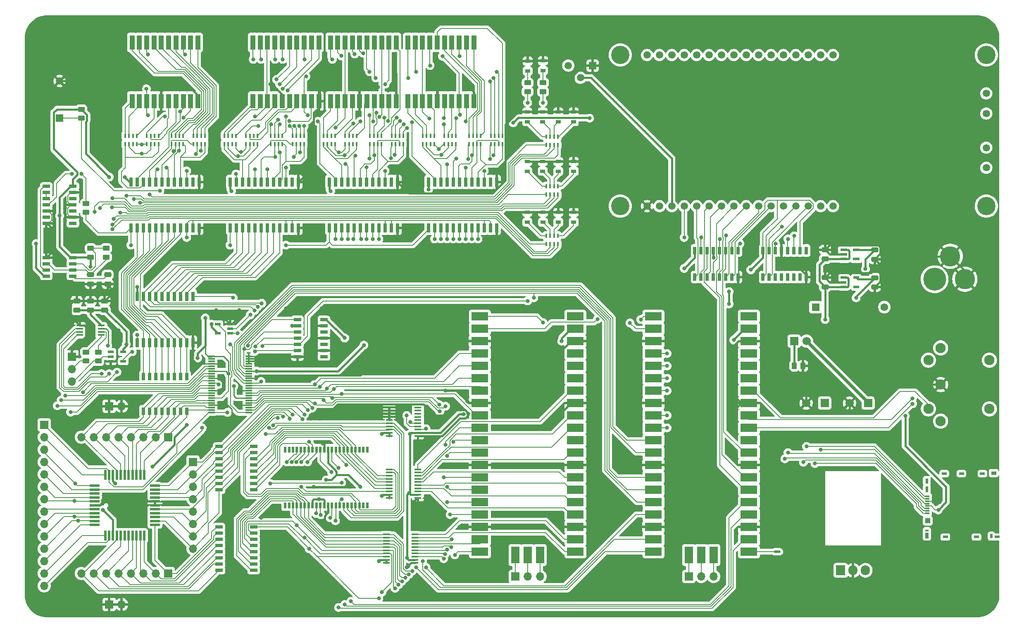
<source format=gbr>
%TF.GenerationSoftware,KiCad,Pcbnew,(6.0.5)*%
%TF.CreationDate,2022-08-15T10:03:02+02:00*%
%TF.ProjectId,Pico Debugger,5069636f-2044-4656-9275-676765722e6b,rev?*%
%TF.SameCoordinates,Original*%
%TF.FileFunction,Copper,L1,Top*%
%TF.FilePolarity,Positive*%
%FSLAX46Y46*%
G04 Gerber Fmt 4.6, Leading zero omitted, Abs format (unit mm)*
G04 Created by KiCad (PCBNEW (6.0.5)) date 2022-08-15 10:03:02*
%MOMM*%
%LPD*%
G01*
G04 APERTURE LIST*
G04 Aperture macros list*
%AMRoundRect*
0 Rectangle with rounded corners*
0 $1 Rounding radius*
0 $2 $3 $4 $5 $6 $7 $8 $9 X,Y pos of 4 corners*
0 Add a 4 corners polygon primitive as box body*
4,1,4,$2,$3,$4,$5,$6,$7,$8,$9,$2,$3,0*
0 Add four circle primitives for the rounded corners*
1,1,$1+$1,$2,$3*
1,1,$1+$1,$4,$5*
1,1,$1+$1,$6,$7*
1,1,$1+$1,$8,$9*
0 Add four rect primitives between the rounded corners*
20,1,$1+$1,$2,$3,$4,$5,0*
20,1,$1+$1,$4,$5,$6,$7,0*
20,1,$1+$1,$6,$7,$8,$9,0*
20,1,$1+$1,$8,$9,$2,$3,0*%
G04 Aperture macros list end*
%TA.AperFunction,SMDPad,CuDef*%
%ADD10R,0.425000X0.900000*%
%TD*%
%TA.AperFunction,SMDPad,CuDef*%
%ADD11R,1.425000X0.300000*%
%TD*%
%TA.AperFunction,SMDPad,CuDef*%
%ADD12R,0.650000X1.950000*%
%TD*%
%TA.AperFunction,SMDPad,CuDef*%
%ADD13R,1.000000X0.800000*%
%TD*%
%TA.AperFunction,ComponentPad*%
%ADD14R,1.700000X1.700000*%
%TD*%
%TA.AperFunction,ComponentPad*%
%ADD15C,1.700000*%
%TD*%
%TA.AperFunction,ComponentPad*%
%ADD16O,1.700000X1.700000*%
%TD*%
%TA.AperFunction,SMDPad,CuDef*%
%ADD17R,1.000000X3.000000*%
%TD*%
%TA.AperFunction,SMDPad,CuDef*%
%ADD18R,1.550000X0.650000*%
%TD*%
%TA.AperFunction,SMDPad,CuDef*%
%ADD19RoundRect,0.250000X-0.475000X0.250000X-0.475000X-0.250000X0.475000X-0.250000X0.475000X0.250000X0*%
%TD*%
%TA.AperFunction,SMDPad,CuDef*%
%ADD20RoundRect,0.250000X0.262500X0.450000X-0.262500X0.450000X-0.262500X-0.450000X0.262500X-0.450000X0*%
%TD*%
%TA.AperFunction,SMDPad,CuDef*%
%ADD21R,1.400000X0.600000*%
%TD*%
%TA.AperFunction,SMDPad,CuDef*%
%ADD22RoundRect,0.250000X-0.450000X0.262500X-0.450000X-0.262500X0.450000X-0.262500X0.450000X0.262500X0*%
%TD*%
%TA.AperFunction,SMDPad,CuDef*%
%ADD23R,1.250000X0.600000*%
%TD*%
%TA.AperFunction,SMDPad,CuDef*%
%ADD24R,0.650000X1.550000*%
%TD*%
%TA.AperFunction,SMDPad,CuDef*%
%ADD25RoundRect,0.250000X0.450000X-0.262500X0.450000X0.262500X-0.450000X0.262500X-0.450000X-0.262500X0*%
%TD*%
%TA.AperFunction,SMDPad,CuDef*%
%ADD26R,0.650000X1.925000*%
%TD*%
%TA.AperFunction,SMDPad,CuDef*%
%ADD27R,1.150000X0.600000*%
%TD*%
%TA.AperFunction,ComponentPad*%
%ADD28C,4.700000*%
%TD*%
%TA.AperFunction,ComponentPad*%
%ADD29C,4.150000*%
%TD*%
%TA.AperFunction,SMDPad,CuDef*%
%ADD30RoundRect,0.250000X0.475000X-0.250000X0.475000X0.250000X-0.475000X0.250000X-0.475000X-0.250000X0*%
%TD*%
%TA.AperFunction,ComponentPad*%
%ADD31C,1.500000*%
%TD*%
%TA.AperFunction,ComponentPad*%
%ADD32C,3.750000*%
%TD*%
%TA.AperFunction,SMDPad,CuDef*%
%ADD33RoundRect,0.137500X0.912500X-0.137500X0.912500X0.137500X-0.912500X0.137500X-0.912500X-0.137500X0*%
%TD*%
%TA.AperFunction,SMDPad,CuDef*%
%ADD34RoundRect,0.137500X0.137500X-0.912500X0.137500X0.912500X-0.137500X0.912500X-0.137500X-0.912500X0*%
%TD*%
%TA.AperFunction,ComponentPad*%
%ADD35R,1.509000X1.509000*%
%TD*%
%TA.AperFunction,ComponentPad*%
%ADD36C,1.509000*%
%TD*%
%TA.AperFunction,SMDPad,CuDef*%
%ADD37R,1.475000X0.450000*%
%TD*%
%TA.AperFunction,SMDPad,CuDef*%
%ADD38R,3.500000X1.700000*%
%TD*%
%TA.AperFunction,SMDPad,CuDef*%
%ADD39R,1.700000X3.500000*%
%TD*%
%TA.AperFunction,SMDPad,CuDef*%
%ADD40R,1.425000X0.450000*%
%TD*%
%TA.AperFunction,ComponentPad*%
%ADD41C,2.100000*%
%TD*%
%TA.AperFunction,SMDPad,CuDef*%
%ADD42C,0.500000*%
%TD*%
%TA.AperFunction,ComponentPad*%
%ADD43R,1.500000X1.500000*%
%TD*%
%TA.AperFunction,ComponentPad*%
%ADD44R,1.905000X2.000000*%
%TD*%
%TA.AperFunction,ComponentPad*%
%ADD45O,1.905000X2.000000*%
%TD*%
%TA.AperFunction,ComponentPad*%
%ADD46R,1.575000X1.575000*%
%TD*%
%TA.AperFunction,ComponentPad*%
%ADD47C,1.575000*%
%TD*%
%TA.AperFunction,SMDPad,CuDef*%
%ADD48R,0.850000X0.300000*%
%TD*%
%TA.AperFunction,SMDPad,CuDef*%
%ADD49R,1.000000X1.000000*%
%TD*%
%TA.AperFunction,SMDPad,CuDef*%
%ADD50R,0.650000X0.450000*%
%TD*%
%TA.AperFunction,SMDPad,CuDef*%
%ADD51R,0.650000X1.150000*%
%TD*%
%TA.AperFunction,SMDPad,CuDef*%
%ADD52R,1.000000X0.500000*%
%TD*%
%TA.AperFunction,SMDPad,CuDef*%
%ADD53R,0.500000X0.850000*%
%TD*%
%TA.AperFunction,SMDPad,CuDef*%
%ADD54R,1.000000X0.700000*%
%TD*%
%TA.AperFunction,SMDPad,CuDef*%
%ADD55R,0.600000X1.000000*%
%TD*%
%TA.AperFunction,SMDPad,CuDef*%
%ADD56R,0.600000X1.200000*%
%TD*%
%TA.AperFunction,SMDPad,CuDef*%
%ADD57R,0.600000X1.295000*%
%TD*%
%TA.AperFunction,ViaPad*%
%ADD58C,0.800000*%
%TD*%
%TA.AperFunction,Conductor*%
%ADD59C,0.450000*%
%TD*%
%TA.AperFunction,Conductor*%
%ADD60C,0.200000*%
%TD*%
%TA.AperFunction,Conductor*%
%ADD61C,0.250000*%
%TD*%
%TA.AperFunction,Conductor*%
%ADD62C,0.700000*%
%TD*%
G04 APERTURE END LIST*
%TO.C,NT2*%
G36*
X195762500Y-152015000D02*
G01*
X194762500Y-152015000D01*
X194762500Y-151515000D01*
X195762500Y-151515000D01*
X195762500Y-152015000D01*
G37*
%TD*%
D10*
%TO.P,RN4,1,R1*%
%TO.N,/Data Display/Digit 0 E Seg*%
X61665000Y-68160000D03*
%TO.P,RN4,2,R2*%
%TO.N,/Data Display/Digit 0 D Seg*%
X62465000Y-68160000D03*
%TO.P,RN4,3,R3*%
%TO.N,unconnected-(RN4-Pad3)*%
X63265000Y-68160000D03*
%TO.P,RN4,4,R4*%
%TO.N,/Data Display/Digit 0 C Seg*%
X64065000Y-68160000D03*
%TO.P,RN4,5,R4*%
%TO.N,Net-(DS2-Pad4)*%
X64065000Y-66460000D03*
%TO.P,RN4,6,R3*%
%TO.N,unconnected-(RN4-Pad6)*%
X63265000Y-66460000D03*
%TO.P,RN4,7,R2*%
%TO.N,Net-(DS2-Pad2)*%
X62465000Y-66460000D03*
%TO.P,RN4,8,R1*%
%TO.N,Net-(DS2-Pad1)*%
X61665000Y-66460000D03*
%TD*%
D11*
%TO.P,IC5,1,1DIR*%
%TO.N,/5V*%
X79373000Y-111725000D03*
%TO.P,IC5,2,1B0*%
%TO.N,unconnected-(IC5-Pad2)*%
X79373000Y-112225000D03*
%TO.P,IC5,3,1B1*%
%TO.N,unconnected-(IC5-Pad3)*%
X79373000Y-112725000D03*
%TO.P,IC5,4,GND*%
%TO.N,/GND*%
X79373000Y-113225000D03*
%TO.P,IC5,5,1B2*%
%TO.N,/BE_{W65}*%
X79373000Y-113725000D03*
%TO.P,IC5,6,1B3*%
%TO.N,/~{ABORT}_{W65}*%
X79373000Y-114225000D03*
%TO.P,IC5,7,5V*%
%TO.N,/5V*%
X79373000Y-114725000D03*
%TO.P,IC5,8,1B4*%
%TO.N,/~{IRQ}_{W65}*%
X79373000Y-115225000D03*
%TO.P,IC5,9,1B5*%
%TO.N,/~{NMI}_{W65}*%
X79373000Y-115725000D03*
%TO.P,IC5,10,GND*%
%TO.N,/GND*%
X79373000Y-116225000D03*
%TO.P,IC5,11,1B6*%
%TO.N,/~{RES}_{W65}*%
X79373000Y-116725000D03*
%TO.P,IC5,12,1B7*%
%TO.N,/PHI2_{W65}*%
X79373000Y-117225000D03*
%TO.P,IC5,13,2B0*%
%TO.N,/Data0_{W65}*%
X79373000Y-117725000D03*
%TO.P,IC5,14,2B1*%
%TO.N,/Data1_{W65}*%
X79373000Y-118225000D03*
%TO.P,IC5,15,GND*%
%TO.N,/GND*%
X79373000Y-118725000D03*
%TO.P,IC5,16,2B2*%
%TO.N,/Data2_{W65}*%
X79373000Y-119225000D03*
%TO.P,IC5,17,2B3*%
%TO.N,/Data3_{W65}*%
X79373000Y-119725000D03*
%TO.P,IC5,18,5V*%
%TO.N,/5V*%
X79373000Y-120225000D03*
%TO.P,IC5,19,2B4*%
%TO.N,/Data4_{W65}*%
X79373000Y-120725000D03*
%TO.P,IC5,20,2B5*%
%TO.N,/Data5_{W65}*%
X79373000Y-121225000D03*
%TO.P,IC5,21,GND*%
%TO.N,/GND*%
X79373000Y-121725000D03*
%TO.P,IC5,22,2B6*%
%TO.N,/Data6_{W65}*%
X79373000Y-122225000D03*
%TO.P,IC5,23,2B7*%
%TO.N,/Data7_{W65}*%
X79373000Y-122725000D03*
%TO.P,IC5,24,2DIR*%
%TO.N,/R~{W}*%
X79373000Y-123225000D03*
%TO.P,IC5,25,2~{OE}*%
%TO.N,/~{BE}+~{PHI2}*%
X86997000Y-123225000D03*
%TO.P,IC5,26,2A7*%
%TO.N,/Data7*%
X86997000Y-122725000D03*
%TO.P,IC5,27,2A6*%
%TO.N,/Data6*%
X86997000Y-122225000D03*
%TO.P,IC5,28,GND*%
%TO.N,/GND*%
X86997000Y-121725000D03*
%TO.P,IC5,29,2A5*%
%TO.N,/Data5*%
X86997000Y-121225000D03*
%TO.P,IC5,30,2A4*%
%TO.N,/Data4*%
X86997000Y-120725000D03*
%TO.P,IC5,31,3V*%
%TO.N,/3.3V*%
X86997000Y-120225000D03*
%TO.P,IC5,32,2A3*%
%TO.N,/Data3*%
X86997000Y-119725000D03*
%TO.P,IC5,33,2A2*%
%TO.N,/Data2*%
X86997000Y-119225000D03*
%TO.P,IC5,34,GND*%
%TO.N,/GND*%
X86997000Y-118725000D03*
%TO.P,IC5,35,2A1*%
%TO.N,/Data1*%
X86997000Y-118225000D03*
%TO.P,IC5,36,2A0*%
%TO.N,/Data0*%
X86997000Y-117725000D03*
%TO.P,IC5,37,1A7*%
%TO.N,/PHI2*%
X86997000Y-117225000D03*
%TO.P,IC5,38,1A6*%
%TO.N,/~{RES}*%
X86997000Y-116725000D03*
%TO.P,IC5,39,GND*%
%TO.N,/GND*%
X86997000Y-116225000D03*
%TO.P,IC5,40,1A5*%
%TO.N,/~{NMI}*%
X86997000Y-115725000D03*
%TO.P,IC5,41,1A4*%
%TO.N,/~{IRQ}*%
X86997000Y-115225000D03*
%TO.P,IC5,42,3V*%
%TO.N,/3.3V*%
X86997000Y-114725000D03*
%TO.P,IC5,43,1A3*%
%TO.N,/~{ABORT}*%
X86997000Y-114225000D03*
%TO.P,IC5,44,1A2*%
%TO.N,/BE*%
X86997000Y-113725000D03*
%TO.P,IC5,45,GND*%
%TO.N,/GND*%
X86997000Y-113225000D03*
%TO.P,IC5,46,1A1*%
X86997000Y-112725000D03*
%TO.P,IC5,47,1A0*%
X86997000Y-112225000D03*
%TO.P,IC5,48,1~{OE}*%
X86997000Y-111725000D03*
%TD*%
D12*
%TO.P,IC12,1,~{OE}*%
%TO.N,/~{BE}*%
X64135000Y-108865000D03*
%TO.P,IC12,2,D0*%
%TO.N,/Tame Data0*%
X65405000Y-108865000D03*
%TO.P,IC12,3,D1*%
%TO.N,/Tame Data1*%
X66675000Y-108865000D03*
%TO.P,IC12,4,D2*%
%TO.N,/Tame Data2*%
X67945000Y-108865000D03*
%TO.P,IC12,5,D3*%
%TO.N,/Tame Data3*%
X69215000Y-108865000D03*
%TO.P,IC12,6,D4*%
%TO.N,/Tame Data4*%
X70485000Y-108865000D03*
%TO.P,IC12,7,D5*%
%TO.N,/Tame Data5*%
X71755000Y-108865000D03*
%TO.P,IC12,8,D6*%
%TO.N,/Tame Data6*%
X73025000Y-108865000D03*
%TO.P,IC12,9,D7*%
%TO.N,/Tame Data7*%
X74295000Y-108865000D03*
%TO.P,IC12,10,GND*%
%TO.N,/GND*%
X75565000Y-108865000D03*
%TO.P,IC12,11,LE*%
%TO.N,/~{PHI2}*%
X75565000Y-99415000D03*
%TO.P,IC12,12,Q7*%
%TO.N,/Addr23*%
X74295000Y-99415000D03*
%TO.P,IC12,13,Q6*%
%TO.N,/Addr22*%
X73025000Y-99415000D03*
%TO.P,IC12,14,Q5*%
%TO.N,/Addr21*%
X71755000Y-99415000D03*
%TO.P,IC12,15,Q4*%
%TO.N,/Addr20*%
X70485000Y-99415000D03*
%TO.P,IC12,16,Q3*%
%TO.N,/Addr19*%
X69215000Y-99415000D03*
%TO.P,IC12,17,Q2*%
%TO.N,/Addr18*%
X67945000Y-99415000D03*
%TO.P,IC12,18,Q1*%
%TO.N,/Addr17*%
X66675000Y-99415000D03*
%TO.P,IC12,19,Q0*%
%TO.N,/Addr16*%
X65405000Y-99415000D03*
%TO.P,IC12,20,3V*%
%TO.N,/3.3V*%
X64135000Y-99415000D03*
%TD*%
D13*
%TO.P,LED5,1*%
%TO.N,Net-(LED5-Pad1)*%
X147250000Y-73755000D03*
%TO.P,LED5,2*%
%TO.N,/GND*%
X147250000Y-71755000D03*
%TD*%
D14*
%TO.P,C6,1*%
%TO.N,/5V Source*%
X205002651Y-121285000D03*
D15*
%TO.P,C6,2*%
%TO.N,/GND*%
X201202651Y-121285000D03*
%TD*%
D10*
%TO.P,RN11,1,R1*%
%TO.N,Net-(DS3-Pad11)*%
X114230000Y-66460000D03*
%TO.P,RN11,2,R2*%
%TO.N,Net-(DS3-Pad12)*%
X113430000Y-66460000D03*
%TO.P,RN11,3,R3*%
%TO.N,Net-(DS3-Pad14)*%
X112630000Y-66460000D03*
%TO.P,RN11,4,R4*%
%TO.N,Net-(DS3-Pad15)*%
X111830000Y-66460000D03*
%TO.P,RN11,5,R4*%
%TO.N,/High Address Display/Digit 0 G Seg*%
X111830000Y-68160000D03*
%TO.P,RN11,6,R3*%
%TO.N,/High Address Display/Digit 0 F Seg*%
X112630000Y-68160000D03*
%TO.P,RN11,7,R2*%
%TO.N,/High Address Display/Digit 0 A Seg*%
X113430000Y-68160000D03*
%TO.P,RN11,8,R1*%
%TO.N,/High Address Display/Digit 0 B Seg*%
X114230000Y-68160000D03*
%TD*%
D13*
%TO.P,LED10,1*%
%TO.N,Net-(LED10-Pad1)*%
X150425000Y-63595000D03*
%TO.P,LED10,2*%
%TO.N,/GND*%
X150425000Y-61595000D03*
%TD*%
D14*
%TO.P,J8,1,Pin_1*%
%TO.N,/Data7_{W65}*%
X70485000Y-128270000D03*
D16*
%TO.P,J8,2,Pin_2*%
%TO.N,/Data6_{W65}*%
X67945000Y-128270000D03*
%TO.P,J8,3,Pin_3*%
%TO.N,/Data5_{W65}*%
X65405000Y-128270000D03*
%TO.P,J8,4,Pin_4*%
%TO.N,/Data4_{W65}*%
X62865000Y-128270000D03*
%TO.P,J8,5,Pin_5*%
%TO.N,/Data3_{W65}*%
X60325000Y-128270000D03*
%TO.P,J8,6,Pin_6*%
%TO.N,/Data2_{W65}*%
X57785000Y-128270000D03*
%TO.P,J8,7,Pin_7*%
%TO.N,/Data1_{W65}*%
X55245000Y-128270000D03*
%TO.P,J8,8,Pin_8*%
%TO.N,/Data0_{W65}*%
X52705000Y-128270000D03*
%TD*%
D17*
%TO.P,DS3,1,E-Seg_{(Left)}*%
%TO.N,Net-(DS3-Pad1)*%
X103740000Y-59340000D03*
%TO.P,DS3,2,D-Seg_{(Left)}*%
%TO.N,Net-(DS3-Pad2)*%
X105240000Y-59340000D03*
%TO.P,DS3,3,Cathode_{(Left)}*%
%TO.N,/High Address Display/Digit L0 Cathode*%
X106740000Y-59340000D03*
%TO.P,DS3,4,C-Seg_{(Left)}*%
%TO.N,Net-(DS3-Pad4)*%
X108240000Y-59340000D03*
%TO.P,DS3,5,Dot_{(Left)}*%
%TO.N,/GND*%
X109740000Y-59340000D03*
%TO.P,DS3,6,E-Seg_{(Right)}*%
%TO.N,Net-(DS3-Pad6)*%
X111240000Y-59340000D03*
%TO.P,DS3,7,D-Seg_{(Right)}*%
%TO.N,Net-(DS3-Pad7)*%
X112740000Y-59340000D03*
%TO.P,DS3,8,Cathode_{(Right)}*%
%TO.N,/High Address Display/Digit R0 Cathode*%
X114240000Y-59340000D03*
%TO.P,DS3,9,C-Seg_{(Right)}*%
%TO.N,Net-(DS3-Pad9)*%
X115740000Y-59340000D03*
%TO.P,DS3,10,Dot_{(Right)}*%
%TO.N,/GND*%
X117240000Y-59340000D03*
%TO.P,DS3,11,B-Seg_{(Right)}*%
%TO.N,Net-(DS3-Pad11)*%
X117240000Y-47340000D03*
%TO.P,DS3,12,A-Seg_{(Right)}*%
%TO.N,Net-(DS3-Pad12)*%
X115740000Y-47340000D03*
%TO.P,DS3,13,Cathode_{(Right)}*%
%TO.N,/High Address Display/Digit R0 Cathode*%
X114240000Y-47340000D03*
%TO.P,DS3,14,F-Seg_{(Right)}*%
%TO.N,Net-(DS3-Pad14)*%
X112740000Y-47340000D03*
%TO.P,DS3,15,G-Seg_{(Right)}*%
%TO.N,Net-(DS3-Pad15)*%
X111240000Y-47340000D03*
%TO.P,DS3,16,B-Seg_{(Left)}*%
%TO.N,Net-(DS3-Pad16)*%
X109740000Y-47340000D03*
%TO.P,DS3,17,A-Seg_{(Left)}*%
%TO.N,Net-(DS3-Pad17)*%
X108240000Y-47340000D03*
%TO.P,DS3,18,Cathode_{(Left)}*%
%TO.N,/High Address Display/Digit L0 Cathode*%
X106740000Y-47340000D03*
%TO.P,DS3,19,F-Seg_{(Left)}*%
%TO.N,Net-(DS3-Pad19)*%
X105240000Y-47340000D03*
%TO.P,DS3,20,G-Seg_{(Left)}*%
%TO.N,Net-(DS3-Pad20)*%
X103740000Y-47340000D03*
%TD*%
D10*
%TO.P,RN8,1,R1*%
%TO.N,/High Address Display/Digit 0 E Seg*%
X102305000Y-68160000D03*
%TO.P,RN8,2,R2*%
%TO.N,/High Address Display/Digit 0 D Seg*%
X103105000Y-68160000D03*
%TO.P,RN8,3,R3*%
%TO.N,unconnected-(RN8-Pad3)*%
X103905000Y-68160000D03*
%TO.P,RN8,4,R4*%
%TO.N,/High Address Display/Digit 0 C Seg*%
X104705000Y-68160000D03*
%TO.P,RN8,5,R4*%
%TO.N,Net-(DS3-Pad4)*%
X104705000Y-66460000D03*
%TO.P,RN8,6,R3*%
%TO.N,unconnected-(RN8-Pad6)*%
X103905000Y-66460000D03*
%TO.P,RN8,7,R2*%
%TO.N,Net-(DS3-Pad2)*%
X103105000Y-66460000D03*
%TO.P,RN8,8,R1*%
%TO.N,Net-(DS3-Pad1)*%
X102305000Y-66460000D03*
%TD*%
D13*
%TO.P,LED11,1*%
%TO.N,Net-(LED11-Pad1)*%
X153600000Y-63595000D03*
%TO.P,LED11,2*%
%TO.N,/GND*%
X153600000Y-61595000D03*
%TD*%
D14*
%TO.P,J11,1,Pin_1*%
%TO.N,/GND*%
X58420000Y-121920000D03*
D16*
%TO.P,J11,2,Pin_2*%
X60960000Y-121920000D03*
%TD*%
D18*
%TO.P,IC10,1,GND*%
%TO.N,/GND*%
X45535000Y-91440000D03*
%TO.P,IC10,2,TRIG*%
%TO.N,Net-(C7-Pad1)*%
X45535000Y-92710000D03*
%TO.P,IC10,3,OUT*%
%TO.N,Net-(IC10-Pad3)*%
X45535000Y-93980000D03*
%TO.P,IC10,4,RESET*%
%TO.N,/5V*%
X45535000Y-95250000D03*
%TO.P,IC10,5,CONT*%
%TO.N,Net-(C8-Pad1)*%
X50985000Y-95250000D03*
%TO.P,IC10,6,THRES*%
%TO.N,Net-(C7-Pad1)*%
X50985000Y-93980000D03*
%TO.P,IC10,7,DISCH*%
%TO.N,Net-(IC10-Pad7)*%
X50985000Y-92710000D03*
%TO.P,IC10,8,VCC*%
%TO.N,/5V*%
X50985000Y-91440000D03*
%TD*%
D19*
%TO.P,C4,1*%
%TO.N,/3.3V*%
X215265000Y-95586000D03*
%TO.P,C4,2*%
%TO.N,/GND*%
X215265000Y-97486000D03*
%TD*%
D17*
%TO.P,DS2,1,E-Seg_{(Left)}*%
%TO.N,Net-(DS2-Pad1)*%
X63100000Y-59340000D03*
%TO.P,DS2,2,D-Seg_{(Left)}*%
%TO.N,Net-(DS2-Pad2)*%
X64600000Y-59340000D03*
%TO.P,DS2,3,Cathode_{(Left)}*%
%TO.N,/Data Display/Digit L0 Cathode*%
X66100000Y-59340000D03*
%TO.P,DS2,4,C-Seg_{(Left)}*%
%TO.N,Net-(DS2-Pad4)*%
X67600000Y-59340000D03*
%TO.P,DS2,5,Dot_{(Left)}*%
%TO.N,/GND*%
X69100000Y-59340000D03*
%TO.P,DS2,6,E-Seg_{(Right)}*%
%TO.N,Net-(DS2-Pad6)*%
X70600000Y-59340000D03*
%TO.P,DS2,7,D-Seg_{(Right)}*%
%TO.N,Net-(DS2-Pad7)*%
X72100000Y-59340000D03*
%TO.P,DS2,8,Cathode_{(Right)}*%
%TO.N,/Data Display/Digit R0 Cathode*%
X73600000Y-59340000D03*
%TO.P,DS2,9,C-Seg_{(Right)}*%
%TO.N,Net-(DS2-Pad9)*%
X75100000Y-59340000D03*
%TO.P,DS2,10,Dot_{(Right)}*%
%TO.N,/GND*%
X76600000Y-59340000D03*
%TO.P,DS2,11,B-Seg_{(Right)}*%
%TO.N,Net-(DS2-Pad11)*%
X76600000Y-47340000D03*
%TO.P,DS2,12,A-Seg_{(Right)}*%
%TO.N,Net-(DS2-Pad12)*%
X75100000Y-47340000D03*
%TO.P,DS2,13,Cathode_{(Right)}*%
%TO.N,/Data Display/Digit R0 Cathode*%
X73600000Y-47340000D03*
%TO.P,DS2,14,F-Seg_{(Right)}*%
%TO.N,Net-(DS2-Pad14)*%
X72100000Y-47340000D03*
%TO.P,DS2,15,G-Seg_{(Right)}*%
%TO.N,Net-(DS2-Pad15)*%
X70600000Y-47340000D03*
%TO.P,DS2,16,B-Seg_{(Left)}*%
%TO.N,Net-(DS2-Pad16)*%
X69100000Y-47340000D03*
%TO.P,DS2,17,A-Seg_{(Left)}*%
%TO.N,Net-(DS2-Pad17)*%
X67600000Y-47340000D03*
%TO.P,DS2,18,Cathode_{(Left)}*%
%TO.N,/Data Display/Digit L0 Cathode*%
X66100000Y-47340000D03*
%TO.P,DS2,19,F-Seg_{(Left)}*%
%TO.N,Net-(DS2-Pad19)*%
X64600000Y-47340000D03*
%TO.P,DS2,20,G-Seg_{(Left)}*%
%TO.N,Net-(DS2-Pad20)*%
X63100000Y-47340000D03*
%TD*%
D14*
%TO.P,J12,1,Pin_1*%
%TO.N,/GND*%
X50800000Y-111760000D03*
D16*
%TO.P,J12,2,Pin_2*%
%TO.N,Net-(J12-Pad2)*%
X50800000Y-114300000D03*
%TO.P,J12,3,Pin_3*%
%TO.N,/Tame Clk*%
X50800000Y-116840000D03*
%TD*%
D20*
%TO.P,R3,1*%
%TO.N,/GND*%
X200580000Y-113665000D03*
%TO.P,R3,2*%
%TO.N,Net-(LED1-Pad1)*%
X198755000Y-113665000D03*
%TD*%
D18*
%TO.P,IC15,1,1A*%
%TO.N,Net-(IC10-Pad3)*%
X45535000Y-76835000D03*
%TO.P,IC15,2,1Y*%
%TO.N,Net-(IC15-Pad2)*%
X45535000Y-78105000D03*
%TO.P,IC15,3,2A*%
X45535000Y-79375000D03*
%TO.P,IC15,4,2Y*%
%TO.N,Net-(IC15-Pad4)*%
X45535000Y-80645000D03*
%TO.P,IC15,5,3A*%
%TO.N,/GND*%
X45535000Y-81915000D03*
%TO.P,IC15,6,3Y*%
%TO.N,unconnected-(IC15-Pad6)*%
X45535000Y-83185000D03*
%TO.P,IC15,7,GND*%
%TO.N,/GND*%
X45535000Y-84455000D03*
%TO.P,IC15,8,4Y*%
%TO.N,unconnected-(IC15-Pad8)*%
X50985000Y-84455000D03*
%TO.P,IC15,9,4A*%
%TO.N,/GND*%
X50985000Y-83185000D03*
%TO.P,IC15,10,5Y*%
%TO.N,unconnected-(IC15-Pad10)*%
X50985000Y-81915000D03*
%TO.P,IC15,11,5A*%
%TO.N,/GND*%
X50985000Y-80645000D03*
%TO.P,IC15,12,6Y*%
%TO.N,unconnected-(IC15-Pad12)*%
X50985000Y-79375000D03*
%TO.P,IC15,13,6A*%
%TO.N,/GND*%
X50985000Y-78105000D03*
%TO.P,IC15,14,5V*%
%TO.N,/5V*%
X50985000Y-76835000D03*
%TD*%
D21*
%TO.P,IC1,1,VIN*%
%TO.N,/5V Source*%
X208935000Y-89855000D03*
%TO.P,IC1,2,VSS*%
%TO.N,/GND*%
X208935000Y-90805000D03*
%TO.P,IC1,3,~{SHDN}*%
%TO.N,/5V Source*%
X208935000Y-91755000D03*
%TO.P,IC1,4,NC*%
%TO.N,unconnected-(IC1-Pad4)*%
X211435000Y-91755000D03*
%TO.P,IC1,5,VOUT*%
%TO.N,/5V*%
X211435000Y-89855000D03*
%TD*%
D18*
%TO.P,RN2,1,1*%
%TO.N,/Addr15_{W65}*%
X80907000Y-130175000D03*
%TO.P,RN2,2,2*%
%TO.N,/Addr14_{W65}*%
X80907000Y-131445000D03*
%TO.P,RN2,3,3*%
%TO.N,/Addr13_{W65}*%
X80907000Y-132715000D03*
%TO.P,RN2,4,4*%
%TO.N,/Addr12_{W65}*%
X80907000Y-133985000D03*
%TO.P,RN2,5,5*%
%TO.N,/Addr11_{W65}*%
X80907000Y-135255000D03*
%TO.P,RN2,6,6*%
%TO.N,/Addr10_{W65}*%
X80907000Y-136525000D03*
%TO.P,RN2,7,7*%
%TO.N,/Addr9_{W65}*%
X80907000Y-137795000D03*
%TO.P,RN2,8,8*%
%TO.N,/Addr8_{W65}*%
X80907000Y-139065000D03*
%TO.P,RN2,9,9*%
%TO.N,/Addr8*%
X88003000Y-139065000D03*
%TO.P,RN2,10,10*%
%TO.N,/Addr9*%
X88003000Y-137795000D03*
%TO.P,RN2,11,11*%
%TO.N,/Addr10*%
X88003000Y-136525000D03*
%TO.P,RN2,12,12*%
%TO.N,/Addr11*%
X88003000Y-135255000D03*
%TO.P,RN2,13,13*%
%TO.N,/Addr12*%
X88003000Y-133985000D03*
%TO.P,RN2,14,14*%
%TO.N,/Addr13*%
X88003000Y-132715000D03*
%TO.P,RN2,15,15*%
%TO.N,/Addr14*%
X88003000Y-131445000D03*
%TO.P,RN2,16,16*%
%TO.N,/Addr15*%
X88003000Y-130175000D03*
%TD*%
D22*
%TO.P,R5,1*%
%TO.N,Net-(IC10-Pad7)*%
X54620000Y-89535000D03*
%TO.P,R5,2*%
%TO.N,/5V*%
X54620000Y-91360000D03*
%TD*%
D13*
%TO.P,LED9,1*%
%TO.N,Net-(LED9-Pad1)*%
X147250000Y-63595000D03*
%TO.P,LED9,2*%
%TO.N,/GND*%
X147250000Y-61595000D03*
%TD*%
D19*
%TO.P,C7,1*%
%TO.N,Net-(C7-Pad1)*%
X54610000Y-94951000D03*
%TO.P,C7,2*%
%TO.N,/GND*%
X54610000Y-96851000D03*
%TD*%
D23*
%TO.P,IC11,1,B*%
%TO.N,/~{BE}*%
X83165000Y-106995000D03*
%TO.P,IC11,2,A*%
%TO.N,/~{PHI2}*%
X83165000Y-106045000D03*
%TO.P,IC11,3,GND*%
%TO.N,/GND*%
X83165000Y-105095000D03*
%TO.P,IC11,4,Y*%
%TO.N,/~{BE}+~{PHI2}*%
X80665000Y-105095000D03*
%TO.P,IC11,5,3V*%
%TO.N,/3.3V*%
X80665000Y-106995000D03*
%TD*%
D14*
%TO.P,J6,1,Pin_1*%
%TO.N,/Addr15_{W65}*%
X75565000Y-133350000D03*
D16*
%TO.P,J6,2,Pin_2*%
%TO.N,/Addr14_{W65}*%
X75565000Y-135890000D03*
%TO.P,J6,3,Pin_3*%
%TO.N,/Addr13_{W65}*%
X75565000Y-138430000D03*
%TO.P,J6,4,Pin_4*%
%TO.N,/Addr12_{W65}*%
X75565000Y-140970000D03*
%TO.P,J6,5,Pin_5*%
%TO.N,/Addr11_{W65}*%
X75565000Y-143510000D03*
%TO.P,J6,6,Pin_6*%
%TO.N,/Addr10_{W65}*%
X75565000Y-146050000D03*
%TO.P,J6,7,Pin_7*%
%TO.N,/Addr9_{W65}*%
X75565000Y-148590000D03*
%TO.P,J6,8,Pin_8*%
%TO.N,/Addr8_{W65}*%
X75565000Y-151130000D03*
%TD*%
D24*
%TO.P,RN1,1,1*%
%TO.N,/Tame Data7*%
X74295000Y-115832000D03*
%TO.P,RN1,2,2*%
%TO.N,/Tame Data6*%
X73025000Y-115832000D03*
%TO.P,RN1,3,3*%
%TO.N,/Tame Data5*%
X71755000Y-115832000D03*
%TO.P,RN1,4,4*%
%TO.N,/Tame Data4*%
X70485000Y-115832000D03*
%TO.P,RN1,5,5*%
%TO.N,/Tame Data3*%
X69215000Y-115832000D03*
%TO.P,RN1,6,6*%
%TO.N,/Tame Data2*%
X67945000Y-115832000D03*
%TO.P,RN1,7,7*%
%TO.N,/Tame Data1*%
X66675000Y-115832000D03*
%TO.P,RN1,8,8*%
%TO.N,/Tame Data0*%
X65405000Y-115832000D03*
%TO.P,RN1,9,9*%
%TO.N,/Data0_{W65}*%
X65405000Y-122928000D03*
%TO.P,RN1,10,10*%
%TO.N,/Data1_{W65}*%
X66675000Y-122928000D03*
%TO.P,RN1,11,11*%
%TO.N,/Data2_{W65}*%
X67945000Y-122928000D03*
%TO.P,RN1,12,12*%
%TO.N,/Data3_{W65}*%
X69215000Y-122928000D03*
%TO.P,RN1,13,13*%
%TO.N,/Data4_{W65}*%
X70485000Y-122928000D03*
%TO.P,RN1,14,14*%
%TO.N,/Data5_{W65}*%
X71755000Y-122928000D03*
%TO.P,RN1,15,15*%
%TO.N,/Data6_{W65}*%
X73025000Y-122928000D03*
%TO.P,RN1,16,16*%
%TO.N,/Data7_{W65}*%
X74295000Y-122928000D03*
%TD*%
D25*
%TO.P,R2,1*%
%TO.N,/~{LED Enable}*%
X52695000Y-62865000D03*
%TO.P,R2,2*%
%TO.N,/5V*%
X52695000Y-61040000D03*
%TD*%
D13*
%TO.P,LED13,1*%
%TO.N,Net-(LED13-Pad1)*%
X147320000Y-84185000D03*
%TO.P,LED13,2*%
%TO.N,/GND*%
X147320000Y-82185000D03*
%TD*%
D10*
%TO.P,RN10,1,R1*%
%TO.N,Net-(DS3-Pad16)*%
X118675000Y-66460000D03*
%TO.P,RN10,2,R2*%
%TO.N,Net-(DS3-Pad17)*%
X117875000Y-66460000D03*
%TO.P,RN10,3,R3*%
%TO.N,Net-(DS3-Pad19)*%
X117075000Y-66460000D03*
%TO.P,RN10,4,R4*%
%TO.N,Net-(DS3-Pad20)*%
X116275000Y-66460000D03*
%TO.P,RN10,5,R4*%
%TO.N,/High Address Display/Digit 0 G Seg*%
X116275000Y-68160000D03*
%TO.P,RN10,6,R3*%
%TO.N,/High Address Display/Digit 0 F Seg*%
X117075000Y-68160000D03*
%TO.P,RN10,7,R2*%
%TO.N,/High Address Display/Digit 0 A Seg*%
X117875000Y-68160000D03*
%TO.P,RN10,8,R1*%
%TO.N,/High Address Display/Digit 0 B Seg*%
X118675000Y-68160000D03*
%TD*%
%TO.P,RN22,1,R1*%
%TO.N,/~{IRQ}_{W65}*%
X147955000Y-88695000D03*
%TO.P,RN22,2,R2*%
%TO.N,/~{ML}*%
X148755000Y-88695000D03*
%TO.P,RN22,3,R3*%
%TO.N,/~{NMI}_{W65}*%
X149555000Y-88695000D03*
%TO.P,RN22,4,R4*%
%TO.N,/VPA*%
X150355000Y-88695000D03*
%TO.P,RN22,5,R4*%
%TO.N,Net-(LED15-Pad1)*%
X150355000Y-86995000D03*
%TO.P,RN22,6,R3*%
%TO.N,Net-(LED14-Pad1)*%
X149555000Y-86995000D03*
%TO.P,RN22,7,R2*%
%TO.N,Net-(LED13-Pad1)*%
X148755000Y-86995000D03*
%TO.P,RN22,8,R1*%
%TO.N,Net-(LED12-Pad1)*%
X147955000Y-86995000D03*
%TD*%
D13*
%TO.P,LED3,1*%
%TO.N,Net-(LED3-Pad1)*%
X147320000Y-53070000D03*
%TO.P,LED3,2*%
%TO.N,/GND*%
X147320000Y-51070000D03*
%TD*%
%TO.P,LED2,1*%
%TO.N,Net-(LED2-Pad1)*%
X144145000Y-53163000D03*
%TO.P,LED2,2*%
%TO.N,/GND*%
X144145000Y-51163000D03*
%TD*%
D19*
%TO.P,C8,1*%
%TO.N,Net-(C8-Pad1)*%
X58102500Y-94951000D03*
%TO.P,C8,2*%
%TO.N,/GND*%
X58102500Y-96851000D03*
%TD*%
D25*
%TO.P,R7,1*%
%TO.N,/PHI2*%
X144135000Y-57427500D03*
%TO.P,R7,2*%
%TO.N,Net-(LED2-Pad1)*%
X144135000Y-55602500D03*
%TD*%
D13*
%TO.P,LED4,1*%
%TO.N,Net-(LED4-Pad1)*%
X144075000Y-73755000D03*
%TO.P,LED4,2*%
%TO.N,/GND*%
X144075000Y-71755000D03*
%TD*%
D17*
%TO.P,DS5,1,E-Seg_{(Left)}*%
%TO.N,Net-(DS5-Pad1)*%
X87865000Y-59340000D03*
%TO.P,DS5,2,D-Seg_{(Left)}*%
%TO.N,Net-(DS5-Pad2)*%
X89365000Y-59340000D03*
%TO.P,DS5,3,Cathode_{(Left)}*%
%TO.N,/Bank Address Display/Digit L0 Cathode*%
X90865000Y-59340000D03*
%TO.P,DS5,4,C-Seg_{(Left)}*%
%TO.N,Net-(DS5-Pad4)*%
X92365000Y-59340000D03*
%TO.P,DS5,5,Dot_{(Left)}*%
%TO.N,/GND*%
X93865000Y-59340000D03*
%TO.P,DS5,6,E-Seg_{(Right)}*%
%TO.N,Net-(DS5-Pad6)*%
X95365000Y-59340000D03*
%TO.P,DS5,7,D-Seg_{(Right)}*%
%TO.N,Net-(DS5-Pad7)*%
X96865000Y-59340000D03*
%TO.P,DS5,8,Cathode_{(Right)}*%
%TO.N,/Bank Address Display/Digit R0 Cathode*%
X98365000Y-59340000D03*
%TO.P,DS5,9,C-Seg_{(Right)}*%
%TO.N,Net-(DS5-Pad9)*%
X99865000Y-59340000D03*
%TO.P,DS5,10,Dot_{(Right)}*%
%TO.N,/GND*%
X101365000Y-59340000D03*
%TO.P,DS5,11,B-Seg_{(Right)}*%
%TO.N,Net-(DS5-Pad11)*%
X101365000Y-47340000D03*
%TO.P,DS5,12,A-Seg_{(Right)}*%
%TO.N,Net-(DS5-Pad12)*%
X99865000Y-47340000D03*
%TO.P,DS5,13,Cathode_{(Right)}*%
%TO.N,/Bank Address Display/Digit R0 Cathode*%
X98365000Y-47340000D03*
%TO.P,DS5,14,F-Seg_{(Right)}*%
%TO.N,Net-(DS5-Pad14)*%
X96865000Y-47340000D03*
%TO.P,DS5,15,G-Seg_{(Right)}*%
%TO.N,Net-(DS5-Pad15)*%
X95365000Y-47340000D03*
%TO.P,DS5,16,B-Seg_{(Left)}*%
%TO.N,Net-(DS5-Pad16)*%
X93865000Y-47340000D03*
%TO.P,DS5,17,A-Seg_{(Left)}*%
%TO.N,Net-(DS5-Pad17)*%
X92365000Y-47340000D03*
%TO.P,DS5,18,Cathode_{(Left)}*%
%TO.N,/Bank Address Display/Digit L0 Cathode*%
X90865000Y-47340000D03*
%TO.P,DS5,19,F-Seg_{(Left)}*%
%TO.N,Net-(DS5-Pad19)*%
X89365000Y-47340000D03*
%TO.P,DS5,20,G-Seg_{(Left)}*%
%TO.N,Net-(DS5-Pad20)*%
X87865000Y-47340000D03*
%TD*%
D10*
%TO.P,RN20,1,R1*%
%TO.N,/R~{W}*%
X147955000Y-78535000D03*
%TO.P,RN20,2,R2*%
%TO.N,/E*%
X148755000Y-78535000D03*
%TO.P,RN20,3,R3*%
%TO.N,/MX*%
X149555000Y-78535000D03*
%TO.P,RN20,4,R4*%
%TO.N,/VDA*%
X150355000Y-78535000D03*
%TO.P,RN20,5,R4*%
%TO.N,Net-(LED7-Pad1)*%
X150355000Y-76835000D03*
%TO.P,RN20,6,R3*%
%TO.N,Net-(LED6-Pad1)*%
X149555000Y-76835000D03*
%TO.P,RN20,7,R2*%
%TO.N,Net-(LED5-Pad1)*%
X148755000Y-76835000D03*
%TO.P,RN20,8,R1*%
%TO.N,Net-(LED4-Pad1)*%
X147955000Y-76835000D03*
%TD*%
D26*
%TO.P,IC21,1,CLK/IN*%
%TO.N,/300Hz*%
X83185000Y-85357000D03*
%TO.P,IC21,2,IN0*%
%TO.N,/Addr16*%
X84455000Y-85357000D03*
%TO.P,IC21,3,IN1*%
%TO.N,/Addr17*%
X85725000Y-85357000D03*
%TO.P,IC21,4,IN2/PD*%
%TO.N,/Addr18*%
X86995000Y-85357000D03*
%TO.P,IC21,5,IN3*%
%TO.N,/Addr19*%
X88265000Y-85357000D03*
%TO.P,IC21,6,IN4*%
%TO.N,/Addr20*%
X89535000Y-85357000D03*
%TO.P,IC21,7,IN5*%
%TO.N,/Addr21*%
X90805000Y-85357000D03*
%TO.P,IC21,8,IN6*%
%TO.N,/Addr22*%
X92075000Y-85357000D03*
%TO.P,IC21,9,IN7*%
%TO.N,/Addr23*%
X93345000Y-85357000D03*
%TO.P,IC21,10,IN8*%
%TO.N,/~{LED Enable}*%
X94615000Y-85357000D03*
%TO.P,IC21,11,IN9*%
X95885000Y-85357000D03*
%TO.P,IC21,12,GND*%
%TO.N,/GND*%
X97155000Y-85357000D03*
%TO.P,IC21,13,IN10*%
X97155000Y-75933000D03*
%TO.P,IC21,14,I/O0*%
%TO.N,unconnected-(IC21-Pad14)*%
X95885000Y-75933000D03*
%TO.P,IC21,15,I/O1*%
%TO.N,/Bank Address Display/Digit L0 Cathode*%
X94615000Y-75933000D03*
%TO.P,IC21,16,I/O2*%
%TO.N,/Bank Address Display/Digit 0 B Seg*%
X93345000Y-75933000D03*
%TO.P,IC21,17,I/O3*%
%TO.N,/Bank Address Display/Digit 0 A Seg*%
X92075000Y-75933000D03*
%TO.P,IC21,18,I/O4*%
%TO.N,/Bank Address Display/Digit 0 C Seg*%
X90805000Y-75933000D03*
%TO.P,IC21,19,I/O5*%
%TO.N,/Bank Address Display/Digit 0 F Seg*%
X89535000Y-75933000D03*
%TO.P,IC21,20,I/O6*%
%TO.N,/Bank Address Display/Digit 0 D Seg*%
X88265000Y-75933000D03*
%TO.P,IC21,21,I/O7*%
%TO.N,/Bank Address Display/Digit 0 G Seg*%
X86995000Y-75933000D03*
%TO.P,IC21,22,I/O8*%
%TO.N,/Bank Address Display/Digit 0 E Seg*%
X85725000Y-75933000D03*
%TO.P,IC21,23,I/O9*%
%TO.N,/Bank Address Display/Digit R0 Cathode*%
X84455000Y-75933000D03*
%TO.P,IC21,24,5V*%
%TO.N,/5V*%
X83185000Y-75933000D03*
%TD*%
D27*
%TO.P,IC2,1,VIN*%
%TO.N,/5V Source*%
X208885000Y-95570000D03*
%TO.P,IC2,2,GND*%
%TO.N,/GND*%
X208885000Y-96520000D03*
%TO.P,IC2,3,EN*%
%TO.N,/5V Source*%
X208885000Y-97470000D03*
%TO.P,IC2,4,ADJ*%
%TO.N,unconnected-(IC2-Pad4)*%
X211485000Y-97470000D03*
%TO.P,IC2,5,VOUT*%
%TO.N,/3.3V*%
X211485000Y-95570000D03*
%TD*%
D13*
%TO.P,LED6,1*%
%TO.N,Net-(LED6-Pad1)*%
X150425000Y-73755000D03*
%TO.P,LED6,2*%
%TO.N,/GND*%
X150425000Y-71755000D03*
%TD*%
D28*
%TO.P,J5,A1,VCC*%
%TO.N,Net-(D1-Pad2)*%
X227533200Y-95885000D03*
D29*
%TO.P,J5,B1,GND*%
%TO.N,/GND*%
X230733200Y-91185000D03*
%TO.P,J5,C1,GND*%
X233733200Y-95885000D03*
%TD*%
D30*
%TO.P,C20,1*%
%TO.N,/3.3V*%
X54610000Y-102216500D03*
%TO.P,C20,2*%
%TO.N,/GND*%
X54610000Y-100316500D03*
%TD*%
D24*
%TO.P,IC3,1,Q1*%
%TO.N,/LCD DB6*%
X192365000Y-95435000D03*
%TO.P,IC3,2,Q2*%
%TO.N,/LCD DB7*%
X193635000Y-95435000D03*
%TO.P,IC3,3,Q3*%
%TO.N,unconnected-(IC3-Pad3)*%
X194905000Y-95435000D03*
%TO.P,IC3,4,Q4*%
%TO.N,unconnected-(IC3-Pad4)*%
X196175000Y-95435000D03*
%TO.P,IC3,5,Q5*%
%TO.N,unconnected-(IC3-Pad5)*%
X197445000Y-95435000D03*
%TO.P,IC3,6,Q6*%
%TO.N,unconnected-(IC3-Pad6)*%
X198715000Y-95435000D03*
%TO.P,IC3,7,Q7*%
%TO.N,unconnected-(IC3-Pad7)*%
X199985000Y-95435000D03*
%TO.P,IC3,8,GND*%
%TO.N,/GND*%
X201255000Y-95435000D03*
%TO.P,IC3,9,Q7S*%
%TO.N,unconnected-(IC3-Pad9)*%
X201255000Y-89985000D03*
%TO.P,IC3,10,~{MR}*%
%TO.N,/5V*%
X199985000Y-89985000D03*
%TO.P,IC3,11,SHCP*%
%TO.N,/LCD Shift Clock*%
X198715000Y-89985000D03*
%TO.P,IC3,12,STCP*%
%TO.N,/LCD Store Clock*%
X197445000Y-89985000D03*
%TO.P,IC3,13,~{OE}*%
%TO.N,/GND*%
X196175000Y-89985000D03*
%TO.P,IC3,14,DS*%
%TO.N,/Q7S*%
X194905000Y-89985000D03*
%TO.P,IC3,15,Q0*%
%TO.N,/LCD DB5*%
X193635000Y-89985000D03*
%TO.P,IC3,16,VCC*%
%TO.N,/5V*%
X192365000Y-89985000D03*
%TD*%
D26*
%TO.P,IC19,1,CLK/IN*%
%TO.N,/300Hz*%
X103505000Y-85357000D03*
%TO.P,IC19,2,IN0*%
%TO.N,/Addr8_{W65}*%
X104775000Y-85357000D03*
%TO.P,IC19,3,IN1*%
%TO.N,/Addr9_{W65}*%
X106045000Y-85357000D03*
%TO.P,IC19,4,IN2/PD*%
%TO.N,/Addr10_{W65}*%
X107315000Y-85357000D03*
%TO.P,IC19,5,IN3*%
%TO.N,/Addr11_{W65}*%
X108585000Y-85357000D03*
%TO.P,IC19,6,IN4*%
%TO.N,/Addr12_{W65}*%
X109855000Y-85357000D03*
%TO.P,IC19,7,IN5*%
%TO.N,/Addr13_{W65}*%
X111125000Y-85357000D03*
%TO.P,IC19,8,IN6*%
%TO.N,/Addr14_{W65}*%
X112395000Y-85357000D03*
%TO.P,IC19,9,IN7*%
%TO.N,/Addr15_{W65}*%
X113665000Y-85357000D03*
%TO.P,IC19,10,IN8*%
%TO.N,/~{LED Enable}*%
X114935000Y-85357000D03*
%TO.P,IC19,11,IN9*%
X116205000Y-85357000D03*
%TO.P,IC19,12,GND*%
%TO.N,/GND*%
X117475000Y-85357000D03*
%TO.P,IC19,13,IN10*%
X117475000Y-75933000D03*
%TO.P,IC19,14,I/O0*%
%TO.N,unconnected-(IC19-Pad14)*%
X116205000Y-75933000D03*
%TO.P,IC19,15,I/O1*%
%TO.N,/High Address Display/Digit L0 Cathode*%
X114935000Y-75933000D03*
%TO.P,IC19,16,I/O2*%
%TO.N,/High Address Display/Digit 0 B Seg*%
X113665000Y-75933000D03*
%TO.P,IC19,17,I/O3*%
%TO.N,/High Address Display/Digit 0 A Seg*%
X112395000Y-75933000D03*
%TO.P,IC19,18,I/O4*%
%TO.N,/High Address Display/Digit 0 C Seg*%
X111125000Y-75933000D03*
%TO.P,IC19,19,I/O5*%
%TO.N,/High Address Display/Digit 0 F Seg*%
X109855000Y-75933000D03*
%TO.P,IC19,20,I/O6*%
%TO.N,/High Address Display/Digit 0 D Seg*%
X108585000Y-75933000D03*
%TO.P,IC19,21,I/O7*%
%TO.N,/High Address Display/Digit 0 G Seg*%
X107315000Y-75933000D03*
%TO.P,IC19,22,I/O8*%
%TO.N,/High Address Display/Digit 0 E Seg*%
X106045000Y-75933000D03*
%TO.P,IC19,23,I/O9*%
%TO.N,/High Address Display/Digit R0 Cathode*%
X104775000Y-75933000D03*
%TO.P,IC19,24,5V*%
%TO.N,/5V*%
X103505000Y-75933000D03*
%TD*%
D25*
%TO.P,R4,1*%
%TO.N,Net-(C7-Pad1)*%
X57775000Y-91360000D03*
%TO.P,R4,2*%
%TO.N,Net-(IC10-Pad7)*%
X57775000Y-89535000D03*
%TD*%
D13*
%TO.P,LED12,1*%
%TO.N,Net-(LED12-Pad1)*%
X144075000Y-84185000D03*
%TO.P,LED12,2*%
%TO.N,/GND*%
X144075000Y-82185000D03*
%TD*%
D14*
%TO.P,J1,1,Pin_1*%
%TO.N,Net-(J1-Pad1)*%
X177180000Y-156845000D03*
D16*
%TO.P,J1,2,Pin_2*%
%TO.N,Net-(J1-Pad2)*%
X179720000Y-156845000D03*
%TO.P,J1,3,Pin_3*%
%TO.N,Net-(J1-Pad3)*%
X182260000Y-156845000D03*
%TD*%
D22*
%TO.P,R12,1*%
%TO.N,Net-(IC16-Pad5)*%
X53667500Y-110847500D03*
%TO.P,R12,2*%
%TO.N,Net-(J12-Pad2)*%
X53667500Y-112672500D03*
%TD*%
D18*
%TO.P,RN3,1,1*%
%TO.N,/Addr7_{W65}*%
X80907000Y-146685000D03*
%TO.P,RN3,2,2*%
%TO.N,/Addr6_{W65}*%
X80907000Y-147955000D03*
%TO.P,RN3,3,3*%
%TO.N,/Addr5_{W65}*%
X80907000Y-149225000D03*
%TO.P,RN3,4,4*%
%TO.N,/Addr4_{W65}*%
X80907000Y-150495000D03*
%TO.P,RN3,5,5*%
%TO.N,/Addr3_{W65}*%
X80907000Y-151765000D03*
%TO.P,RN3,6,6*%
%TO.N,/Addr2_{W65}*%
X80907000Y-153035000D03*
%TO.P,RN3,7,7*%
%TO.N,/Addr1_{W65}*%
X80907000Y-154305000D03*
%TO.P,RN3,8,8*%
%TO.N,/Addr0_{W65}*%
X80907000Y-155575000D03*
%TO.P,RN3,9,9*%
%TO.N,/Addr0*%
X88003000Y-155575000D03*
%TO.P,RN3,10,10*%
%TO.N,/Addr1*%
X88003000Y-154305000D03*
%TO.P,RN3,11,11*%
%TO.N,/Addr2*%
X88003000Y-153035000D03*
%TO.P,RN3,12,12*%
%TO.N,/Addr3*%
X88003000Y-151765000D03*
%TO.P,RN3,13,13*%
%TO.N,/Addr4*%
X88003000Y-150495000D03*
%TO.P,RN3,14,14*%
%TO.N,/Addr5*%
X88003000Y-149225000D03*
%TO.P,RN3,15,15*%
%TO.N,/Addr6*%
X88003000Y-147955000D03*
%TO.P,RN3,16,16*%
%TO.N,/Addr7*%
X88003000Y-146685000D03*
%TD*%
D10*
%TO.P,RN9,1,R1*%
%TO.N,/High Address Display/Digit 0 C Seg*%
X106750000Y-68160000D03*
%TO.P,RN9,2,R2*%
%TO.N,/High Address Display/Digit 0 D Seg*%
X107550000Y-68160000D03*
%TO.P,RN9,3,R3*%
%TO.N,unconnected-(RN9-Pad3)*%
X108350000Y-68160000D03*
%TO.P,RN9,4,R4*%
%TO.N,/High Address Display/Digit 0 E Seg*%
X109150000Y-68160000D03*
%TO.P,RN9,5,R4*%
%TO.N,Net-(DS3-Pad6)*%
X109150000Y-66460000D03*
%TO.P,RN9,6,R3*%
%TO.N,unconnected-(RN9-Pad6)*%
X108350000Y-66460000D03*
%TO.P,RN9,7,R2*%
%TO.N,Net-(DS3-Pad7)*%
X107550000Y-66460000D03*
%TO.P,RN9,8,R1*%
%TO.N,Net-(DS3-Pad9)*%
X106750000Y-66460000D03*
%TD*%
%TO.P,RN18,1,R1*%
%TO.N,Net-(DS5-Pad16)*%
X98355000Y-66460000D03*
%TO.P,RN18,2,R2*%
%TO.N,Net-(DS5-Pad17)*%
X97555000Y-66460000D03*
%TO.P,RN18,3,R3*%
%TO.N,Net-(DS5-Pad19)*%
X96755000Y-66460000D03*
%TO.P,RN18,4,R4*%
%TO.N,Net-(DS5-Pad20)*%
X95955000Y-66460000D03*
%TO.P,RN18,5,R4*%
%TO.N,/Bank Address Display/Digit 0 G Seg*%
X95955000Y-68160000D03*
%TO.P,RN18,6,R3*%
%TO.N,/Bank Address Display/Digit 0 F Seg*%
X96755000Y-68160000D03*
%TO.P,RN18,7,R2*%
%TO.N,/Bank Address Display/Digit 0 A Seg*%
X97555000Y-68160000D03*
%TO.P,RN18,8,R1*%
%TO.N,/Bank Address Display/Digit 0 B Seg*%
X98355000Y-68160000D03*
%TD*%
D31*
%TO.P,DS1,1,GND*%
%TO.N,/GND*%
X168620000Y-80905000D03*
%TO.P,DS1,2,5V*%
%TO.N,/5V*%
X171160000Y-80905000D03*
%TO.P,DS1,3,V_{O}*%
%TO.N,/V_{0}*%
X173700000Y-80905000D03*
%TO.P,DS1,4,RS*%
%TO.N,/LCD RS*%
X176240000Y-80905000D03*
%TO.P,DS1,5,R/~{W}*%
%TO.N,/LCD R~{W}*%
X178780000Y-80905000D03*
%TO.P,DS1,6,E*%
%TO.N,/LCD E*%
X181320000Y-80905000D03*
%TO.P,DS1,7,DB0*%
%TO.N,/LCD DB0*%
X183860000Y-80905000D03*
%TO.P,DS1,8,DB1*%
%TO.N,/LCD DB1*%
X186400000Y-80905000D03*
%TO.P,DS1,9,DB2*%
%TO.N,/LCD DB2*%
X188940000Y-80905000D03*
%TO.P,DS1,10,DB3*%
%TO.N,/LCD DB3*%
X191480000Y-80905000D03*
%TO.P,DS1,11,DB4*%
%TO.N,/LCD DB4*%
X194020000Y-80905000D03*
%TO.P,DS1,12,DB5*%
%TO.N,/LCD DB5*%
X196560000Y-80905000D03*
%TO.P,DS1,13,DB6*%
%TO.N,/LCD DB6*%
X199100000Y-80905000D03*
%TO.P,DS1,14,DB7*%
%TO.N,/LCD DB7*%
X201640000Y-80905000D03*
%TO.P,DS1,15,LEDA*%
%TO.N,unconnected-(DS1-Pad15)*%
X204180000Y-80905000D03*
%TO.P,DS1,16,LEDK*%
%TO.N,unconnected-(DS1-Pad16)*%
X206720000Y-80905000D03*
%TO.P,DS1,17,GND*%
%TO.N,unconnected-(DS1-Pad17)*%
X168620000Y-49905000D03*
%TO.P,DS1,18,5V*%
%TO.N,unconnected-(DS1-Pad18)*%
X171160000Y-49905000D03*
%TO.P,DS1,19,V_{O}*%
%TO.N,unconnected-(DS1-Pad19)*%
X173700000Y-49905000D03*
%TO.P,DS1,20,RS*%
%TO.N,unconnected-(DS1-Pad20)*%
X176240000Y-49905000D03*
%TO.P,DS1,21,R/~{W}*%
%TO.N,unconnected-(DS1-Pad21)*%
X178780000Y-49905000D03*
%TO.P,DS1,22,E*%
%TO.N,unconnected-(DS1-Pad22)*%
X181320000Y-49905000D03*
%TO.P,DS1,23,DB0*%
%TO.N,unconnected-(DS1-Pad23)*%
X183860000Y-49905000D03*
%TO.P,DS1,24,DB1*%
%TO.N,unconnected-(DS1-Pad24)*%
X186400000Y-49905000D03*
%TO.P,DS1,25,DB2*%
%TO.N,unconnected-(DS1-Pad25)*%
X188940000Y-49905000D03*
%TO.P,DS1,26,DB3*%
%TO.N,unconnected-(DS1-Pad26)*%
X191480000Y-49905000D03*
%TO.P,DS1,27,DB4*%
%TO.N,unconnected-(DS1-Pad27)*%
X194020000Y-49905000D03*
%TO.P,DS1,28,DB5*%
%TO.N,unconnected-(DS1-Pad28)*%
X196560000Y-49905000D03*
%TO.P,DS1,29,DB6*%
%TO.N,unconnected-(DS1-Pad29)*%
X199100000Y-49905000D03*
%TO.P,DS1,30,DB7*%
%TO.N,unconnected-(DS1-Pad30)*%
X201640000Y-49905000D03*
%TO.P,DS1,31,LEDA*%
%TO.N,unconnected-(DS1-Pad31)*%
X204180000Y-49905000D03*
%TO.P,DS1,32,LEDK*%
%TO.N,unconnected-(DS1-Pad32)*%
X206720000Y-49905000D03*
%TO.P,DS1,A1,A1*%
%TO.N,unconnected-(DS1-PadA1)*%
X238120000Y-57785000D03*
%TO.P,DS1,A2,A2*%
%TO.N,unconnected-(DS1-PadA2)*%
X238120000Y-61905000D03*
%TO.P,DS1,K1,K1*%
%TO.N,unconnected-(DS1-PadK1)*%
X238120000Y-68905000D03*
%TO.P,DS1,K2,K2*%
%TO.N,unconnected-(DS1-PadK2)*%
X238120000Y-73025000D03*
D32*
%TO.P,DS1,MH1*%
%TO.N,unconnected-(DS1-PadMH1)*%
X163120000Y-80905000D03*
%TO.P,DS1,MH2*%
%TO.N,unconnected-(DS1-PadMH2)*%
X163120000Y-49905000D03*
%TO.P,DS1,MH3*%
%TO.N,unconnected-(DS1-PadMH3)*%
X238120000Y-49905000D03*
%TO.P,DS1,MH4*%
%TO.N,unconnected-(DS1-PadMH4)*%
X238120000Y-80905000D03*
%TD*%
D33*
%TO.P,IC7,1,GND*%
%TO.N,/GND*%
X55395000Y-142240000D03*
%TO.P,IC7,2,~{VP}*%
%TO.N,/~{VP}*%
X55395000Y-143040000D03*
%TO.P,IC7,3,RDY*%
%TO.N,/RDY*%
X55395000Y-143840000D03*
%TO.P,IC7,4,~{ABORT}*%
%TO.N,/~{ABORT}_{W65}*%
X55395000Y-144640000D03*
%TO.P,IC7,5,~{IRQ}*%
%TO.N,/~{IRQ}_{W65}*%
X55395000Y-145440000D03*
%TO.P,IC7,6,~{ML}*%
%TO.N,/~{ML}*%
X55395000Y-146240000D03*
D34*
%TO.P,IC7,7,~{NMI}*%
%TO.N,/~{NMI}_{W65}*%
X57595000Y-148440000D03*
%TO.P,IC7,8,VPA*%
%TO.N,/VPA*%
X58395000Y-148440000D03*
%TO.P,IC7,9,VCC*%
%TO.N,/5V*%
X59195000Y-148440000D03*
%TO.P,IC7,10,A0*%
%TO.N,/Addr0_{W65}*%
X59995000Y-148440000D03*
%TO.P,IC7,11,A1*%
%TO.N,/Addr1_{W65}*%
X60795000Y-148440000D03*
%TO.P,IC7,12,NC*%
%TO.N,unconnected-(IC7-Pad12)*%
X61595000Y-148440000D03*
%TO.P,IC7,13,A2*%
%TO.N,/Addr2_{W65}*%
X62395000Y-148440000D03*
%TO.P,IC7,14,A3*%
%TO.N,/Addr3_{W65}*%
X63195000Y-148440000D03*
%TO.P,IC7,15,A4*%
%TO.N,/Addr4_{W65}*%
X63995000Y-148440000D03*
%TO.P,IC7,16,A5*%
%TO.N,/Addr5_{W65}*%
X64795000Y-148440000D03*
%TO.P,IC7,17,A6*%
%TO.N,/Addr6_{W65}*%
X65595000Y-148440000D03*
D33*
%TO.P,IC7,18,A7*%
%TO.N,/Addr7_{W65}*%
X67795000Y-146240000D03*
%TO.P,IC7,19,A8*%
%TO.N,/Addr8_{W65}*%
X67795000Y-145440000D03*
%TO.P,IC7,20,A9*%
%TO.N,/Addr9_{W65}*%
X67795000Y-144640000D03*
%TO.P,IC7,21,A10*%
%TO.N,/Addr10_{W65}*%
X67795000Y-143840000D03*
%TO.P,IC7,22,A11*%
%TO.N,/Addr11_{W65}*%
X67795000Y-143040000D03*
%TO.P,IC7,23,GND*%
%TO.N,/GND*%
X67795000Y-142240000D03*
%TO.P,IC7,24,GND*%
X67795000Y-141440000D03*
%TO.P,IC7,25,A12*%
%TO.N,/Addr12_{W65}*%
X67795000Y-140640000D03*
%TO.P,IC7,26,A13*%
%TO.N,/Addr13_{W65}*%
X67795000Y-139840000D03*
%TO.P,IC7,27,A14*%
%TO.N,/Addr14_{W65}*%
X67795000Y-139040000D03*
%TO.P,IC7,28,A15*%
%TO.N,/Addr15_{W65}*%
X67795000Y-138240000D03*
D34*
%TO.P,IC7,29,D7*%
%TO.N,/Data7_{W65}*%
X65595000Y-136040000D03*
%TO.P,IC7,30,D6*%
%TO.N,/Data6_{W65}*%
X64795000Y-136040000D03*
%TO.P,IC7,31,D5*%
%TO.N,/Data5_{W65}*%
X63995000Y-136040000D03*
%TO.P,IC7,32,D4*%
%TO.N,/Data4_{W65}*%
X63195000Y-136040000D03*
%TO.P,IC7,33,D3*%
%TO.N,/Data3_{W65}*%
X62395000Y-136040000D03*
%TO.P,IC7,34,D2*%
%TO.N,/Data2_{W65}*%
X61595000Y-136040000D03*
%TO.P,IC7,35,D1*%
%TO.N,/Data1_{W65}*%
X60795000Y-136040000D03*
%TO.P,IC7,36,D0*%
%TO.N,/Data0_{W65}*%
X59995000Y-136040000D03*
%TO.P,IC7,37,VCC*%
%TO.N,/5V*%
X59195000Y-136040000D03*
%TO.P,IC7,38,R~{W}*%
%TO.N,/R~{W}*%
X58395000Y-136040000D03*
%TO.P,IC7,39,E*%
%TO.N,/E*%
X57595000Y-136040000D03*
D33*
%TO.P,IC7,40,BE*%
%TO.N,/BE_{W65}*%
X55395000Y-138240000D03*
%TO.P,IC7,41,PHI2*%
%TO.N,/PHI2_{W65}*%
X55395000Y-139040000D03*
%TO.P,IC7,42,MX*%
%TO.N,/MX*%
X55395000Y-139840000D03*
%TO.P,IC7,43,VDA*%
%TO.N,/VDA*%
X55395000Y-140640000D03*
%TO.P,IC7,44,~{RES}*%
%TO.N,/~{RES}_{W65}*%
X55395000Y-141440000D03*
%TD*%
D25*
%TO.P,R1,1*%
%TO.N,/300Hz*%
X53647500Y-82192500D03*
%TO.P,R1,2*%
%TO.N,Net-(IC15-Pad4)*%
X53647500Y-80367500D03*
%TD*%
%TO.P,R8,1*%
%TO.N,/BE*%
X147310000Y-57427500D03*
%TO.P,R8,2*%
%TO.N,Net-(LED3-Pad1)*%
X147310000Y-55602500D03*
%TD*%
D35*
%TO.P,S1,1,COM*%
%TO.N,/~{LED Enable}*%
X48260000Y-62865000D03*
D36*
%TO.P,S1,2,NO*%
%TO.N,/GND*%
X48260000Y-55245000D03*
%TD*%
D10*
%TO.P,RN16,1,R1*%
%TO.N,/Bank Address Display/Digit 0 E Seg*%
X81985000Y-68160000D03*
%TO.P,RN16,2,R2*%
%TO.N,/Bank Address Display/Digit 0 D Seg*%
X82785000Y-68160000D03*
%TO.P,RN16,3,R3*%
%TO.N,unconnected-(RN16-Pad3)*%
X83585000Y-68160000D03*
%TO.P,RN16,4,R4*%
%TO.N,/Bank Address Display/Digit 0 C Seg*%
X84385000Y-68160000D03*
%TO.P,RN16,5,R4*%
%TO.N,Net-(DS5-Pad4)*%
X84385000Y-66460000D03*
%TO.P,RN16,6,R3*%
%TO.N,unconnected-(RN16-Pad6)*%
X83585000Y-66460000D03*
%TO.P,RN16,7,R2*%
%TO.N,Net-(DS5-Pad2)*%
X82785000Y-66460000D03*
%TO.P,RN16,8,R1*%
%TO.N,Net-(DS5-Pad1)*%
X81985000Y-66460000D03*
%TD*%
%TO.P,RN21,1,R1*%
%TO.N,/~{RES}_{W65}*%
X147955000Y-68375000D03*
%TO.P,RN21,2,R2*%
%TO.N,/~{VP}*%
X148755000Y-68375000D03*
%TO.P,RN21,3,R3*%
%TO.N,/RDY*%
X149555000Y-68375000D03*
%TO.P,RN21,4,R4*%
%TO.N,/~{ABORT}_{W65}*%
X150355000Y-68375000D03*
%TO.P,RN21,5,R4*%
%TO.N,Net-(LED11-Pad1)*%
X150355000Y-66675000D03*
%TO.P,RN21,6,R3*%
%TO.N,Net-(LED10-Pad1)*%
X149555000Y-66675000D03*
%TO.P,RN21,7,R2*%
%TO.N,Net-(LED9-Pad1)*%
X148755000Y-66675000D03*
%TO.P,RN21,8,R1*%
%TO.N,Net-(LED8-Pad1)*%
X147955000Y-66675000D03*
%TD*%
D14*
%TO.P,LED1,1,K*%
%TO.N,Net-(LED1-Pad1)*%
X198755000Y-108585000D03*
D15*
%TO.P,LED1,2,A*%
%TO.N,/5V Forward*%
X201295000Y-108585000D03*
%TD*%
D37*
%TO.P,IC9,1,GND*%
%TO.N,/GND*%
X121683000Y-128020000D03*
%TO.P,IC9,2,REFA*%
%TO.N,/3.3V*%
X121683000Y-127370000D03*
%TO.P,IC9,3,A0*%
%TO.N,/Addr16_{Pico}*%
X121683000Y-126720000D03*
%TO.P,IC9,4,A1*%
%TO.N,/Addr17_{Pico}*%
X121683000Y-126070000D03*
%TO.P,IC9,5,A2*%
%TO.N,/Addr18_{Pico}*%
X121683000Y-125420000D03*
%TO.P,IC9,6,A3*%
%TO.N,unconnected-(IC9-Pad6)*%
X121683000Y-124770000D03*
%TO.P,IC9,7,A4*%
%TO.N,unconnected-(IC9-Pad7)*%
X121683000Y-124120000D03*
%TO.P,IC9,8,A5*%
%TO.N,unconnected-(IC9-Pad8)*%
X121683000Y-123470000D03*
%TO.P,IC9,9,A6*%
%TO.N,unconnected-(IC9-Pad9)*%
X121683000Y-122820000D03*
%TO.P,IC9,10,A7*%
%TO.N,unconnected-(IC9-Pad10)*%
X121683000Y-122170000D03*
%TO.P,IC9,11,B7*%
%TO.N,/GND*%
X115807000Y-122170000D03*
%TO.P,IC9,12,B6*%
X115807000Y-122820000D03*
%TO.P,IC9,13,B5*%
X115807000Y-123470000D03*
%TO.P,IC9,14,B4*%
X115807000Y-124120000D03*
%TO.P,IC9,15,B3*%
X115807000Y-124770000D03*
%TO.P,IC9,16,B2*%
%TO.N,/Addr18*%
X115807000Y-125420000D03*
%TO.P,IC9,17,B1*%
%TO.N,/Addr17*%
X115807000Y-126070000D03*
%TO.P,IC9,18,B0*%
%TO.N,/Addr16*%
X115807000Y-126720000D03*
%TO.P,IC9,19,REFB*%
%TO.N,Net-(C40-Pad1)*%
X115807000Y-127370000D03*
%TO.P,IC9,20,EN*%
X115807000Y-128020000D03*
%TD*%
D38*
%TO.P,U3,1,GPIO0*%
%TO.N,/UART 2*%
X134355000Y-103505000D03*
%TO.P,U3,2,GPIO1*%
%TO.N,/UART 1*%
X134355000Y-106045000D03*
%TO.P,U3,3,GND*%
%TO.N,/GND*%
X134355000Y-108585000D03*
%TO.P,U3,4,GPIO2*%
%TO.N,/Data0*%
X134355000Y-111125000D03*
%TO.P,U3,5,GPIO3*%
%TO.N,/Data1*%
X134355000Y-113665000D03*
%TO.P,U3,6,GPIO4*%
%TO.N,/Data2*%
X134355000Y-116205000D03*
%TO.P,U3,7,GPIO5*%
%TO.N,/Data3*%
X134355000Y-118745000D03*
%TO.P,U3,8,GND*%
%TO.N,/GND*%
X134355000Y-121285000D03*
%TO.P,U3,9,GPIO6*%
%TO.N,/Data4*%
X134355000Y-123825000D03*
%TO.P,U3,10,GPIO7*%
%TO.N,/Data5*%
X134355000Y-126365000D03*
%TO.P,U3,11,GPIO8*%
%TO.N,/Data6*%
X134355000Y-128905000D03*
%TO.P,U3,12,GPIO9*%
%TO.N,/Data7*%
X134355000Y-131445000D03*
%TO.P,U3,13,GND*%
%TO.N,/GND*%
X134355000Y-133985000D03*
%TO.P,U3,14,GPIO10*%
%TO.N,/Addr7_{Pico}*%
X134355000Y-136525000D03*
%TO.P,U3,15,GPIO11*%
%TO.N,/Addr6_{Pico}*%
X134355000Y-139065000D03*
%TO.P,U3,16,GPIO12*%
%TO.N,/Addr5_{Pico}*%
X134355000Y-141605000D03*
%TO.P,U3,17,GPIO13*%
%TO.N,/Addr4_{Pico}*%
X134355000Y-144145000D03*
%TO.P,U3,18,GND*%
%TO.N,/GND*%
X134355000Y-146685000D03*
%TO.P,U3,19,GPIO14*%
%TO.N,/Addr3_{Pico}*%
X134355000Y-149225000D03*
%TO.P,U3,20,GPIO15*%
%TO.N,/Addr2_{Pico}*%
X134355000Y-151765000D03*
%TO.P,U3,21,GPIO16*%
%TO.N,/Addr1_{Pico}*%
X153935000Y-151765000D03*
%TO.P,U3,22,GPIO17*%
%TO.N,/Addr0_{Pico}*%
X153935000Y-149225000D03*
%TO.P,U3,23,GND*%
%TO.N,/GND*%
X153935000Y-146685000D03*
%TO.P,U3,24,GPIO18*%
%TO.N,/Addr8_{Pico}*%
X153935000Y-144145000D03*
%TO.P,U3,25,GPIO19*%
%TO.N,/Addr9_{Pico}*%
X153935000Y-141605000D03*
%TO.P,U3,26,GPIO20*%
%TO.N,/Addr10_{Pico}*%
X153935000Y-139065000D03*
%TO.P,U3,27,GPIO21*%
%TO.N,/Addr11_{Pico}*%
X153935000Y-136525000D03*
%TO.P,U3,28,GND*%
%TO.N,/GND*%
X153935000Y-133985000D03*
%TO.P,U3,29,GPIO22*%
%TO.N,/Addr12_{Pico}*%
X153935000Y-131445000D03*
%TO.P,U3,30,RUN*%
%TO.N,unconnected-(U3-Pad30)*%
X153935000Y-128905000D03*
%TO.P,U3,31,GPIO26_ADC0*%
%TO.N,/Addr13_{Pico}*%
X153935000Y-126365000D03*
%TO.P,U3,32,GPIO27_ADC1*%
%TO.N,/Addr14_{Pico}*%
X153935000Y-123825000D03*
%TO.P,U3,33,AGND*%
%TO.N,/GND*%
X153935000Y-121285000D03*
%TO.P,U3,34,GPIO28_ADC2*%
%TO.N,/Addr15_{Pico}*%
X153935000Y-118745000D03*
%TO.P,U3,35,ADC_VREF*%
%TO.N,unconnected-(U3-Pad35)*%
X153935000Y-116205000D03*
%TO.P,U3,36,3V3*%
%TO.N,unconnected-(U3-Pad36)*%
X153935000Y-113665000D03*
%TO.P,U3,37,3V3_EN*%
%TO.N,unconnected-(U3-Pad37)*%
X153935000Y-111125000D03*
%TO.P,U3,38,GND*%
%TO.N,/GND*%
X153935000Y-108585000D03*
%TO.P,U3,39,VSYS*%
%TO.N,/5V*%
X153935000Y-106045000D03*
%TO.P,U3,40,VBUS*%
%TO.N,unconnected-(U3-Pad40)*%
X153935000Y-103505000D03*
D39*
%TO.P,U3,41,SWCLK*%
%TO.N,Net-(J2-Pad1)*%
X141605000Y-152435000D03*
%TO.P,U3,42,GND*%
%TO.N,Net-(J2-Pad2)*%
X144145000Y-152435000D03*
%TO.P,U3,43,SWDIO*%
%TO.N,Net-(J2-Pad3)*%
X146685000Y-152435000D03*
%TD*%
D10*
%TO.P,RN15,1,R1*%
%TO.N,Net-(DS4-Pad11)*%
X134550000Y-66460000D03*
%TO.P,RN15,2,R2*%
%TO.N,Net-(DS4-Pad12)*%
X133750000Y-66460000D03*
%TO.P,RN15,3,R3*%
%TO.N,Net-(DS4-Pad14)*%
X132950000Y-66460000D03*
%TO.P,RN15,4,R4*%
%TO.N,Net-(DS4-Pad15)*%
X132150000Y-66460000D03*
%TO.P,RN15,5,R4*%
%TO.N,/Low Address Display/Digit 0 G Seg*%
X132150000Y-68160000D03*
%TO.P,RN15,6,R3*%
%TO.N,/Low Address Display/Digit 0 F Seg*%
X132950000Y-68160000D03*
%TO.P,RN15,7,R2*%
%TO.N,/Low Address Display/Digit 0 A Seg*%
X133750000Y-68160000D03*
%TO.P,RN15,8,R1*%
%TO.N,/Low Address Display/Digit 0 B Seg*%
X134550000Y-68160000D03*
%TD*%
D40*
%TO.P,IC16,1,GND*%
%TO.N,/GND*%
X52398000Y-105387500D03*
%TO.P,IC16,2,SDI*%
%TO.N,/SPI_{0} TX*%
X52398000Y-106037500D03*
%TO.P,IC16,3,SCK*%
%TO.N,/SPI_{0} SCK*%
X52398000Y-106687500D03*
%TO.P,IC16,4,~{SEN}*%
%TO.N,/SPI_{0} CS*%
X52398000Y-107337500D03*
%TO.P,IC16,5,~{CLK}*%
%TO.N,Net-(IC16-Pad5)*%
X56822000Y-107337500D03*
%TO.P,IC16,6,CLK*%
%TO.N,/Clk*%
X56822000Y-106687500D03*
%TO.P,IC16,7,OE*%
%TO.N,/BE*%
X56822000Y-106037500D03*
%TO.P,IC16,8,V+*%
%TO.N,/3.3V*%
X56822000Y-105387500D03*
%TD*%
D30*
%TO.P,C41,1*%
%TO.N,/3.3V*%
X51752500Y-102216500D03*
%TO.P,C41,2*%
%TO.N,/GND*%
X51752500Y-100316500D03*
%TD*%
D10*
%TO.P,RN13,1,R1*%
%TO.N,/Low Address Display/Digit 0 C Seg*%
X127070000Y-68160000D03*
%TO.P,RN13,2,R2*%
%TO.N,/Low Address Display/Digit 0 D Seg*%
X127870000Y-68160000D03*
%TO.P,RN13,3,R3*%
%TO.N,unconnected-(RN13-Pad3)*%
X128670000Y-68160000D03*
%TO.P,RN13,4,R4*%
%TO.N,/Low Address Display/Digit 0 E Seg*%
X129470000Y-68160000D03*
%TO.P,RN13,5,R4*%
%TO.N,Net-(DS4-Pad6)*%
X129470000Y-66460000D03*
%TO.P,RN13,6,R3*%
%TO.N,unconnected-(RN13-Pad6)*%
X128670000Y-66460000D03*
%TO.P,RN13,7,R2*%
%TO.N,Net-(DS4-Pad7)*%
X127870000Y-66460000D03*
%TO.P,RN13,8,R1*%
%TO.N,Net-(DS4-Pad9)*%
X127070000Y-66460000D03*
%TD*%
%TO.P,RN17,1,R1*%
%TO.N,/Bank Address Display/Digit 0 C Seg*%
X86430000Y-68160000D03*
%TO.P,RN17,2,R2*%
%TO.N,/Bank Address Display/Digit 0 D Seg*%
X87230000Y-68160000D03*
%TO.P,RN17,3,R3*%
%TO.N,unconnected-(RN17-Pad3)*%
X88030000Y-68160000D03*
%TO.P,RN17,4,R4*%
%TO.N,/Bank Address Display/Digit 0 E Seg*%
X88830000Y-68160000D03*
%TO.P,RN17,5,R4*%
%TO.N,Net-(DS5-Pad6)*%
X88830000Y-66460000D03*
%TO.P,RN17,6,R3*%
%TO.N,unconnected-(RN17-Pad6)*%
X88030000Y-66460000D03*
%TO.P,RN17,7,R2*%
%TO.N,Net-(DS5-Pad7)*%
X87230000Y-66460000D03*
%TO.P,RN17,8,R1*%
%TO.N,Net-(DS5-Pad9)*%
X86430000Y-66460000D03*
%TD*%
D14*
%TO.P,C5,1*%
%TO.N,/5V Forward*%
X213892651Y-121285000D03*
D15*
%TO.P,C5,2*%
%TO.N,/GND*%
X210092651Y-121285000D03*
%TD*%
D37*
%TO.P,IC8,1,GND*%
%TO.N,/GND*%
X121048000Y-154055000D03*
%TO.P,IC8,2,REFA*%
%TO.N,/3.3V*%
X121048000Y-153405000D03*
%TO.P,IC8,3,A0*%
%TO.N,/Addr7_{Pico}*%
X121048000Y-152755000D03*
%TO.P,IC8,4,A1*%
%TO.N,/Addr6_{Pico}*%
X121048000Y-152105000D03*
%TO.P,IC8,5,A2*%
%TO.N,/Addr5_{Pico}*%
X121048000Y-151455000D03*
%TO.P,IC8,6,A3*%
%TO.N,/Addr4_{Pico}*%
X121048000Y-150805000D03*
%TO.P,IC8,7,A4*%
%TO.N,/Addr3_{Pico}*%
X121048000Y-150155000D03*
%TO.P,IC8,8,A5*%
%TO.N,/Addr2_{Pico}*%
X121048000Y-149505000D03*
%TO.P,IC8,9,A6*%
%TO.N,/Addr1_{Pico}*%
X121048000Y-148855000D03*
%TO.P,IC8,10,A7*%
%TO.N,/Addr0_{Pico}*%
X121048000Y-148205000D03*
%TO.P,IC8,11,B7*%
%TO.N,/Addr0*%
X115172000Y-148205000D03*
%TO.P,IC8,12,B6*%
%TO.N,/Addr1*%
X115172000Y-148855000D03*
%TO.P,IC8,13,B5*%
%TO.N,/Addr2*%
X115172000Y-149505000D03*
%TO.P,IC8,14,B4*%
%TO.N,/Addr3*%
X115172000Y-150155000D03*
%TO.P,IC8,15,B3*%
%TO.N,/Addr4*%
X115172000Y-150805000D03*
%TO.P,IC8,16,B2*%
%TO.N,/Addr5*%
X115172000Y-151455000D03*
%TO.P,IC8,17,B1*%
%TO.N,/Addr6*%
X115172000Y-152105000D03*
%TO.P,IC8,18,B0*%
%TO.N,/Addr7*%
X115172000Y-152755000D03*
%TO.P,IC8,19,REFB*%
%TO.N,Net-(C39-Pad1)*%
X115172000Y-153405000D03*
%TO.P,IC8,20,EN*%
X115172000Y-154055000D03*
%TD*%
D10*
%TO.P,RN19,1,R1*%
%TO.N,Net-(DS5-Pad11)*%
X93910000Y-66460000D03*
%TO.P,RN19,2,R2*%
%TO.N,Net-(DS5-Pad12)*%
X93110000Y-66460000D03*
%TO.P,RN19,3,R3*%
%TO.N,Net-(DS5-Pad14)*%
X92310000Y-66460000D03*
%TO.P,RN19,4,R4*%
%TO.N,Net-(DS5-Pad15)*%
X91510000Y-66460000D03*
%TO.P,RN19,5,R4*%
%TO.N,/Bank Address Display/Digit 0 G Seg*%
X91510000Y-68160000D03*
%TO.P,RN19,6,R3*%
%TO.N,/Bank Address Display/Digit 0 F Seg*%
X92310000Y-68160000D03*
%TO.P,RN19,7,R2*%
%TO.N,/Bank Address Display/Digit 0 A Seg*%
X93110000Y-68160000D03*
%TO.P,RN19,8,R1*%
%TO.N,/Bank Address Display/Digit 0 B Seg*%
X93910000Y-68160000D03*
%TD*%
D23*
%TO.P,IC17,1,n.c.*%
%TO.N,unconnected-(IC17-Pad1)*%
X58757500Y-110810000D03*
%TO.P,IC17,2,A*%
%TO.N,/Tame Clk*%
X58757500Y-111760000D03*
%TO.P,IC17,3,GND*%
%TO.N,/GND*%
X58757500Y-112710000D03*
%TO.P,IC17,4,Y*%
%TO.N,/PHI2*%
X61257500Y-112710000D03*
%TO.P,IC17,5,3V*%
%TO.N,/3.3V*%
X61257500Y-110810000D03*
%TD*%
D41*
%TO.P,J4,1*%
%TO.N,/Keypad PL*%
X228760000Y-109975000D03*
%TO.P,J4,2*%
%TO.N,/GND*%
X228760000Y-117475000D03*
%TO.P,J4,3*%
%TO.N,/5V Source*%
X228760000Y-124975000D03*
%TO.P,J4,4*%
%TO.N,/Keypad CP*%
X226260000Y-112475000D03*
%TO.P,J4,5*%
%TO.N,/Keypad Q_{IN}*%
X226260000Y-122475000D03*
%TO.P,J4,6*%
%TO.N,unconnected-(J4-Pad6)*%
X238760000Y-112475000D03*
%TO.P,J4,7*%
%TO.N,unconnected-(J4-Pad7)*%
X238760000Y-122475000D03*
%TD*%
D13*
%TO.P,LED15,1*%
%TO.N,Net-(LED15-Pad1)*%
X153600000Y-84185000D03*
%TO.P,LED15,2*%
%TO.N,/GND*%
X153600000Y-82185000D03*
%TD*%
%TO.P,LED7,1*%
%TO.N,Net-(LED7-Pad1)*%
X153600000Y-73755000D03*
%TO.P,LED7,2*%
%TO.N,/GND*%
X153600000Y-71755000D03*
%TD*%
%TO.P,LED8,1*%
%TO.N,Net-(LED8-Pad1)*%
X144075000Y-63595000D03*
%TO.P,LED8,2*%
%TO.N,/GND*%
X144075000Y-61595000D03*
%TD*%
D14*
%TO.P,J2,1,Pin_1*%
%TO.N,Net-(J2-Pad1)*%
X141620000Y-156845000D03*
D16*
%TO.P,J2,2,Pin_2*%
%TO.N,Net-(J2-Pad2)*%
X144160000Y-156845000D03*
%TO.P,J2,3,Pin_3*%
%TO.N,Net-(J2-Pad3)*%
X146700000Y-156845000D03*
%TD*%
D10*
%TO.P,RN12,1,R1*%
%TO.N,/Low Address Display/Digit 0 E Seg*%
X122625000Y-68160000D03*
%TO.P,RN12,2,R2*%
%TO.N,/Low Address Display/Digit 0 D Seg*%
X123425000Y-68160000D03*
%TO.P,RN12,3,R3*%
%TO.N,unconnected-(RN12-Pad3)*%
X124225000Y-68160000D03*
%TO.P,RN12,4,R4*%
%TO.N,/Low Address Display/Digit 0 C Seg*%
X125025000Y-68160000D03*
%TO.P,RN12,5,R4*%
%TO.N,Net-(DS4-Pad4)*%
X125025000Y-66460000D03*
%TO.P,RN12,6,R3*%
%TO.N,unconnected-(RN12-Pad6)*%
X124225000Y-66460000D03*
%TO.P,RN12,7,R2*%
%TO.N,Net-(DS4-Pad2)*%
X123425000Y-66460000D03*
%TO.P,RN12,8,R1*%
%TO.N,Net-(DS4-Pad1)*%
X122625000Y-66460000D03*
%TD*%
D14*
%TO.P,J7,1,Pin_1*%
%TO.N,/Addr7_{W65}*%
X70485000Y-156210000D03*
D16*
%TO.P,J7,2,Pin_2*%
%TO.N,/Addr6_{W65}*%
X67945000Y-156210000D03*
%TO.P,J7,3,Pin_3*%
%TO.N,/Addr5_{W65}*%
X65405000Y-156210000D03*
%TO.P,J7,4,Pin_4*%
%TO.N,/Addr4_{W65}*%
X62865000Y-156210000D03*
%TO.P,J7,5,Pin_5*%
%TO.N,/Addr3_{W65}*%
X60325000Y-156210000D03*
%TO.P,J7,6,Pin_6*%
%TO.N,/Addr2_{W65}*%
X57785000Y-156210000D03*
%TO.P,J7,7,Pin_7*%
%TO.N,/Addr1_{W65}*%
X55245000Y-156210000D03*
%TO.P,J7,8,Pin_8*%
%TO.N,/Addr0_{W65}*%
X52705000Y-156210000D03*
%TD*%
D10*
%TO.P,RN5,1,R1*%
%TO.N,/Data Display/Digit 0 C Seg*%
X66115000Y-68160000D03*
%TO.P,RN5,2,R2*%
%TO.N,/Data Display/Digit 0 D Seg*%
X66915000Y-68160000D03*
%TO.P,RN5,3,R3*%
%TO.N,unconnected-(RN5-Pad3)*%
X67715000Y-68160000D03*
%TO.P,RN5,4,R4*%
%TO.N,/Data Display/Digit 0 E Seg*%
X68515000Y-68160000D03*
%TO.P,RN5,5,R4*%
%TO.N,Net-(DS2-Pad6)*%
X68515000Y-66460000D03*
%TO.P,RN5,6,R3*%
%TO.N,unconnected-(RN5-Pad6)*%
X67715000Y-66460000D03*
%TO.P,RN5,7,R2*%
%TO.N,Net-(DS2-Pad7)*%
X66915000Y-66460000D03*
%TO.P,RN5,8,R1*%
%TO.N,Net-(DS2-Pad9)*%
X66115000Y-66460000D03*
%TD*%
%TO.P,RN14,1,R1*%
%TO.N,Net-(DS4-Pad16)*%
X138995000Y-66460000D03*
%TO.P,RN14,2,R2*%
%TO.N,Net-(DS4-Pad17)*%
X138195000Y-66460000D03*
%TO.P,RN14,3,R3*%
%TO.N,Net-(DS4-Pad19)*%
X137395000Y-66460000D03*
%TO.P,RN14,4,R4*%
%TO.N,Net-(DS4-Pad20)*%
X136595000Y-66460000D03*
%TO.P,RN14,5,R4*%
%TO.N,/Low Address Display/Digit 0 G Seg*%
X136595000Y-68160000D03*
%TO.P,RN14,6,R3*%
%TO.N,/Low Address Display/Digit 0 F Seg*%
X137395000Y-68160000D03*
%TO.P,RN14,7,R2*%
%TO.N,/Low Address Display/Digit 0 A Seg*%
X138195000Y-68160000D03*
%TO.P,RN14,8,R1*%
%TO.N,/Low Address Display/Digit 0 B Seg*%
X138995000Y-68160000D03*
%TD*%
D42*
%TO.P,NT2,1,1*%
%TO.N,/SPI_{0} RX*%
X194762500Y-151765000D03*
%TO.P,NT2,2,2*%
%TO.N,unconnected-(NT2-Pad2)*%
X195762500Y-151765000D03*
%TD*%
D18*
%TO.P,IC13,1,1A*%
%TO.N,/R~{W}*%
X96970000Y-104140000D03*
%TO.P,IC13,2,1Y*%
%TO.N,/~{OE}*%
X96970000Y-105410000D03*
%TO.P,IC13,3,2A*%
%TO.N,/BE*%
X96970000Y-106680000D03*
%TO.P,IC13,4,2Y*%
%TO.N,/~{BE}*%
X96970000Y-107950000D03*
%TO.P,IC13,5,3A*%
%TO.N,/PHI2*%
X96970000Y-109220000D03*
%TO.P,IC13,6,3Y*%
%TO.N,/~{PHI2}*%
X96970000Y-110490000D03*
%TO.P,IC13,7,GND*%
%TO.N,/GND*%
X96970000Y-111760000D03*
%TO.P,IC13,8,4Y*%
%TO.N,unconnected-(IC13-Pad8)*%
X102420000Y-111760000D03*
%TO.P,IC13,9,4A*%
%TO.N,/GND*%
X102420000Y-110490000D03*
%TO.P,IC13,10,5Y*%
%TO.N,unconnected-(IC13-Pad10)*%
X102420000Y-109220000D03*
%TO.P,IC13,11,5A*%
%TO.N,/GND*%
X102420000Y-107950000D03*
%TO.P,IC13,12,6Y*%
%TO.N,unconnected-(IC13-Pad12)*%
X102420000Y-106680000D03*
%TO.P,IC13,13,6A*%
%TO.N,/GND*%
X102420000Y-105410000D03*
%TO.P,IC13,14,3V*%
%TO.N,/3.3V*%
X102420000Y-104140000D03*
%TD*%
D43*
%TO.P,VR1,1,GND*%
%TO.N,/GND*%
X157480000Y-52070000D03*
D31*
%TO.P,VR1,2,VOUT*%
%TO.N,/V_{0}*%
X154980000Y-54570000D03*
%TO.P,VR1,3,VIN*%
%TO.N,/5V*%
X152480000Y-52070000D03*
%TD*%
D26*
%TO.P,IC20,1,CLK/IN*%
%TO.N,/300Hz*%
X123825000Y-85357000D03*
%TO.P,IC20,2,IN0*%
%TO.N,/Addr0*%
X125095000Y-85357000D03*
%TO.P,IC20,3,IN1*%
%TO.N,/Addr1*%
X126365000Y-85357000D03*
%TO.P,IC20,4,IN2/PD*%
%TO.N,/Addr2*%
X127635000Y-85357000D03*
%TO.P,IC20,5,IN3*%
%TO.N,/Addr3*%
X128905000Y-85357000D03*
%TO.P,IC20,6,IN4*%
%TO.N,/Addr4*%
X130175000Y-85357000D03*
%TO.P,IC20,7,IN5*%
%TO.N,/Addr5*%
X131445000Y-85357000D03*
%TO.P,IC20,8,IN6*%
%TO.N,/Addr6*%
X132715000Y-85357000D03*
%TO.P,IC20,9,IN7*%
%TO.N,/Addr7*%
X133985000Y-85357000D03*
%TO.P,IC20,10,IN8*%
%TO.N,/~{LED Enable}*%
X135255000Y-85357000D03*
%TO.P,IC20,11,IN9*%
X136525000Y-85357000D03*
%TO.P,IC20,12,GND*%
%TO.N,/GND*%
X137795000Y-85357000D03*
%TO.P,IC20,13,IN10*%
X137795000Y-75933000D03*
%TO.P,IC20,14,I/O0*%
%TO.N,unconnected-(IC20-Pad14)*%
X136525000Y-75933000D03*
%TO.P,IC20,15,I/O1*%
%TO.N,/Low Address Display/Digit L0 Cathode*%
X135255000Y-75933000D03*
%TO.P,IC20,16,I/O2*%
%TO.N,/Low Address Display/Digit 0 B Seg*%
X133985000Y-75933000D03*
%TO.P,IC20,17,I/O3*%
%TO.N,/Low Address Display/Digit 0 A Seg*%
X132715000Y-75933000D03*
%TO.P,IC20,18,I/O4*%
%TO.N,/Low Address Display/Digit 0 C Seg*%
X131445000Y-75933000D03*
%TO.P,IC20,19,I/O5*%
%TO.N,/Low Address Display/Digit 0 F Seg*%
X130175000Y-75933000D03*
%TO.P,IC20,20,I/O6*%
%TO.N,/Low Address Display/Digit 0 D Seg*%
X128905000Y-75933000D03*
%TO.P,IC20,21,I/O7*%
%TO.N,/Low Address Display/Digit 0 G Seg*%
X127635000Y-75933000D03*
%TO.P,IC20,22,I/O8*%
%TO.N,/Low Address Display/Digit 0 E Seg*%
X126365000Y-75933000D03*
%TO.P,IC20,23,I/O9*%
%TO.N,/Low Address Display/Digit R0 Cathode*%
X125095000Y-75933000D03*
%TO.P,IC20,24,5V*%
%TO.N,/5V*%
X123825000Y-75933000D03*
%TD*%
D14*
%TO.P,J9,1,Pin_1*%
%TO.N,/R~{W}*%
X45085000Y-125730000D03*
D16*
%TO.P,J9,2,Pin_2*%
%TO.N,/E*%
X45085000Y-128270000D03*
%TO.P,J9,3,Pin_3*%
%TO.N,/BE_{W65}*%
X45085000Y-130810000D03*
%TO.P,J9,4,Pin_4*%
%TO.N,/PHI2_{W65}*%
X45085000Y-133350000D03*
%TO.P,J9,5,Pin_5*%
%TO.N,/MX*%
X45085000Y-135890000D03*
%TO.P,J9,6,Pin_6*%
%TO.N,/VDA*%
X45085000Y-138430000D03*
%TO.P,J9,7,Pin_7*%
%TO.N,/~{RES}_{W65}*%
X45085000Y-140970000D03*
%TO.P,J9,8,Pin_8*%
%TO.N,/~{VP}*%
X45085000Y-143510000D03*
%TO.P,J9,9,Pin_9*%
%TO.N,/RDY*%
X45085000Y-146050000D03*
%TO.P,J9,10,Pin_10*%
%TO.N,/~{ABORT}_{W65}*%
X45085000Y-148590000D03*
%TO.P,J9,11,Pin_11*%
%TO.N,/~{IRQ}_{W65}*%
X45085000Y-151130000D03*
%TO.P,J9,12,Pin_12*%
%TO.N,/~{ML}*%
X45085000Y-153670000D03*
%TO.P,J9,13,Pin_13*%
%TO.N,/~{NMI}_{W65}*%
X45085000Y-156210000D03*
%TO.P,J9,14,Pin_14*%
%TO.N,/VPA*%
X45085000Y-158750000D03*
%TD*%
D44*
%TO.P,U1,1,IN*%
%TO.N,/5V Forward*%
X208280000Y-155575000D03*
D45*
%TO.P,U1,2,GND*%
%TO.N,/GND*%
X210820000Y-155575000D03*
%TO.P,U1,3,OUT*%
%TO.N,/5V Source*%
X213360000Y-155575000D03*
%TD*%
D10*
%TO.P,RN6,1,R1*%
%TO.N,Net-(DS2-Pad16)*%
X73590000Y-66460000D03*
%TO.P,RN6,2,R2*%
%TO.N,Net-(DS2-Pad17)*%
X72790000Y-66460000D03*
%TO.P,RN6,3,R3*%
%TO.N,Net-(DS2-Pad19)*%
X71990000Y-66460000D03*
%TO.P,RN6,4,R4*%
%TO.N,Net-(DS2-Pad20)*%
X71190000Y-66460000D03*
%TO.P,RN6,5,R4*%
%TO.N,/Data Display/Digit 0 G Seg*%
X71190000Y-68160000D03*
%TO.P,RN6,6,R3*%
%TO.N,/Data Display/Digit 0 F Seg*%
X71990000Y-68160000D03*
%TO.P,RN6,7,R2*%
%TO.N,/Data Display/Digit 0 A Seg*%
X72790000Y-68160000D03*
%TO.P,RN6,8,R1*%
%TO.N,/Data Display/Digit 0 B Seg*%
X73590000Y-68160000D03*
%TD*%
D38*
%TO.P,U2,1,GPIO0*%
%TO.N,/UART 1*%
X169915000Y-103505000D03*
%TO.P,U2,2,GPIO1*%
%TO.N,/UART 2*%
X169915000Y-106045000D03*
%TO.P,U2,3,GND*%
%TO.N,/GND*%
X169915000Y-108585000D03*
%TO.P,U2,4,GPIO2*%
%TO.N,/SD Dat0*%
X169915000Y-111125000D03*
%TO.P,U2,5,GPIO3*%
%TO.N,/SD Dat1*%
X169915000Y-113665000D03*
%TO.P,U2,6,GPIO4*%
%TO.N,/SD Dat2*%
X169915000Y-116205000D03*
%TO.P,U2,7,GPIO5*%
%TO.N,/SD Dat3*%
X169915000Y-118745000D03*
%TO.P,U2,8,GND*%
%TO.N,/GND*%
X169915000Y-121285000D03*
%TO.P,U2,9,GPIO6*%
%TO.N,/SD Clk*%
X169915000Y-123825000D03*
%TO.P,U2,10,GPIO7*%
%TO.N,/SD Cmd*%
X169915000Y-126365000D03*
%TO.P,U2,11,GPIO8*%
%TO.N,/~{RES}*%
X169915000Y-128905000D03*
%TO.P,U2,12,GPIO9*%
%TO.N,/~{NMI}*%
X169915000Y-131445000D03*
%TO.P,U2,13,GND*%
%TO.N,/GND*%
X169915000Y-133985000D03*
%TO.P,U2,14,GPIO10*%
%TO.N,/~{IRQ}*%
X169915000Y-136525000D03*
%TO.P,U2,15,GPIO11*%
%TO.N,/~{ABORT}*%
X169915000Y-139065000D03*
%TO.P,U2,16,GPIO12*%
%TO.N,/BE*%
X169915000Y-141605000D03*
%TO.P,U2,17,GPIO13*%
%TO.N,/Addr16_{Pico}*%
X169915000Y-144145000D03*
%TO.P,U2,18,GND*%
%TO.N,/GND*%
X169915000Y-146685000D03*
%TO.P,U2,19,GPIO14*%
%TO.N,/Addr17_{Pico}*%
X169915000Y-149225000D03*
%TO.P,U2,20,GPIO15*%
%TO.N,/Addr18_{Pico}*%
X169915000Y-151765000D03*
%TO.P,U2,21,GPIO16*%
%TO.N,/SPI_{0} RX*%
X189495000Y-151765000D03*
%TO.P,U2,22,GPIO17*%
%TO.N,/SPI_{0} CS*%
X189495000Y-149225000D03*
%TO.P,U2,23,GND*%
%TO.N,/GND*%
X189495000Y-146685000D03*
%TO.P,U2,24,GPIO18*%
%TO.N,/SPI_{0} SCK*%
X189495000Y-144145000D03*
%TO.P,U2,25,GPIO19*%
%TO.N,/SPI_{0} TX*%
X189495000Y-141605000D03*
%TO.P,U2,26,GPIO20*%
%TO.N,/LCD Bit Out*%
X189495000Y-139065000D03*
%TO.P,U2,27,GPIO21*%
%TO.N,/LCD Store Clock*%
X189495000Y-136525000D03*
%TO.P,U2,28,GND*%
%TO.N,/GND*%
X189495000Y-133985000D03*
%TO.P,U2,29,GPIO22*%
%TO.N,/LCD Shift Clock*%
X189495000Y-131445000D03*
%TO.P,U2,30,RUN*%
%TO.N,unconnected-(U2-Pad30)*%
X189495000Y-128905000D03*
%TO.P,U2,31,GPIO26_ADC0*%
%TO.N,/Keypad PL*%
X189495000Y-126365000D03*
%TO.P,U2,32,GPIO27_ADC1*%
%TO.N,/Keypad CP*%
X189495000Y-123825000D03*
%TO.P,U2,33,AGND*%
%TO.N,/GND*%
X189495000Y-121285000D03*
%TO.P,U2,34,GPIO28_ADC2*%
%TO.N,/Keypad Q_{IN}*%
X189495000Y-118745000D03*
%TO.P,U2,35,ADC_VREF*%
%TO.N,unconnected-(U2-Pad35)*%
X189495000Y-116205000D03*
%TO.P,U2,36,3V3*%
%TO.N,unconnected-(U2-Pad36)*%
X189495000Y-113665000D03*
%TO.P,U2,37,3V3_EN*%
%TO.N,unconnected-(U2-Pad37)*%
X189495000Y-111125000D03*
%TO.P,U2,38,GND*%
%TO.N,/GND*%
X189495000Y-108585000D03*
%TO.P,U2,39,VSYS*%
%TO.N,/5V*%
X189495000Y-106045000D03*
%TO.P,U2,40,VBUS*%
%TO.N,unconnected-(U2-Pad40)*%
X189495000Y-103505000D03*
D39*
%TO.P,U2,41,SWCLK*%
%TO.N,Net-(J1-Pad1)*%
X177165000Y-152435000D03*
%TO.P,U2,42,GND*%
%TO.N,Net-(J1-Pad2)*%
X179705000Y-152435000D03*
%TO.P,U2,43,SWDIO*%
%TO.N,Net-(J1-Pad3)*%
X182245000Y-152435000D03*
%TD*%
D14*
%TO.P,J10,1,Pin_1*%
%TO.N,/GND*%
X58420000Y-162560000D03*
D16*
%TO.P,J10,2,Pin_2*%
X60960000Y-162560000D03*
%TD*%
D26*
%TO.P,IC18,1,CLK/IN*%
%TO.N,/300Hz*%
X62865000Y-85357000D03*
%TO.P,IC18,2,IN0*%
%TO.N,/Tame Data0*%
X64135000Y-85357000D03*
%TO.P,IC18,3,IN1*%
%TO.N,/Tame Data1*%
X65405000Y-85357000D03*
%TO.P,IC18,4,IN2/PD*%
%TO.N,/Tame Data2*%
X66675000Y-85357000D03*
%TO.P,IC18,5,IN3*%
%TO.N,/Tame Data3*%
X67945000Y-85357000D03*
%TO.P,IC18,6,IN4*%
%TO.N,/Tame Data4*%
X69215000Y-85357000D03*
%TO.P,IC18,7,IN5*%
%TO.N,/Tame Data5*%
X70485000Y-85357000D03*
%TO.P,IC18,8,IN6*%
%TO.N,/Tame Data6*%
X71755000Y-85357000D03*
%TO.P,IC18,9,IN7*%
%TO.N,/Tame Data7*%
X73025000Y-85357000D03*
%TO.P,IC18,10,IN8*%
%TO.N,/~{LED Enable}*%
X74295000Y-85357000D03*
%TO.P,IC18,11,IN9*%
X75565000Y-85357000D03*
%TO.P,IC18,12,GND*%
%TO.N,/GND*%
X76835000Y-85357000D03*
%TO.P,IC18,13,IN10*%
X76835000Y-75933000D03*
%TO.P,IC18,14,I/O0*%
%TO.N,unconnected-(IC18-Pad14)*%
X75565000Y-75933000D03*
%TO.P,IC18,15,I/O1*%
%TO.N,/Data Display/Digit L0 Cathode*%
X74295000Y-75933000D03*
%TO.P,IC18,16,I/O2*%
%TO.N,/Data Display/Digit 0 B Seg*%
X73025000Y-75933000D03*
%TO.P,IC18,17,I/O3*%
%TO.N,/Data Display/Digit 0 A Seg*%
X71755000Y-75933000D03*
%TO.P,IC18,18,I/O4*%
%TO.N,/Data Display/Digit 0 C Seg*%
X70485000Y-75933000D03*
%TO.P,IC18,19,I/O5*%
%TO.N,/Data Display/Digit 0 F Seg*%
X69215000Y-75933000D03*
%TO.P,IC18,20,I/O6*%
%TO.N,/Data Display/Digit 0 D Seg*%
X67945000Y-75933000D03*
%TO.P,IC18,21,I/O7*%
%TO.N,/Data Display/Digit 0 G Seg*%
X66675000Y-75933000D03*
%TO.P,IC18,22,I/O8*%
%TO.N,/Data Display/Digit 0 E Seg*%
X65405000Y-75933000D03*
%TO.P,IC18,23,I/O9*%
%TO.N,/Data Display/Digit R0 Cathode*%
X64135000Y-75933000D03*
%TO.P,IC18,24,5V*%
%TO.N,/5V*%
X62865000Y-75933000D03*
%TD*%
D13*
%TO.P,LED14,1*%
%TO.N,Net-(LED14-Pad1)*%
X150425000Y-84185000D03*
%TO.P,LED14,2*%
%TO.N,/GND*%
X150425000Y-82185000D03*
%TD*%
D30*
%TO.P,C2,1*%
%TO.N,/5V Source*%
X205105000Y-97454000D03*
%TO.P,C2,2*%
%TO.N,/GND*%
X205105000Y-95554000D03*
%TD*%
D37*
%TO.P,IC6,1,GND*%
%TO.N,/GND*%
X121683000Y-140720000D03*
%TO.P,IC6,2,REFA*%
%TO.N,/3.3V*%
X121683000Y-140070000D03*
%TO.P,IC6,3,A0*%
%TO.N,/Addr8_{Pico}*%
X121683000Y-139420000D03*
%TO.P,IC6,4,A1*%
%TO.N,/Addr9_{Pico}*%
X121683000Y-138770000D03*
%TO.P,IC6,5,A2*%
%TO.N,/Addr10_{Pico}*%
X121683000Y-138120000D03*
%TO.P,IC6,6,A3*%
%TO.N,/Addr11_{Pico}*%
X121683000Y-137470000D03*
%TO.P,IC6,7,A4*%
%TO.N,/Addr12_{Pico}*%
X121683000Y-136820000D03*
%TO.P,IC6,8,A5*%
%TO.N,/Addr13_{Pico}*%
X121683000Y-136170000D03*
%TO.P,IC6,9,A6*%
%TO.N,/Addr14_{Pico}*%
X121683000Y-135520000D03*
%TO.P,IC6,10,A7*%
%TO.N,/Addr15_{Pico}*%
X121683000Y-134870000D03*
%TO.P,IC6,11,B7*%
%TO.N,/Addr15*%
X115807000Y-134870000D03*
%TO.P,IC6,12,B6*%
%TO.N,/Addr14*%
X115807000Y-135520000D03*
%TO.P,IC6,13,B5*%
%TO.N,/Addr13*%
X115807000Y-136170000D03*
%TO.P,IC6,14,B4*%
%TO.N,/Addr12*%
X115807000Y-136820000D03*
%TO.P,IC6,15,B3*%
%TO.N,/Addr11*%
X115807000Y-137470000D03*
%TO.P,IC6,16,B2*%
%TO.N,/Addr10*%
X115807000Y-138120000D03*
%TO.P,IC6,17,B1*%
%TO.N,/Addr9*%
X115807000Y-138770000D03*
%TO.P,IC6,18,B0*%
%TO.N,/Addr8*%
X115807000Y-139420000D03*
%TO.P,IC6,19,REFB*%
%TO.N,Net-(C38-Pad1)*%
X115807000Y-140070000D03*
%TO.P,IC6,20,EN*%
X115807000Y-140720000D03*
%TD*%
D46*
%TO.P,D1,1*%
%TO.N,/5V Forward*%
X203135500Y-101600500D03*
D47*
%TO.P,D1,2*%
%TO.N,Net-(D1-Pad2)*%
X217235500Y-101600500D03*
%TD*%
D10*
%TO.P,RN7,1,R1*%
%TO.N,Net-(DS2-Pad11)*%
X78035000Y-66460000D03*
%TO.P,RN7,2,R2*%
%TO.N,Net-(DS2-Pad12)*%
X77235000Y-66460000D03*
%TO.P,RN7,3,R3*%
%TO.N,Net-(DS2-Pad14)*%
X76435000Y-66460000D03*
%TO.P,RN7,4,R4*%
%TO.N,Net-(DS2-Pad15)*%
X75635000Y-66460000D03*
%TO.P,RN7,5,R4*%
%TO.N,/Data Display/Digit 0 G Seg*%
X75635000Y-68160000D03*
%TO.P,RN7,6,R3*%
%TO.N,/Data Display/Digit 0 F Seg*%
X76435000Y-68160000D03*
%TO.P,RN7,7,R2*%
%TO.N,/Data Display/Digit 0 A Seg*%
X77235000Y-68160000D03*
%TO.P,RN7,8,R1*%
%TO.N,/Data Display/Digit 0 B Seg*%
X78035000Y-68160000D03*
%TD*%
D19*
%TO.P,C3,1*%
%TO.N,/5V*%
X215265000Y-89871000D03*
%TO.P,C3,2*%
%TO.N,/GND*%
X215265000Y-91771000D03*
%TD*%
D30*
%TO.P,C1,1*%
%TO.N,/5V Source*%
X205105000Y-91739000D03*
%TO.P,C1,2*%
%TO.N,/GND*%
X205105000Y-89839000D03*
%TD*%
D24*
%TO.P,IC4,1,Q1*%
%TO.N,/LCD R~{W}*%
X178395000Y-95435000D03*
%TO.P,IC4,2,Q2*%
%TO.N,/LCD E*%
X179665000Y-95435000D03*
%TO.P,IC4,3,Q3*%
%TO.N,/LCD DB0*%
X180935000Y-95435000D03*
%TO.P,IC4,4,Q4*%
%TO.N,/LCD DB1*%
X182205000Y-95435000D03*
%TO.P,IC4,5,Q5*%
%TO.N,/LCD DB2*%
X183475000Y-95435000D03*
%TO.P,IC4,6,Q6*%
%TO.N,/LCD DB3*%
X184745000Y-95435000D03*
%TO.P,IC4,7,Q7*%
%TO.N,/LCD DB4*%
X186015000Y-95435000D03*
%TO.P,IC4,8,GND*%
%TO.N,/GND*%
X187285000Y-95435000D03*
%TO.P,IC4,9,Q7S*%
%TO.N,/Q7S*%
X187285000Y-89985000D03*
%TO.P,IC4,10,~{MR}*%
%TO.N,/5V*%
X186015000Y-89985000D03*
%TO.P,IC4,11,SHCP*%
%TO.N,/LCD Shift Clock*%
X184745000Y-89985000D03*
%TO.P,IC4,12,STCP*%
%TO.N,/LCD Store Clock*%
X183475000Y-89985000D03*
%TO.P,IC4,13,~{OE}*%
%TO.N,/GND*%
X182205000Y-89985000D03*
%TO.P,IC4,14,DS*%
%TO.N,/LCD Bit Out*%
X180935000Y-89985000D03*
%TO.P,IC4,15,Q0*%
%TO.N,/LCD RS*%
X179665000Y-89985000D03*
%TO.P,IC4,16,VCC*%
%TO.N,/5V*%
X178395000Y-89985000D03*
%TD*%
D48*
%TO.P,J3,1,DAT2*%
%TO.N,/SD Dat2*%
X226055000Y-143890000D03*
%TO.P,J3,2,CD/DAT3*%
%TO.N,/SD Dat3*%
X226055000Y-143390000D03*
%TO.P,J3,3,CMD*%
%TO.N,/SD Cmd*%
X226055000Y-142890000D03*
%TO.P,J3,4,VDD*%
%TO.N,/3.3V*%
X226055000Y-142390000D03*
%TO.P,J3,5,CLK*%
%TO.N,/SD Clk*%
X226055000Y-141890000D03*
%TO.P,J3,6,VSS*%
%TO.N,/GND*%
X226055000Y-141390000D03*
%TO.P,J3,7,DAT0*%
%TO.N,/SD Dat0*%
X226055000Y-140890000D03*
%TO.P,J3,8,DAT1*%
%TO.N,/SD Dat1*%
X226055000Y-140390000D03*
D49*
%TO.P,J3,9,N.C.*%
%TO.N,unconnected-(J3-Pad9)*%
X226130000Y-145390000D03*
D50*
%TO.P,J3,10,N.C.*%
%TO.N,unconnected-(J3-Pad10)*%
X225955000Y-147415000D03*
D51*
%TO.P,J3,11,N.C.*%
%TO.N,unconnected-(J3-Pad11)*%
X225955000Y-148415000D03*
D52*
%TO.P,J3,12,N.C.*%
%TO.N,unconnected-(J3-Pad12)*%
X229730000Y-148740000D03*
%TO.P,J3,13,N.C.*%
%TO.N,unconnected-(J3-Pad13)*%
X236130000Y-148740000D03*
D53*
%TO.P,J3,14,N.C.*%
%TO.N,unconnected-(J3-Pad14)*%
X239180000Y-148565000D03*
D52*
%TO.P,J3,15,N.C.*%
%TO.N,unconnected-(J3-Pad15)*%
X240330000Y-148740000D03*
D54*
%TO.P,J3,16,N.C.*%
%TO.N,unconnected-(J3-Pad16)*%
X239630000Y-135640000D03*
D52*
%TO.P,J3,17,N.C.*%
%TO.N,unconnected-(J3-Pad17)*%
X237330000Y-135740000D03*
%TO.P,J3,18,N.C.*%
%TO.N,unconnected-(J3-Pad18)*%
X233030000Y-135740000D03*
%TO.P,J3,19,N.C.*%
%TO.N,unconnected-(J3-Pad19)*%
X229530000Y-135740000D03*
D55*
%TO.P,J3,20,N.C.*%
%TO.N,unconnected-(J3-Pad20)*%
X225930000Y-137240000D03*
D56*
%TO.P,J3,21,N.C.*%
%TO.N,unconnected-(J3-Pad21)*%
X225930000Y-138990000D03*
%TD*%
D17*
%TO.P,DS4,1,E-Seg_{(Left)}*%
%TO.N,Net-(DS4-Pad1)*%
X119615000Y-59340000D03*
%TO.P,DS4,2,D-Seg_{(Left)}*%
%TO.N,Net-(DS4-Pad2)*%
X121115000Y-59340000D03*
%TO.P,DS4,3,Cathode_{(Left)}*%
%TO.N,/Low Address Display/Digit L0 Cathode*%
X122615000Y-59340000D03*
%TO.P,DS4,4,C-Seg_{(Left)}*%
%TO.N,Net-(DS4-Pad4)*%
X124115000Y-59340000D03*
%TO.P,DS4,5,Dot_{(Left)}*%
%TO.N,/GND*%
X125615000Y-59340000D03*
%TO.P,DS4,6,E-Seg_{(Right)}*%
%TO.N,Net-(DS4-Pad6)*%
X127115000Y-59340000D03*
%TO.P,DS4,7,D-Seg_{(Right)}*%
%TO.N,Net-(DS4-Pad7)*%
X128615000Y-59340000D03*
%TO.P,DS4,8,Cathode_{(Right)}*%
%TO.N,/Low Address Display/Digit R0 Cathode*%
X130115000Y-59340000D03*
%TO.P,DS4,9,C-Seg_{(Right)}*%
%TO.N,Net-(DS4-Pad9)*%
X131615000Y-59340000D03*
%TO.P,DS4,10,Dot_{(Right)}*%
%TO.N,/GND*%
X133115000Y-59340000D03*
%TO.P,DS4,11,B-Seg_{(Right)}*%
%TO.N,Net-(DS4-Pad11)*%
X133115000Y-47340000D03*
%TO.P,DS4,12,A-Seg_{(Right)}*%
%TO.N,Net-(DS4-Pad12)*%
X131615000Y-47340000D03*
%TO.P,DS4,13,Cathode_{(Right)}*%
%TO.N,/Low Address Display/Digit R0 Cathode*%
X130115000Y-47340000D03*
%TO.P,DS4,14,F-Seg_{(Right)}*%
%TO.N,Net-(DS4-Pad14)*%
X128615000Y-47340000D03*
%TO.P,DS4,15,G-Seg_{(Right)}*%
%TO.N,Net-(DS4-Pad15)*%
X127115000Y-47340000D03*
%TO.P,DS4,16,B-Seg_{(Left)}*%
%TO.N,Net-(DS4-Pad16)*%
X125615000Y-47340000D03*
%TO.P,DS4,17,A-Seg_{(Left)}*%
%TO.N,Net-(DS4-Pad17)*%
X124115000Y-47340000D03*
%TO.P,DS4,18,Cathode_{(Left)}*%
%TO.N,/Low Address Display/Digit L0 Cathode*%
X122615000Y-47340000D03*
%TO.P,DS4,19,F-Seg_{(Left)}*%
%TO.N,Net-(DS4-Pad19)*%
X121115000Y-47340000D03*
%TO.P,DS4,20,G-Seg_{(Left)}*%
%TO.N,Net-(DS4-Pad20)*%
X119615000Y-47340000D03*
%TD*%
D30*
%TO.P,C9,1*%
%TO.N,/3.3V*%
X57467500Y-102216500D03*
%TO.P,C9,2*%
%TO.N,/GND*%
X57467500Y-100316500D03*
%TD*%
D22*
%TO.P,R6,1*%
%TO.N,/Clk*%
X56207500Y-110847500D03*
%TO.P,R6,2*%
%TO.N,/Tame Clk*%
X56207500Y-112672500D03*
%TD*%
D57*
%TO.P,IC14,1,N.C.*%
%TO.N,unconnected-(IC14-Pad1)*%
X94470000Y-142253000D03*
%TO.P,IC14,2,N.C.*%
%TO.N,unconnected-(IC14-Pad2)*%
X95270000Y-142253000D03*
%TO.P,IC14,3,A4*%
%TO.N,/Addr4*%
X96070000Y-142253000D03*
%TO.P,IC14,4,A3*%
%TO.N,/Addr3*%
X96870000Y-142253000D03*
%TO.P,IC14,5,A2*%
%TO.N,/Addr2*%
X97670000Y-142253000D03*
%TO.P,IC14,6,A1*%
%TO.N,/Addr1*%
X98470000Y-142253000D03*
%TO.P,IC14,7,A0*%
%TO.N,/Addr0*%
X99270000Y-142253000D03*
%TO.P,IC14,8,~{CE}*%
%TO.N,/3.3V*%
X100070000Y-142253000D03*
%TO.P,IC14,9,DQ0*%
%TO.N,/Data0*%
X100870000Y-142253000D03*
%TO.P,IC14,10,DQ1*%
%TO.N,/Data1*%
X101670000Y-142253000D03*
%TO.P,IC14,11,3V*%
%TO.N,/3.3V*%
X102470000Y-142253000D03*
%TO.P,IC14,12,GND*%
%TO.N,/GND*%
X103270000Y-142253000D03*
%TO.P,IC14,13,DQ2*%
%TO.N,/Data2*%
X104070000Y-142253000D03*
%TO.P,IC14,14,DQ3*%
%TO.N,/Data3*%
X104870000Y-142253000D03*
%TO.P,IC14,15,~{WE}*%
%TO.N,/~{WE}*%
X105670000Y-142253000D03*
%TO.P,IC14,16,A18*%
%TO.N,/Addr18*%
X106470000Y-142253000D03*
%TO.P,IC14,17,A17*%
%TO.N,/Addr17*%
X107270000Y-142253000D03*
%TO.P,IC14,18,A16*%
%TO.N,/Addr16*%
X108070000Y-142253000D03*
%TO.P,IC14,19,A15*%
%TO.N,/Addr15*%
X108870000Y-142253000D03*
%TO.P,IC14,20,A14*%
%TO.N,/Addr14*%
X109670000Y-142253000D03*
%TO.P,IC14,21,N.C.*%
%TO.N,unconnected-(IC14-Pad21)*%
X110470000Y-142253000D03*
%TO.P,IC14,22,N.C.*%
%TO.N,unconnected-(IC14-Pad22)*%
X111270000Y-142253000D03*
%TO.P,IC14,23,N.C.*%
%TO.N,unconnected-(IC14-Pad23)*%
X111270000Y-130797000D03*
%TO.P,IC14,24,N.C.*%
%TO.N,unconnected-(IC14-Pad24)*%
X110470000Y-130797000D03*
%TO.P,IC14,25,N.C.*%
%TO.N,unconnected-(IC14-Pad25)*%
X109670000Y-130797000D03*
%TO.P,IC14,26,A13*%
%TO.N,/Addr13*%
X108870000Y-130797000D03*
%TO.P,IC14,27,A12*%
%TO.N,/Addr12*%
X108070000Y-130797000D03*
%TO.P,IC14,28,A11*%
%TO.N,/Addr11*%
X107270000Y-130797000D03*
%TO.P,IC14,29,A10*%
%TO.N,/Addr10*%
X106470000Y-130797000D03*
%TO.P,IC14,30,A9*%
%TO.N,/Addr9*%
X105670000Y-130797000D03*
%TO.P,IC14,31,DQ4*%
%TO.N,/Data4*%
X104870000Y-130797000D03*
%TO.P,IC14,32,DQ5*%
%TO.N,/Data5*%
X104070000Y-130797000D03*
%TO.P,IC14,33,3V*%
%TO.N,/3.3V*%
X103270000Y-130797000D03*
%TO.P,IC14,34,GND*%
%TO.N,/GND*%
X102470000Y-130797000D03*
%TO.P,IC14,35,DQ6*%
%TO.N,/Data6*%
X101670000Y-130797000D03*
%TO.P,IC14,36,DQ7*%
%TO.N,/Data7*%
X100870000Y-130797000D03*
%TO.P,IC14,37,~{OE}*%
%TO.N,/~{OE}*%
X100070000Y-130797000D03*
%TO.P,IC14,38,A8*%
%TO.N,/Addr8*%
X99270000Y-130797000D03*
%TO.P,IC14,39,A7*%
%TO.N,/Addr7*%
X98470000Y-130797000D03*
%TO.P,IC14,40,A6*%
%TO.N,/Addr6*%
X97670000Y-130797000D03*
%TO.P,IC14,41,A5*%
%TO.N,/Addr5*%
X96870000Y-130797000D03*
%TO.P,IC14,42,N.C.*%
%TO.N,unconnected-(IC14-Pad42)*%
X96070000Y-130797000D03*
%TO.P,IC14,43,N.C.*%
%TO.N,unconnected-(IC14-Pad43)*%
X95270000Y-130797000D03*
%TO.P,IC14,44,N.C.*%
%TO.N,unconnected-(IC14-Pad44)*%
X94470000Y-130797000D03*
%TD*%
D58*
%TO.N,/GND*%
X85052213Y-119062500D03*
%TO.N,/SD Dat0*%
X204178151Y-130857599D03*
X172720000Y-111125000D03*
%TO.N,/SD Dat1*%
X201295000Y-130175000D03*
X172720000Y-113665000D03*
%TO.N,/SD Dat2*%
X203024876Y-133660231D03*
X172720000Y-116205000D03*
%TO.N,/SD Dat3*%
X172720000Y-118745000D03*
X200660000Y-133414500D03*
%TO.N,/SD Clk*%
X197485000Y-131445000D03*
X172720000Y-123825000D03*
%TO.N,/SD Cmd*%
X196850000Y-132715000D03*
X172720000Y-126365000D03*
%TO.N,/Data0*%
X100816030Y-143905259D03*
X100530043Y-117475000D03*
%TO.N,/Data1*%
X101772734Y-144194609D03*
X101572805Y-117973153D03*
%TO.N,/Data2*%
X103675054Y-144791433D03*
X103047122Y-118287122D03*
%TO.N,/Data3*%
X104457500Y-118427500D03*
X104775000Y-145415000D03*
%TO.N,/Data4*%
X106045000Y-119380000D03*
X106995328Y-133929326D03*
%TO.N,/Data5*%
X126047500Y-121602500D03*
X105372688Y-134517757D03*
X127317500Y-129857500D03*
X104116399Y-120282594D03*
%TO.N,/Data6*%
X127317500Y-121920000D03*
X103969010Y-135446120D03*
X128905000Y-129222500D03*
X102328553Y-120650000D03*
%TO.N,/Data7*%
X127635000Y-132080000D03*
X126139749Y-123001501D03*
X99060000Y-133350000D03*
X100530041Y-121347930D03*
%TO.N,/Addr0*%
X125095000Y-87630000D03*
X120515562Y-155706229D03*
%TO.N,/Addr1*%
X119814491Y-156418623D03*
X126365000Y-87630000D03*
%TO.N,/Addr2*%
X119097766Y-157118123D03*
X127635000Y-87630000D03*
%TO.N,/Addr3*%
X118395590Y-157829428D03*
X128905000Y-87630000D03*
%TO.N,/Addr4*%
X130175000Y-87630000D03*
X117688826Y-158536174D03*
%TO.N,/Addr5*%
X131445000Y-87630000D03*
X116982071Y-159242929D03*
X94791492Y-133350110D03*
X96837500Y-146367500D03*
%TO.N,/Addr6*%
X95790994Y-133350000D03*
X114300000Y-160020000D03*
X98425000Y-148907500D03*
X132715000Y-87630000D03*
%TO.N,/Addr7*%
X99377500Y-151130000D03*
X113665000Y-161290000D03*
X133985000Y-87630000D03*
X96790497Y-133350000D03*
%TO.N,/Addr8*%
X97792161Y-138427950D03*
X97790000Y-133350000D03*
%TO.N,/5V Source*%
X205105000Y-104140000D03*
%TO.N,/LCD Shift Clock*%
X198755000Y-86995000D03*
X184812945Y-86930500D03*
%TO.N,/LCD Store Clock*%
X183515000Y-87630000D03*
X197485000Y-87630000D03*
%TO.N,/R~{W}*%
X106041858Y-137603322D03*
X82639500Y-123190000D03*
X59055000Y-79307446D03*
X86816135Y-109521282D03*
X91440000Y-137795000D03*
%TO.N,/~{WE}*%
X106045000Y-140970000D03*
%TO.N,/~{VP}*%
X61912500Y-78740000D03*
%TO.N,/BE*%
X58102500Y-109537500D03*
X145415000Y-99695000D03*
X147320000Y-59690000D03*
X86042499Y-110154128D03*
%TO.N,/RDY*%
X63494094Y-79432432D03*
%TO.N,/~{ML}*%
X59354128Y-83484128D03*
%TO.N,/VPA*%
X59055000Y-85660500D03*
%TO.N,/~{OE}*%
X99377500Y-129222500D03*
X95878033Y-105410000D03*
%TO.N,/E*%
X55460344Y-82048306D03*
%TO.N,/MX*%
X56515000Y-81280000D03*
%TO.N,/Keypad CP*%
X222976629Y-120360629D03*
%TO.N,/Keypad PL*%
X223012000Y-121412000D03*
%TO.N,/UART 1*%
X167322500Y-104140000D03*
X158432500Y-104075500D03*
%TO.N,/UART 2*%
X165100000Y-104839500D03*
X147320000Y-104775000D03*
%TO.N,/~{BE}*%
X64135000Y-107315000D03*
X84743180Y-106997500D03*
X88368135Y-109698207D03*
%TO.N,/PHI2*%
X63130510Y-110755510D03*
X144145000Y-100330000D03*
X89535000Y-116840000D03*
X89767136Y-109586202D03*
X144145000Y-59690000D03*
X83185000Y-109220000D03*
%TO.N,/VDA*%
X59021789Y-81173512D03*
%TO.N,/SPI_{0} TX*%
X107950000Y-161925000D03*
X60007500Y-114935000D03*
%TO.N,/SPI_{0} SCK*%
X106673473Y-162576747D03*
X58420000Y-115252500D03*
%TO.N,/SPI_{0} CS*%
X105410000Y-163195000D03*
X56832500Y-115252500D03*
%TO.N,/300Hz*%
X94615000Y-88900000D03*
X62865000Y-88900000D03*
X83185000Y-88900000D03*
%TO.N,/~{LED Enable}*%
X68796397Y-77790377D03*
X74295000Y-87312500D03*
%TO.N,/~{ABORT}_{W65}*%
X49397234Y-119760625D03*
X51250920Y-144539500D03*
X64770000Y-80199403D03*
%TO.N,/~{PHI2}*%
X83820000Y-99695000D03*
X88271665Y-110693043D03*
X87312500Y-103187500D03*
%TO.N,/Addr18*%
X89678510Y-100821490D03*
X91993854Y-125862374D03*
%TO.N,/Addr17*%
X91122500Y-126365000D03*
X88835500Y-101528245D03*
%TO.N,/Addr16*%
X88207703Y-102305982D03*
X90487500Y-127635000D03*
%TO.N,/~{IRQ}_{W65}*%
X52070000Y-145415000D03*
X60642500Y-82232500D03*
X48577500Y-120650000D03*
%TO.N,/~{NMI}_{W65}*%
X47771295Y-121822284D03*
X59055000Y-84660997D03*
%TO.N,/~{RES}_{W65}*%
X51265219Y-141339500D03*
X66664510Y-78511478D03*
X50486071Y-123141604D03*
%TO.N,/PHI2_{W65}*%
X77470000Y-126365000D03*
X80873000Y-117475000D03*
%TO.N,/Addr8_{W65}*%
X92955173Y-124307795D03*
X104775000Y-87630000D03*
%TO.N,/Addr9_{W65}*%
X94078999Y-124071686D03*
X106045000Y-87630000D03*
%TO.N,/Addr10_{W65}*%
X95389212Y-124474324D03*
X107315000Y-87630000D03*
%TO.N,/Addr11_{W65}*%
X95976978Y-123665908D03*
X108395500Y-87630000D03*
%TO.N,/Addr12_{W65}*%
X97979500Y-124582765D03*
X110044500Y-87630000D03*
%TO.N,/Addr13_{W65}*%
X111125001Y-87630000D03*
X98425000Y-123620858D03*
%TO.N,/Addr14_{W65}*%
X112395000Y-87630000D03*
X99096020Y-122667628D03*
%TO.N,/Addr15_{W65}*%
X100021674Y-122290575D03*
X113665001Y-87630000D03*
%TO.N,/BE_{W65}*%
X51435000Y-137795000D03*
X53022501Y-119062501D03*
%TO.N,/Addr7_{Pico}*%
X126954921Y-153175442D03*
X127000000Y-136525000D03*
%TO.N,/Addr6_{Pico}*%
X127635000Y-138430000D03*
X127260392Y-152223764D03*
%TO.N,/Addr5_{Pico}*%
X127635000Y-141605000D03*
X127635000Y-151297118D03*
%TO.N,/Addr4_{Pico}*%
X128523000Y-150812500D03*
X128269998Y-144145000D03*
%TO.N,/Addr2_{Pico}*%
X129222500Y-152400000D03*
X128587500Y-149225000D03*
%TO.N,/Addr16_{Pico}*%
X123319000Y-154940000D03*
X123319000Y-126545500D03*
%TO.N,/Addr17_{Pico}*%
X122619500Y-153670000D03*
X119380000Y-123825000D03*
%TO.N,/Addr18_{Pico}*%
X120086755Y-125166755D03*
X121285000Y-154940000D03*
%TO.N,/Data Display/Digit L0 Cathode*%
X66357500Y-49847500D03*
X74295000Y-73660000D03*
X66357500Y-62230000D03*
X66040000Y-56832500D03*
%TO.N,/Data Display/Digit R0 Cathode*%
X72940378Y-61510378D03*
X73977500Y-49847500D03*
%TO.N,Net-(DS2-Pad9)*%
X73639878Y-62776462D03*
X69816449Y-62515280D03*
%TO.N,/High Address Display/Digit L0 Cathode*%
X104775000Y-64770000D03*
X114935000Y-73660000D03*
%TO.N,Net-(DS3-Pad7)*%
X109855000Y-63500000D03*
X112529500Y-63483994D03*
%TO.N,/High Address Display/Digit R0 Cathode*%
X113801635Y-62572013D03*
X101154500Y-63500000D03*
%TO.N,Net-(DS3-Pad9)*%
X115505500Y-63426973D03*
X108442364Y-63928393D03*
%TO.N,Net-(DS3-Pad12)*%
X114788468Y-62730647D03*
X114944435Y-55884934D03*
%TO.N,Net-(DS3-Pad14)*%
X113199906Y-61773936D03*
X113030000Y-54610000D03*
%TO.N,Net-(DS3-Pad15)*%
X111760000Y-53340000D03*
X111760000Y-62230000D03*
%TO.N,Net-(DS3-Pad16)*%
X119454886Y-64844888D03*
X110425500Y-49538217D03*
%TO.N,Net-(DS3-Pad17)*%
X118748144Y-64138120D03*
X108727119Y-49700989D03*
%TO.N,Net-(DS3-Pad19)*%
X118041305Y-63431448D03*
X105993225Y-50100500D03*
%TO.N,Net-(DS3-Pad20)*%
X117334648Y-62724595D03*
X104140000Y-50800000D03*
%TO.N,/Low Address Display/Digit L0 Cathode*%
X123997104Y-62929500D03*
X135255000Y-73660000D03*
%TO.N,Net-(DS4-Pad6)*%
X127000000Y-62865000D03*
X129540000Y-62865000D03*
%TO.N,/Low Address Display/Digit R0 Cathode*%
X130246755Y-62158245D03*
X120472878Y-63677122D03*
X130175000Y-50165000D03*
X126682500Y-50165000D03*
%TO.N,Net-(DS4-Pad9)*%
X131445000Y-63500000D03*
X127000000Y-64135000D03*
%TO.N,Net-(DS4-Pad17)*%
X124142500Y-52070000D03*
X137795000Y-53340000D03*
%TO.N,Net-(DS4-Pad19)*%
X121285002Y-53340000D03*
X137160000Y-54610000D03*
%TO.N,Net-(DS4-Pad20)*%
X119697500Y-54610000D03*
X136453245Y-55316755D03*
%TO.N,/Bank Address Display/Digit L0 Cathode*%
X88265000Y-62547500D03*
X94615000Y-73025000D03*
%TO.N,/Bank Address Display/Digit R0 Cathode*%
X98425000Y-50800000D03*
X84390880Y-74295000D03*
X99105989Y-62277344D03*
X98742500Y-54292500D03*
%TO.N,Net-(DS5-Pad9)*%
X95312006Y-63450557D03*
X88964500Y-64440303D03*
%TO.N,Net-(DS5-Pad11)*%
X94615000Y-62547500D03*
X94932500Y-57150000D03*
%TO.N,Net-(DS5-Pad12)*%
X93980000Y-56832500D03*
X93345000Y-64135000D03*
%TO.N,Net-(DS5-Pad14)*%
X93345000Y-55880000D03*
X93027500Y-63182500D03*
%TO.N,Net-(DS5-Pad15)*%
X92710000Y-54927500D03*
X91610500Y-64122138D03*
%TO.N,Net-(DS5-Pad16)*%
X98360500Y-64452500D03*
X93980000Y-50800000D03*
%TO.N,Net-(DS5-Pad17)*%
X92392500Y-50800000D03*
X97361085Y-64439288D03*
%TO.N,Net-(DS5-Pad19)*%
X96361801Y-64460195D03*
X89535000Y-50800000D03*
%TO.N,Net-(DS5-Pad20)*%
X95362364Y-64448790D03*
X87947500Y-50800000D03*
%TO.N,/Data Display/Digit 0 A Seg*%
X77152500Y-69532500D03*
X72707500Y-69532500D03*
%TO.N,/Data Display/Digit 0 C Seg*%
X65087500Y-68262500D03*
X70167500Y-73025000D03*
%TO.N,/Data Display/Digit 0 F Seg*%
X76200000Y-70232000D03*
X71610128Y-69640628D03*
%TO.N,/Data Display/Digit 0 D Seg*%
X68280872Y-73360872D03*
X65087500Y-70167500D03*
%TO.N,/High Address Display/Digit 0 C Seg*%
X105474500Y-69850000D03*
X111125000Y-72960500D03*
%TO.N,/High Address Display/Digit 0 F Seg*%
X116930051Y-70408529D03*
X112730500Y-70485000D03*
%TO.N,/High Address Display/Digit 0 D Seg*%
X108842284Y-70581959D03*
X106680000Y-70485000D03*
%TO.N,/High Address Display/Digit 0 G Seg*%
X106850759Y-72206516D03*
X111760000Y-71120000D03*
X116168189Y-71055500D03*
%TO.N,/Low Address Display/Digit 0 C Seg*%
X125945000Y-69215000D03*
X131445000Y-73025000D03*
%TO.N,/Low Address Display/Digit 0 F Seg*%
X132715000Y-70485000D03*
X137160000Y-70485000D03*
%TO.N,/Low Address Display/Digit 0 D Seg*%
X129540000Y-71120000D03*
X126429500Y-70414312D03*
%TO.N,/Low Address Display/Digit 0 G Seg*%
X132008245Y-71191755D03*
X136488189Y-71225051D03*
X127635000Y-72325500D03*
%TO.N,/Bank Address Display/Digit 0 A Seg*%
X97472500Y-69850000D03*
X93345000Y-69850000D03*
%TO.N,/Bank Address Display/Digit 0 C Seg*%
X85433419Y-69815239D03*
X90805000Y-73342500D03*
%TO.N,/Bank Address Display/Digit 0 F Seg*%
X92392500Y-70802500D03*
X96202500Y-70802500D03*
%TO.N,/Bank Address Display/Digit 0 D Seg*%
X88265000Y-73342500D03*
X84835469Y-70616152D03*
%TO.N,/5V*%
X48260000Y-82867500D03*
X74295000Y-125730000D03*
X83484000Y-77806000D03*
X78105000Y-103822500D03*
X185420000Y-98425000D03*
X57150000Y-143192500D03*
X76542788Y-112052212D03*
X213360000Y-93790500D03*
X61595000Y-74930000D03*
X186392673Y-108351306D03*
X58420000Y-74930000D03*
X82864636Y-115254281D03*
X67310000Y-134302500D03*
X141197721Y-63803299D03*
X185420000Y-100965000D03*
X151130000Y-108585000D03*
X59690000Y-137795000D03*
X189865000Y-93961500D03*
X156845000Y-62865000D03*
X176217500Y-93657500D03*
X123825000Y-77470000D03*
X103804000Y-77806000D03*
X54560835Y-93295835D03*
X43433000Y-88582500D03*
%TO.N,/Q7S*%
X187642500Y-88582500D03*
X194945000Y-88582500D03*
%TO.N,/LCD RS*%
X179705000Y-87312500D03*
X176212500Y-87312500D03*
%TO.N,/LCD DB5*%
X196215000Y-85090000D03*
%TO.N,Net-(C38-Pad1)*%
X114300000Y-140335000D03*
%TO.N,Net-(C39-Pad1)*%
X113665000Y-153670000D03*
%TO.N,Net-(C40-Pad1)*%
X114300000Y-127635000D03*
%TO.N,/GND*%
X85090000Y-121920000D03*
X131997052Y-123496316D03*
X59372500Y-98425000D03*
X131762500Y-120967500D03*
X228600000Y-141605000D03*
X85090000Y-102235000D03*
X151130000Y-110490000D03*
X93345000Y-144462500D03*
X72390000Y-152082500D03*
X137795000Y-87947500D03*
X91440000Y-55880000D03*
X130175000Y-146685000D03*
X116840000Y-53340000D03*
X147320002Y-121285000D03*
X130175000Y-133985000D03*
X101600000Y-124460000D03*
X105092500Y-103187500D03*
X107950000Y-56515000D03*
X78422500Y-85407500D03*
X101917500Y-101917500D03*
X80962500Y-118745000D03*
X97790000Y-135255000D03*
X119062500Y-85407500D03*
X81280000Y-126365000D03*
X145415000Y-146685000D03*
X182245000Y-91440000D03*
X115570000Y-57150000D03*
X46990000Y-88265000D03*
X101600000Y-56515000D03*
X80327500Y-102235000D03*
X147955000Y-144145000D03*
X174625000Y-123190000D03*
X80889905Y-116275857D03*
X132080000Y-56515000D03*
X120650000Y-141605000D03*
X66040000Y-141287500D03*
X93027500Y-135890000D03*
X89535000Y-144780000D03*
X142240000Y-61595000D03*
X69532500Y-136207500D03*
X172720000Y-108585000D03*
X60325000Y-106362500D03*
X117792500Y-146367500D03*
X215519000Y-120269000D03*
X127317500Y-118745000D03*
X88549830Y-116205000D03*
X102170498Y-129540000D03*
X113540500Y-56515000D03*
X83502500Y-124777500D03*
X74930000Y-56515000D03*
X196215000Y-92075000D03*
X125730000Y-56515000D03*
X99695000Y-124460000D03*
X186055000Y-123190000D03*
X149860000Y-123825000D03*
X57150000Y-141287500D03*
X80962500Y-113347500D03*
X127317500Y-93662500D03*
X94615000Y-101917500D03*
X186055000Y-109855000D03*
X98742500Y-85407500D03*
X107734956Y-138481228D03*
X79375000Y-77470000D03*
X100330000Y-138430000D03*
X80010000Y-70485000D03*
X99377500Y-101917500D03*
X119380000Y-154940000D03*
%TO.N,/3.3V*%
X110596760Y-109409500D03*
X61912500Y-109220000D03*
X120015000Y-127635000D03*
X109855000Y-138430000D03*
X79375000Y-105092500D03*
X106661500Y-107931500D03*
X102870000Y-137030999D03*
X211455000Y-99695000D03*
X221511021Y-123928979D03*
X83963647Y-117792500D03*
X64135000Y-97472500D03*
X130999500Y-123558728D03*
X228282500Y-143192500D03*
X101444866Y-141005998D03*
X119825500Y-139700000D03*
X119444500Y-153035000D03*
X88582500Y-114717813D03*
%TO.N,Net-(IC15-Pad4)*%
X52705000Y-74295000D03*
X50800000Y-74295000D03*
%TD*%
D59*
%TO.N,/GND*%
X97790000Y-135255000D02*
X97155000Y-135890000D01*
X97155000Y-135890000D02*
X93027500Y-135890000D01*
D60*
%TO.N,/Addr8*%
X88265000Y-139065000D02*
X93345000Y-133985000D01*
X93345000Y-133985000D02*
X93345000Y-130175000D01*
X93345000Y-130175000D02*
X93980000Y-129540000D01*
X93980000Y-129540000D02*
X98705755Y-129540000D01*
X98705755Y-129540000D02*
X99270000Y-130104245D01*
X99270000Y-130104245D02*
X99270000Y-130797000D01*
%TO.N,/~{RES}_{W65}*%
X67199990Y-79046958D02*
X66664510Y-78511478D01*
X140156521Y-76167746D02*
X137277309Y-79046958D01*
X137277309Y-79046958D02*
X67199990Y-79046958D01*
X143925021Y-68375000D02*
X140156522Y-72143500D01*
X140156522Y-72143500D02*
X140156521Y-76167746D01*
X147955000Y-68375000D02*
X143925021Y-68375000D01*
%TO.N,/~{ABORT}_{W65}*%
X141355055Y-76664194D02*
X137773755Y-80245491D01*
X141355055Y-72639968D02*
X141355055Y-76664194D01*
X137773755Y-80245491D02*
X64816086Y-80245489D01*
X142939534Y-71055489D02*
X141355055Y-72639968D01*
X149706522Y-71055489D02*
X142939534Y-71055489D01*
X150355000Y-70407011D02*
X149706522Y-71055489D01*
X150355000Y-68375000D02*
X150355000Y-70407011D01*
X64816086Y-80245489D02*
X64770000Y-80199403D01*
%TO.N,/~{VP}*%
X148755000Y-69025000D02*
X148755000Y-68375000D01*
X147523533Y-70256467D02*
X148755000Y-69025000D01*
X140556031Y-76333230D02*
X140556033Y-72308983D01*
X140556033Y-72308983D02*
X142608549Y-70256467D01*
X137442791Y-79446469D02*
X140556031Y-76333230D01*
X65571304Y-79446468D02*
X137442791Y-79446469D01*
X64857767Y-78732931D02*
X65571304Y-79446468D01*
X142608549Y-70256467D02*
X147523533Y-70256467D01*
X61912500Y-78740000D02*
X61919569Y-78732931D01*
X61919569Y-78732931D02*
X64857767Y-78732931D01*
%TO.N,/RDY*%
X149555000Y-69149028D02*
X149555000Y-68375000D01*
X148048050Y-70655978D02*
X149555000Y-69149028D01*
X140955544Y-72474467D02*
X142774030Y-70655978D01*
X140955541Y-76498714D02*
X140955544Y-72474467D01*
X137608273Y-79845980D02*
X140955541Y-76498714D01*
X64992274Y-79432432D02*
X65405821Y-79845979D01*
X63494094Y-79432432D02*
X64992274Y-79432432D01*
X65405821Y-79845979D02*
X137608273Y-79845980D01*
X142774030Y-70655978D02*
X148048050Y-70655978D01*
D59*
%TO.N,/5V*%
X43433000Y-93598000D02*
X43433000Y-88582500D01*
X45085000Y-95250000D02*
X43433000Y-93598000D01*
D60*
%TO.N,Net-(IC10-Pad3)*%
X44349760Y-93223782D02*
X45105978Y-93980000D01*
X44349760Y-77570240D02*
X44349760Y-93223782D01*
X45085000Y-76835000D02*
X44349760Y-77570240D01*
%TO.N,/Data2*%
X102633811Y-118700433D02*
X103047122Y-118287122D01*
X89262067Y-118700433D02*
X102633811Y-118700433D01*
X86997000Y-119225000D02*
X88737500Y-119225000D01*
X88737500Y-119225000D02*
X89262067Y-118700433D01*
%TO.N,/Data3*%
X89497556Y-119099944D02*
X103785056Y-119099944D01*
X88872500Y-119725000D02*
X89497556Y-119099944D01*
X86997000Y-119725000D02*
X88872500Y-119725000D01*
X103785056Y-119099944D02*
X104457500Y-118427500D01*
%TO.N,Net-(DS3-Pad12)*%
X115740000Y-47340000D02*
X115740000Y-55089369D01*
X115740000Y-55089369D02*
X114944435Y-55884934D01*
%TO.N,Net-(DS4-Pad19)*%
X121115000Y-47340000D02*
X121115000Y-53169998D01*
X121115000Y-53169998D02*
X121285002Y-53340000D01*
%TO.N,Net-(DS4-Pad20)*%
X119615000Y-54527500D02*
X119697500Y-54610000D01*
X119615000Y-47340000D02*
X119615000Y-54527500D01*
%TO.N,Net-(DS4-Pad17)*%
X124115000Y-47340000D02*
X124115000Y-52042500D01*
X124115000Y-52042500D02*
X124142500Y-52070000D01*
%TO.N,/Low Address Display/Digit R0 Cathode*%
X130115000Y-53597500D02*
X126682500Y-50165000D01*
X130115000Y-59340000D02*
X130115000Y-53597500D01*
%TO.N,Net-(DS5-Pad17)*%
X92365000Y-50772500D02*
X92392500Y-50800000D01*
X92365000Y-47340000D02*
X92365000Y-50772500D01*
%TO.N,Net-(DS5-Pad20)*%
X87865000Y-50717500D02*
X87947500Y-50800000D01*
X87865000Y-47340000D02*
X87865000Y-50717500D01*
%TO.N,Net-(DS5-Pad19)*%
X89365000Y-50630000D02*
X89535000Y-50800000D01*
X89365000Y-47340000D02*
X89365000Y-50630000D01*
%TO.N,Net-(DS5-Pad16)*%
X93865000Y-50685000D02*
X93980000Y-50800000D01*
X93865000Y-47340000D02*
X93865000Y-50685000D01*
%TO.N,/Bank Address Display/Digit R0 Cathode*%
X98365000Y-50740000D02*
X98425000Y-50800000D01*
X98365000Y-47340000D02*
X98365000Y-50740000D01*
D59*
%TO.N,/5V*%
X51880499Y-73953479D02*
X51880499Y-74484501D01*
X50985000Y-75380000D02*
X50985000Y-76835000D01*
X47080989Y-69153969D02*
X51880499Y-73953479D01*
X51880499Y-74484501D02*
X50985000Y-75380000D01*
X52695000Y-61040000D02*
X47726978Y-61040000D01*
X47726978Y-61040000D02*
X47080989Y-61685989D01*
X47080989Y-61685989D02*
X47080989Y-69153969D01*
D60*
%TO.N,/Data Display/Digit 0 E Seg*%
X61724001Y-70931501D02*
X61665000Y-70872500D01*
X61665000Y-70872500D02*
X61665000Y-73053002D01*
X67262583Y-70931501D02*
X61724001Y-70931501D01*
X61665000Y-68160000D02*
X61665000Y-70872500D01*
X60895499Y-73822503D02*
X61644001Y-73074001D01*
X61665000Y-73053002D02*
X61644001Y-73074001D01*
%TO.N,/Bank Address Display/Digit 0 D Seg*%
X85911348Y-70616152D02*
X84835469Y-70616152D01*
X87230000Y-69297500D02*
X85911348Y-70616152D01*
X87230000Y-68160000D02*
X87230000Y-69297500D01*
%TO.N,/Bank Address Display/Digit 0 E Seg*%
X84058373Y-71358373D02*
X85804127Y-71358373D01*
X81985000Y-69285000D02*
X84058373Y-71358373D01*
X81985000Y-68160000D02*
X81985000Y-69285000D01*
%TO.N,/Bank Address Display/Digit 0 F Seg*%
X92392500Y-70802500D02*
X90129022Y-70802500D01*
X89535000Y-71396522D02*
X90129022Y-70802500D01*
%TO.N,/Bank Address Display/Digit 0 B Seg*%
X94615000Y-68563750D02*
X94211250Y-68160000D01*
X94615000Y-71755000D02*
X94615000Y-68563750D01*
X94211250Y-68160000D02*
X93910000Y-68160000D01*
%TO.N,/Bank Address Display/Digit 0 A Seg*%
X93110000Y-69615000D02*
X93345000Y-69850000D01*
X93409501Y-69914501D02*
X93345000Y-69850000D01*
X93409501Y-73960999D02*
X93409501Y-69914501D01*
X93110000Y-68160000D02*
X93110000Y-69615000D01*
X92075000Y-75295500D02*
X93409501Y-73960999D01*
%TO.N,/Bank Address Display/Digit 0 B Seg*%
X98355000Y-70872500D02*
X98355000Y-68160000D01*
X97472500Y-71755000D02*
X98355000Y-70872500D01*
X94615000Y-71755000D02*
X97472500Y-71755000D01*
%TO.N,/Bank Address Display/Digit 0 F Seg*%
X92310000Y-70720000D02*
X92392500Y-70802500D01*
X92310000Y-68160000D02*
X92310000Y-70720000D01*
X96755000Y-70250000D02*
X96202500Y-70802500D01*
X96755000Y-68160000D02*
X96755000Y-70250000D01*
%TO.N,/Bank Address Display/Digit 0 B Seg*%
X93910000Y-75368000D02*
X93910000Y-72460000D01*
X93910000Y-72460000D02*
X94615000Y-71755000D01*
X93345000Y-75933000D02*
X93910000Y-75368000D01*
%TO.N,/Bank Address Display/Digit 0 A Seg*%
X97555000Y-69767500D02*
X97472500Y-69850000D01*
X97555000Y-68160000D02*
X97555000Y-69767500D01*
%TO.N,/Data Display/Digit 0 C Seg*%
X64985000Y-68160000D02*
X65087500Y-68262500D01*
X64065000Y-68160000D02*
X64985000Y-68160000D01*
X65190000Y-68160000D02*
X65087500Y-68262500D01*
X66115000Y-68160000D02*
X65190000Y-68160000D01*
%TO.N,/Bank Address Display/Digit 0 G Seg*%
X91225000Y-68160000D02*
X91510000Y-68160000D01*
X86995000Y-72390000D02*
X91225000Y-68160000D01*
X86995000Y-75933000D02*
X86995000Y-72390000D01*
%TO.N,/Bank Address Display/Digit 0 D Seg*%
X82785000Y-69132500D02*
X84268652Y-70616152D01*
X84268652Y-70616152D02*
X84835469Y-70616152D01*
X82785000Y-68160000D02*
X82785000Y-69132500D01*
%TO.N,/Bank Address Display/Digit 0 C Seg*%
X84385000Y-69145000D02*
X85055239Y-69815239D01*
X84385000Y-68160000D02*
X84385000Y-69145000D01*
X85055239Y-69815239D02*
X85433419Y-69815239D01*
X85759761Y-69815239D02*
X85433419Y-69815239D01*
X86430000Y-69145000D02*
X85759761Y-69815239D01*
X86430000Y-68160000D02*
X86430000Y-69145000D01*
%TO.N,/Bank Address Display/Digit 0 D Seg*%
X88265000Y-75933000D02*
X88265000Y-73342500D01*
%TO.N,/Bank Address Display/Digit 0 E Seg*%
X85725000Y-71437500D02*
X85804127Y-71358373D01*
X85804127Y-71358373D02*
X86281627Y-71358373D01*
X85725000Y-75933000D02*
X85725000Y-71437500D01*
%TO.N,/Bank Address Display/Digit 0 C Seg*%
X90805000Y-75933000D02*
X90805000Y-73342500D01*
%TO.N,/High Address Display/Digit 0 C Seg*%
X105283500Y-69850000D02*
X105474500Y-69850000D01*
X104705000Y-69271500D02*
X105283500Y-69850000D01*
X104705000Y-68160000D02*
X104705000Y-69271500D01*
X106077250Y-69850000D02*
X105474500Y-69850000D01*
X106750000Y-69177250D02*
X106077250Y-69850000D01*
X106750000Y-68160000D02*
X106750000Y-69177250D01*
%TO.N,/Low Address Display/Digit 0 B Seg*%
X135572500Y-72390000D02*
X136525000Y-72390000D01*
X134550000Y-71367500D02*
X135572500Y-72390000D01*
X134550000Y-68160000D02*
X134550000Y-71367500D01*
%TO.N,/Low Address Display/Digit 0 G Seg*%
X127635000Y-75933000D02*
X127635000Y-72325500D01*
%TO.N,/Low Address Display/Digit 0 C Seg*%
X131445000Y-75933000D02*
X131445000Y-73025000D01*
%TO.N,/Low Address Display/Digit 0 F Seg*%
X130039811Y-72670756D02*
X130449568Y-72260999D01*
X132715000Y-71755000D02*
X132715000Y-70485000D01*
X130039811Y-75797811D02*
X130039811Y-72670756D01*
X130449568Y-72260999D02*
X132209001Y-72260999D01*
X132209001Y-72260999D02*
X132715000Y-71755000D01*
D59*
%TO.N,/GND*%
X135255000Y-121285000D02*
X147320002Y-121285000D01*
D60*
%TO.N,/UART 2*%
X146050000Y-103505000D02*
X147320000Y-104775000D01*
X135255000Y-103505000D02*
X146050000Y-103505000D01*
%TO.N,/UART 1*%
X157797500Y-104710500D02*
X158432500Y-104075500D01*
X149008747Y-104710500D02*
X157797500Y-104710500D01*
X147674247Y-106045000D02*
X149008747Y-104710500D01*
X135255000Y-106045000D02*
X147674247Y-106045000D01*
X167957500Y-103505000D02*
X167322500Y-104140000D01*
X170815000Y-103505000D02*
X167957500Y-103505000D01*
%TO.N,/LCD RS*%
X176240000Y-87285000D02*
X176212500Y-87312500D01*
X176240000Y-80905000D02*
X176240000Y-87285000D01*
%TO.N,/5V*%
X199985000Y-84044234D02*
X199985000Y-89985000D01*
X201911734Y-79692500D02*
X202689511Y-80470277D01*
X202689511Y-80470277D02*
X202689511Y-81339723D01*
X192722500Y-81597500D02*
X192722500Y-80327500D01*
X186015000Y-88305000D02*
X192722500Y-81597500D01*
X192722500Y-80327500D02*
X193357500Y-79692500D01*
X193357500Y-79692500D02*
X201911734Y-79692500D01*
X202689511Y-81339723D02*
X199985000Y-84044234D01*
X186015000Y-89985000D02*
X186015000Y-88305000D01*
%TO.N,/LCD DB3*%
X191480000Y-82205000D02*
X191480000Y-80905000D01*
X185390489Y-88294511D02*
X191480000Y-82205000D01*
X185390489Y-94789511D02*
X185390489Y-88294511D01*
X184745000Y-95435000D02*
X185390489Y-94789511D01*
%TO.N,/5V*%
X195262500Y-83502500D02*
X195262500Y-79692500D01*
X192365000Y-86400000D02*
X192365000Y-89985000D01*
X195262500Y-83502500D02*
X192365000Y-86400000D01*
%TO.N,/Addr8_{W65}*%
X80907000Y-143812994D02*
X80907000Y-139065000D01*
X78740000Y-145979994D02*
X80907000Y-143812994D01*
X78740000Y-147955000D02*
X78740000Y-145979994D01*
X75565000Y-151130000D02*
X78740000Y-147955000D01*
%TO.N,/Addr10_{W65}*%
X80457000Y-136525000D02*
X78269021Y-138712979D01*
%TO.N,/Addr9_{W65}*%
X80477978Y-137795000D02*
X78668531Y-139604447D01*
X78668531Y-139604447D02*
X78668531Y-145486469D01*
X78668531Y-145486469D02*
X75565000Y-148590000D01*
%TO.N,/Addr10_{W65}*%
X78269021Y-138712979D02*
X78269021Y-143345979D01*
X78269021Y-143345979D02*
X75565000Y-146050000D01*
%TO.N,/Addr11_{W65}*%
X77869511Y-137842489D02*
X80457000Y-135255000D01*
X75565000Y-142712022D02*
X77869511Y-140407511D01*
X75565000Y-143510000D02*
X75565000Y-142712022D01*
X77869511Y-140407511D02*
X77869511Y-137842489D01*
%TO.N,/Addr12_{W65}*%
X77470000Y-136972000D02*
X80457000Y-133985000D01*
X77470000Y-139065000D02*
X77470000Y-136972000D01*
X75565000Y-140970000D02*
X77470000Y-139065000D01*
D59*
%TO.N,/GND*%
X50482500Y-100965000D02*
X50482500Y-103472000D01*
X51752500Y-100316500D02*
X51131000Y-100316500D01*
X51131000Y-100316500D02*
X50482500Y-100965000D01*
X50482500Y-103472000D02*
X52398000Y-105387500D01*
X53317500Y-105387500D02*
X53657500Y-105727500D01*
X50800000Y-110490000D02*
X50800000Y-111760000D01*
X52398000Y-105387500D02*
X53317500Y-105387500D01*
X53657500Y-105727500D02*
X53657500Y-107632500D01*
X53657500Y-107632500D02*
X50800000Y-110490000D01*
D60*
%TO.N,/~{RES}_{W65}*%
X51800896Y-123141604D02*
X50486071Y-123141604D01*
X56033478Y-118909022D02*
X51800896Y-123141604D01*
X75260963Y-118909022D02*
X56033478Y-118909022D01*
X77444987Y-116725000D02*
X75260963Y-118909022D01*
%TO.N,/~{ABORT}_{W65}*%
X49398610Y-119762001D02*
X49397234Y-119760625D01*
X53485517Y-119762001D02*
X49398610Y-119762001D01*
X55537029Y-117710489D02*
X53485517Y-119762001D01*
X74764517Y-117710489D02*
X55537029Y-117710489D01*
X79373000Y-114225000D02*
X78250006Y-114225000D01*
X78250006Y-114225000D02*
X74764517Y-117710489D01*
%TO.N,/~{IRQ}_{W65}*%
X53162512Y-120650000D02*
X48577500Y-120650000D01*
X55234456Y-118578058D02*
X53162512Y-120650000D01*
X55702509Y-118110002D02*
X55234456Y-118578058D01*
X77815000Y-115225000D02*
X74929999Y-118110000D01*
%TO.N,/~{NMI}_{W65}*%
X52555222Y-121822284D02*
X55867994Y-118509512D01*
X75095481Y-118509511D02*
X55867994Y-118509512D01*
X52555222Y-121822284D02*
X47771295Y-121822284D01*
X77879993Y-115725000D02*
X75095481Y-118509511D01*
X79373000Y-115725000D02*
X77879993Y-115725000D01*
%TO.N,/~{RES}_{W65}*%
X79373000Y-116725000D02*
X77444987Y-116725000D01*
%TO.N,/~{IRQ}_{W65}*%
X79373000Y-115225000D02*
X77815000Y-115225000D01*
X74929999Y-118110000D02*
X55702509Y-118110002D01*
%TO.N,/SPI_{0} CS*%
X54713270Y-115252500D02*
X56832500Y-115252500D01*
X51855770Y-118110000D02*
X54713270Y-115252500D01*
X49389988Y-118110000D02*
X51855770Y-118110000D01*
X49059022Y-117779034D02*
X49389988Y-118110000D01*
%TO.N,/BE_{W65}*%
X74459022Y-117310978D02*
X54774024Y-117310978D01*
%TO.N,/SPI_{0} CS*%
X49059022Y-110188978D02*
X49059022Y-117779034D01*
%TO.N,/BE_{W65}*%
X78045000Y-113725000D02*
X74459022Y-117310978D01*
X79373000Y-113725000D02*
X78045000Y-113725000D01*
%TO.N,/SPI_{0} TX*%
X58031032Y-116911468D02*
X60007500Y-114935000D01*
X54184290Y-116911468D02*
X58031032Y-116911468D01*
%TO.N,/BE_{W65}*%
X54774024Y-117310978D02*
X53022501Y-119062501D01*
%TO.N,/SPI_{0} TX*%
X52186738Y-118909020D02*
X54184290Y-116911468D01*
X48260001Y-118110002D02*
X49059025Y-118909022D01*
X51485500Y-106037500D02*
X48260000Y-109263000D01*
X52398000Y-106037500D02*
X51485500Y-106037500D01*
%TO.N,/SPI_{0} SCK*%
X57720499Y-115952001D02*
X58420000Y-115252500D01*
X52021254Y-118509510D02*
X54578763Y-115952001D01*
X48659511Y-109513489D02*
X48659512Y-117944518D01*
X51485500Y-106687500D02*
X48659511Y-109513489D01*
X48659512Y-117944518D02*
X49224506Y-118509511D01*
%TO.N,/SPI_{0} TX*%
X49059025Y-118909022D02*
X52186738Y-118909020D01*
%TO.N,/SPI_{0} SCK*%
X54578763Y-115952001D02*
X57720499Y-115952001D01*
%TO.N,/SPI_{0} CS*%
X51910500Y-107337500D02*
X49059022Y-110188978D01*
%TO.N,/SPI_{0} SCK*%
X52398000Y-106687500D02*
X51485500Y-106687500D01*
X49224506Y-118509511D02*
X52021254Y-118509510D01*
%TO.N,/SPI_{0} TX*%
X48260000Y-109263000D02*
X48260001Y-118110002D01*
%TO.N,/BE*%
X145415000Y-98753044D02*
X145415000Y-99695000D01*
X146991956Y-98753044D02*
X145415000Y-98753044D01*
%TO.N,/PHI2*%
X99060000Y-103505000D02*
X102235000Y-100330000D01*
X99060000Y-107580000D02*
X99060000Y-103505000D01*
X102235000Y-100330000D02*
X144145000Y-100330000D01*
X97420000Y-109220000D02*
X99060000Y-107580000D01*
D59*
%TO.N,/GND*%
X127317500Y-93662500D02*
X132080000Y-93662500D01*
X132080000Y-93662500D02*
X137795000Y-87947500D01*
X137795000Y-85725000D02*
X137795000Y-87947500D01*
D60*
%TO.N,/Addr15_{W65}*%
X113665000Y-85357000D02*
X113665001Y-87630000D01*
%TO.N,/300Hz*%
X120650000Y-88900000D02*
X104140000Y-88900000D01*
X123825000Y-85725000D02*
X120650000Y-88900000D01*
X104140000Y-88900000D02*
X103505000Y-88265000D01*
%TO.N,/Addr14_{W65}*%
X112395000Y-85357000D02*
X112395000Y-87947500D01*
%TO.N,/Addr11_{W65}*%
X108585000Y-85357000D02*
X108585000Y-87440500D01*
X108585000Y-87440500D02*
X108395500Y-87630000D01*
D59*
%TO.N,/GND*%
X85090000Y-103505000D02*
X85090000Y-102235000D01*
X83500000Y-105095000D02*
X85090000Y-103505000D01*
D60*
%TO.N,/Addr18*%
X89593498Y-100736478D02*
X89678510Y-100821490D01*
X68616478Y-100736478D02*
X89593498Y-100736478D01*
X67945000Y-100065000D02*
X68616478Y-100736478D01*
%TO.N,/Addr17*%
X88443244Y-101135989D02*
X88835500Y-101528245D01*
X67745989Y-101135989D02*
X88443244Y-101135989D01*
X66675000Y-100065000D02*
X67745989Y-101135989D01*
%TO.N,/Addr16*%
X87437220Y-101535499D02*
X88207703Y-102305982D01*
X65405000Y-100065000D02*
X66875499Y-101535499D01*
D59*
%TO.N,/GND*%
X80327500Y-102257500D02*
X80327500Y-102235000D01*
X83165000Y-105095000D02*
X80327500Y-102257500D01*
D60*
%TO.N,/Addr16*%
X66875499Y-101535499D02*
X87437220Y-101535499D01*
D59*
%TO.N,/5V*%
X78105000Y-109537500D02*
X78105000Y-103822500D01*
%TO.N,/3.3V*%
X79375000Y-105705000D02*
X79375000Y-105092500D01*
X80665000Y-106995000D02*
X79375000Y-105705000D01*
D60*
%TO.N,/E*%
X55460344Y-80991167D02*
X55460344Y-82048306D01*
X56377010Y-80074501D02*
X55460344Y-80991167D01*
X65780500Y-81044510D02*
X65526596Y-81298415D01*
X138595484Y-81044510D02*
X65780500Y-81044510D01*
X147459022Y-80480978D02*
X139159018Y-80480978D01*
X148755000Y-79185000D02*
X147459022Y-80480978D01*
X148755000Y-78535000D02*
X148755000Y-79185000D01*
X65526596Y-81298415D02*
X62916673Y-81298413D01*
%TO.N,/VDA*%
X61661785Y-81173512D02*
X59021789Y-81173512D01*
X62585707Y-82097434D02*
X65857564Y-82097436D01*
X66111469Y-81843531D02*
X65857564Y-82097436D01*
%TO.N,/E*%
X62916673Y-81298413D02*
X61692761Y-80074501D01*
%TO.N,/VDA*%
X93801051Y-81843531D02*
X66111469Y-81843531D01*
X138926450Y-81843531D02*
X93801053Y-81843533D01*
X139489982Y-81280000D02*
X138926450Y-81843531D01*
X148260000Y-81280000D02*
X139489982Y-81280000D01*
X150355000Y-79185000D02*
X148260000Y-81280000D01*
X93801053Y-81843533D02*
X93801051Y-81843531D01*
X150355000Y-78535000D02*
X150355000Y-79185000D01*
%TO.N,/MX*%
X139324500Y-80880489D02*
X147859511Y-80880489D01*
X102579433Y-81444022D02*
X138760968Y-81444020D01*
X65945984Y-81444020D02*
X102579433Y-81444022D01*
%TO.N,/E*%
X61692761Y-80074501D02*
X56377010Y-80074501D01*
%TO.N,/MX*%
X65692080Y-81697925D02*
X65945984Y-81444020D01*
X62751193Y-81697926D02*
X65692080Y-81697925D01*
X56515000Y-81280000D02*
X57320988Y-80474012D01*
X57320988Y-80474012D02*
X61527279Y-80474012D01*
%TO.N,/E*%
X139159018Y-80480978D02*
X138595484Y-81044510D01*
%TO.N,/MX*%
X138760968Y-81444020D02*
X139324500Y-80880489D01*
X147859511Y-80880489D02*
X149555000Y-79185000D01*
X149555000Y-79185000D02*
X149555000Y-78535000D01*
%TO.N,/VDA*%
X62585707Y-82097434D02*
X61661785Y-81173512D01*
%TO.N,/MX*%
X61527279Y-80474012D02*
X62751193Y-81697926D01*
%TO.N,/R~{W}*%
X63082156Y-80898901D02*
X61490701Y-79307446D01*
X140222500Y-78535000D02*
X138112500Y-80645000D01*
X61490701Y-79307446D02*
X59055000Y-79307446D01*
X138112500Y-80645000D02*
X65615018Y-80645000D01*
X147955000Y-78535000D02*
X140222500Y-78535000D01*
X65361114Y-80898904D02*
X63082156Y-80898901D01*
X65615018Y-80645000D02*
X65361114Y-80898904D01*
%TO.N,/VPA*%
X53975000Y-149860000D02*
X45085000Y-158750000D01*
X57843039Y-149860000D02*
X53975000Y-149860000D01*
X58395000Y-149308039D02*
X57843039Y-149860000D01*
%TO.N,/~{NMI}_{W65}*%
X52855000Y-148440000D02*
X45085000Y-156210000D01*
X57595000Y-148440000D02*
X52855000Y-148440000D01*
%TO.N,/~{ML}*%
X55395000Y-146240000D02*
X52515000Y-146240000D01*
%TO.N,/~{IRQ}_{W65}*%
X50800000Y-145415000D02*
X52070000Y-145415000D01*
%TO.N,/~{ML}*%
X52515000Y-146240000D02*
X45085000Y-153670000D01*
%TO.N,/RDY*%
X47295000Y-143840000D02*
X45085000Y-146050000D01*
%TO.N,/VDA*%
X55395000Y-140640000D02*
X47295000Y-140640000D01*
%TO.N,/MX*%
X49035000Y-139840000D02*
X45085000Y-135890000D01*
%TO.N,/VDA*%
X47295000Y-140640000D02*
X45085000Y-138430000D01*
%TO.N,/MX*%
X55395000Y-139840000D02*
X49035000Y-139840000D01*
%TO.N,/PHI2_{W65}*%
X50775000Y-139040000D02*
X45085000Y-133350000D01*
X55395000Y-139040000D02*
X50775000Y-139040000D01*
%TO.N,/E*%
X52855000Y-136040000D02*
X45085000Y-128270000D01*
X57595000Y-136040000D02*
X52855000Y-136040000D01*
%TO.N,/R~{W}*%
X57913519Y-134690480D02*
X58395000Y-135171961D01*
X54045480Y-134690480D02*
X57913519Y-134690480D01*
X45085000Y-125730000D02*
X54045480Y-134690480D01*
%TO.N,/RDY*%
X55395000Y-143840000D02*
X47295000Y-143840000D01*
%TO.N,/~{ABORT}_{W65}*%
X49135500Y-144539500D02*
X51250920Y-144539500D01*
%TO.N,/~{IRQ}_{W65}*%
X45085000Y-151130000D02*
X50800000Y-145415000D01*
%TO.N,/~{ABORT}_{W65}*%
X45085000Y-148590000D02*
X49135500Y-144539500D01*
%TO.N,/Data7_{W65}*%
X74295000Y-124142500D02*
X70485000Y-127952500D01*
X74295000Y-123378000D02*
X74295000Y-124142500D01*
%TO.N,/Data5_{W65}*%
X68777011Y-127120489D02*
X66554511Y-127120489D01*
X66554511Y-127120489D02*
X65405000Y-128270000D01*
X71755000Y-123378000D02*
X71755000Y-124142500D01*
X71755000Y-124142500D02*
X68777011Y-127120489D01*
%TO.N,/Data6_{W65}*%
X73025000Y-123437494D02*
X68192494Y-128270000D01*
%TO.N,/Data4_{W65}*%
X64441957Y-126693043D02*
X62865000Y-128270000D01*
X67934457Y-126693043D02*
X64441957Y-126693043D01*
X70485000Y-123190000D02*
X70485000Y-124142500D01*
X70485000Y-124142500D02*
X67934457Y-126693043D01*
%TO.N,/Data3_{W65}*%
X62301468Y-126293532D02*
X60325000Y-128270000D01*
X69215000Y-124107497D02*
X67028965Y-126293532D01*
X69215000Y-123378000D02*
X69215000Y-124107497D01*
X67028965Y-126293532D02*
X62301468Y-126293532D01*
%TO.N,/Data2_{W65}*%
X60160978Y-125894022D02*
X57785000Y-128270000D01*
X67945000Y-124142500D02*
X66193478Y-125894022D01*
X67945000Y-123378000D02*
X67945000Y-124142500D01*
X66193478Y-125894022D02*
X60160978Y-125894022D01*
%TO.N,/Data1_{W65}*%
X58020489Y-125494511D02*
X55245000Y-128270000D01*
X65322989Y-125494511D02*
X58020489Y-125494511D01*
X66675000Y-124142500D02*
X65322989Y-125494511D01*
X66675000Y-123378000D02*
X66675000Y-124142500D01*
%TO.N,/Data0_{W65}*%
X55880000Y-125095000D02*
X52705000Y-128270000D01*
X64452500Y-125095000D02*
X55880000Y-125095000D01*
X65405000Y-124142500D02*
X64452500Y-125095000D01*
X65405000Y-122928000D02*
X65405000Y-124142500D01*
%TO.N,/~{BE}*%
X83167500Y-106997500D02*
X84743180Y-106997500D01*
%TO.N,/~{PHI2}*%
X84455000Y-106045000D02*
X87312500Y-103187500D01*
X83165000Y-106045000D02*
X84455000Y-106045000D01*
D59*
%TO.N,/3.3V*%
X105288447Y-114717813D02*
X88582500Y-114717813D01*
D61*
X88575313Y-114725000D02*
X88582500Y-114717813D01*
X86997000Y-114725000D02*
X88575313Y-114725000D01*
D59*
X110596760Y-109409500D02*
X105288447Y-114717813D01*
D61*
%TO.N,/GND*%
X88529830Y-116225000D02*
X88549830Y-116205000D01*
D59*
X89184830Y-115570000D02*
X88549830Y-116205000D01*
D61*
X86997000Y-116225000D02*
X88529830Y-116225000D01*
D59*
X133445978Y-108585000D02*
X116840000Y-108585000D01*
X116840000Y-108585000D02*
X109855000Y-115570000D01*
X109855000Y-115570000D02*
X89184830Y-115570000D01*
D60*
%TO.N,/PHI2*%
X89150000Y-117225000D02*
X89535000Y-116840000D01*
X86997000Y-117225000D02*
X89150000Y-117225000D01*
D61*
%TO.N,/3.3V*%
X83963647Y-119841147D02*
X83963647Y-117792500D01*
X86997000Y-120225000D02*
X84347500Y-120225000D01*
X84347500Y-120225000D02*
X83963647Y-119841147D01*
D60*
%TO.N,/~{BE}+~{PHI2}*%
X83264147Y-121716297D02*
X84802351Y-123254501D01*
X83264147Y-116125853D02*
X83264147Y-121716297D01*
X83582790Y-115807210D02*
X83264147Y-116125853D01*
X83582790Y-114949757D02*
X83582790Y-115807210D01*
X83327073Y-114694040D02*
X83582790Y-114949757D01*
X84802351Y-123254501D02*
X86967499Y-123254501D01*
X83327073Y-111271273D02*
X83327073Y-114694040D01*
X82240489Y-106670489D02*
X82240489Y-110184689D01*
X82240489Y-110184689D02*
X83327073Y-111271273D01*
X80665000Y-105095000D02*
X82240489Y-106670489D01*
%TO.N,/5V*%
X82864636Y-118849109D02*
X82864636Y-115254281D01*
X81488745Y-120225000D02*
X82864636Y-118849109D01*
X79373000Y-120225000D02*
X81488745Y-120225000D01*
D61*
%TO.N,/GND*%
X81597500Y-118110000D02*
X80962500Y-118745000D01*
X80889905Y-116275857D02*
X81597500Y-116983452D01*
D60*
%TO.N,/PHI2_{W65}*%
X79373000Y-117225000D02*
X80623000Y-117225000D01*
D61*
%TO.N,/GND*%
X81597500Y-116983452D02*
X81597500Y-118110000D01*
D60*
%TO.N,/PHI2_{W65}*%
X80623000Y-117225000D02*
X80873000Y-117475000D01*
D61*
%TO.N,/GND*%
X80942500Y-118725000D02*
X80962500Y-118745000D01*
X79373000Y-118725000D02*
X80942500Y-118725000D01*
X83502500Y-122555000D02*
X83502500Y-124777500D01*
X79373000Y-121725000D02*
X82672500Y-121725000D01*
X82672500Y-121725000D02*
X83502500Y-122555000D01*
X85285000Y-121725000D02*
X85090000Y-121920000D01*
X86997000Y-121725000D02*
X85285000Y-121725000D01*
X85389713Y-118725000D02*
X85052213Y-119062500D01*
X86997000Y-118725000D02*
X85389713Y-118725000D01*
D60*
%TO.N,/Tame Data0*%
X60974775Y-94600225D02*
X64135000Y-91440000D01*
X60974775Y-102039775D02*
X60974775Y-94600225D01*
X65405000Y-106470000D02*
X60974775Y-102039775D01*
X65405000Y-108865000D02*
X65405000Y-106470000D01*
%TO.N,/Tame Data4*%
X69215000Y-88619977D02*
X69215000Y-85357000D01*
X62636477Y-95198500D02*
X69215000Y-88619977D01*
X62636477Y-101441474D02*
X62636477Y-95198500D01*
X65970003Y-104775000D02*
X62636477Y-101441474D01*
X67045000Y-104775000D02*
X65970003Y-104775000D01*
X70485000Y-108215000D02*
X67045000Y-104775000D01*
%TO.N,/Tame Data3*%
X67945000Y-89324983D02*
X67945000Y-85357000D01*
X62236964Y-95033019D02*
X67945000Y-89324983D01*
X62236964Y-101606955D02*
X62236964Y-95033019D01*
X66040009Y-105410000D02*
X62236964Y-101606955D01*
%TO.N,/Tame Data2*%
X66675000Y-90029985D02*
X66675000Y-85357000D01*
X61837451Y-94867537D02*
X66675000Y-90029985D01*
%TO.N,/Tame Data0*%
X64135000Y-91440000D02*
X64135000Y-85357000D01*
%TO.N,/Tame Data2*%
X61837451Y-101772436D02*
X61837451Y-94867537D01*
X67945000Y-107879985D02*
X61837451Y-101772436D01*
X67945000Y-108865000D02*
X67945000Y-107879985D01*
%TO.N,/Tame Data1*%
X61437938Y-94702056D02*
X65405000Y-90734993D01*
X66675000Y-108865000D02*
X66675000Y-107174978D01*
X65405000Y-90734993D02*
X65405000Y-85357000D01*
X66675000Y-107174978D02*
X61437938Y-101937916D01*
X61437938Y-101937916D02*
X61437938Y-94702056D01*
%TO.N,/Tame Data3*%
X66410000Y-105410000D02*
X66040009Y-105410000D01*
X69215000Y-108215000D02*
X66410000Y-105410000D01*
%TO.N,/Tame Data5*%
X70485000Y-87947500D02*
X70485000Y-85357000D01*
X63035988Y-101275991D02*
X63035988Y-95396512D01*
X63035988Y-95396512D02*
X70485000Y-87947500D01*
X65899997Y-104140000D02*
X63035988Y-101275991D01*
X67680000Y-104140000D02*
X65899997Y-104140000D01*
X71755000Y-108215000D02*
X67680000Y-104140000D01*
%TO.N,/Tame Data6*%
X71755000Y-87312500D02*
X71755000Y-86122250D01*
X63435499Y-95632001D02*
X71755000Y-87312500D01*
X63468845Y-101092781D02*
X63435499Y-101063141D01*
X63468845Y-101143854D02*
X63468845Y-101092781D01*
X63435499Y-101063141D02*
X63435499Y-95632001D01*
X65829991Y-103505000D02*
X63468845Y-101143854D01*
X68315000Y-103505000D02*
X65829991Y-103505000D01*
X73025000Y-108215000D02*
X68315000Y-103505000D01*
%TO.N,/Tame Data7*%
X64834501Y-94867999D02*
X73025000Y-86677500D01*
X64770000Y-101880024D02*
X64770000Y-97826745D01*
X65995465Y-103105489D02*
X64770000Y-101880024D01*
X64834501Y-97762244D02*
X64834501Y-94867999D01*
X73025000Y-86677500D02*
X73025000Y-85994500D01*
X69185489Y-103105489D02*
X65995465Y-103105489D01*
X64770000Y-97826745D02*
X64834501Y-97762244D01*
X74295000Y-108215000D02*
X69185489Y-103105489D01*
%TO.N,/Addr16*%
X84519501Y-90422999D02*
X84519501Y-85421501D01*
X82232500Y-92710000D02*
X84519501Y-90422999D01*
X71437500Y-92710000D02*
X82232500Y-92710000D01*
X65405000Y-98742500D02*
X71437500Y-92710000D01*
%TO.N,/Addr23*%
X93345000Y-90487500D02*
X93345000Y-85357000D01*
X88325926Y-95506574D02*
X93345000Y-90487500D01*
X77553426Y-95506574D02*
X88325926Y-95506574D01*
X74295000Y-98765000D02*
X77553426Y-95506574D01*
%TO.N,/Addr22*%
X76682936Y-95107064D02*
X87455436Y-95107064D01*
X73025000Y-98765000D02*
X76682936Y-95107064D01*
X92075000Y-90487500D02*
X92075000Y-85357000D01*
X87455436Y-95107064D02*
X92075000Y-90487500D01*
%TO.N,/Addr21*%
X75812446Y-94707554D02*
X86584946Y-94707554D01*
X90805000Y-90487500D02*
X90805000Y-85357000D01*
X71755000Y-98765000D02*
X75812446Y-94707554D01*
X86584946Y-94707554D02*
X90805000Y-90487500D01*
%TO.N,/Addr20*%
X85714456Y-94308044D02*
X89535000Y-90487500D01*
X74941956Y-94308044D02*
X85714456Y-94308044D01*
X70485000Y-98765000D02*
X74941956Y-94308044D01*
X89535000Y-90487500D02*
X89535000Y-85357000D01*
%TO.N,/Addr19*%
X88265000Y-90487500D02*
X88265000Y-85357000D01*
X74071467Y-93908533D02*
X84843967Y-93908533D01*
X69215000Y-98765000D02*
X74071467Y-93908533D01*
X84843967Y-93908533D02*
X88265000Y-90487500D01*
%TO.N,/Addr18*%
X86995000Y-90487500D02*
X86995000Y-85357000D01*
X73200978Y-93509022D02*
X83973478Y-93509022D01*
%TO.N,/Addr17*%
X83102989Y-93109511D02*
X85725000Y-90487500D01*
X72330489Y-93109511D02*
X83102989Y-93109511D01*
X85725000Y-90487500D02*
X85725000Y-85357000D01*
%TO.N,/Addr18*%
X67945000Y-98765000D02*
X73200978Y-93509022D01*
%TO.N,/Addr17*%
X66675000Y-98765000D02*
X72330489Y-93109511D01*
%TO.N,/Addr18*%
X83973478Y-93509022D02*
X86995000Y-90487500D01*
%TO.N,/~{LED Enable}*%
X75565000Y-83883266D02*
X75596633Y-83851633D01*
X75596633Y-83851633D02*
X74898367Y-83851633D01*
X75565000Y-85357000D02*
X75565000Y-83883266D01*
X75596633Y-83851633D02*
X94646633Y-83851633D01*
X74295000Y-84455000D02*
X74295000Y-85357000D01*
X74898367Y-83851633D02*
X74295000Y-84455000D01*
X95885000Y-83883266D02*
X95916633Y-83851633D01*
X95916633Y-83851633D02*
X94646633Y-83851633D01*
X114903367Y-83851633D02*
X95916633Y-83851633D01*
X95885000Y-85357000D02*
X95885000Y-83883266D01*
X94615000Y-83883266D02*
X94646633Y-83851633D01*
X94615000Y-85357000D02*
X94615000Y-83883266D01*
%TO.N,/~{IRQ}_{W65}*%
X144575000Y-88695000D02*
X147955000Y-88695000D01*
X66310781Y-82253590D02*
X138133591Y-82253590D01*
X62176947Y-82496947D02*
X66067424Y-82496947D01*
X138133591Y-82253590D02*
X144575000Y-88695000D01*
X61912500Y-82232500D02*
X62176947Y-82496947D01*
X60642500Y-82232500D02*
X61912500Y-82232500D01*
X66067424Y-82496947D02*
X66310781Y-82253590D01*
%TO.N,/~{ML}*%
X145567017Y-90252010D02*
X147872989Y-90252011D01*
X66476422Y-82653101D02*
X137968107Y-82653100D01*
X66197522Y-82932001D02*
X66476422Y-82653101D01*
X59906255Y-82932001D02*
X66197522Y-82932001D01*
X137968107Y-82653100D02*
X145567017Y-90252010D01*
X148755000Y-89370000D02*
X148755000Y-88695000D01*
X59354128Y-83484128D02*
X59906255Y-82932001D01*
X147872989Y-90252011D02*
X148755000Y-89370000D01*
%TO.N,/~{NMI}_{W65}*%
X59166503Y-84660997D02*
X59055000Y-84660997D01*
X60495988Y-83331512D02*
X59166503Y-84660997D01*
X66363004Y-83331512D02*
X60495988Y-83331512D01*
X66641906Y-83052611D02*
X137802625Y-83052611D01*
X145401534Y-90651521D02*
X137802625Y-83052611D01*
X148248479Y-90651521D02*
X145401534Y-90651521D01*
X149555000Y-89345000D02*
X148248479Y-90651521D01*
X66641906Y-83052611D02*
X66363004Y-83331512D01*
X149555000Y-88695000D02*
X149555000Y-89345000D01*
%TO.N,/VPA*%
X137637143Y-83452122D02*
X145236054Y-91051033D01*
X66807388Y-83452122D02*
X137637143Y-83452122D01*
X66528487Y-83731023D02*
X66807388Y-83452122D01*
X59055000Y-85660500D02*
X60984477Y-83731023D01*
X60984477Y-83731023D02*
X66528487Y-83731023D01*
%TO.N,/~{LED Enable}*%
X135255000Y-83883266D02*
X135223367Y-83851633D01*
X135255000Y-85357000D02*
X135255000Y-83883266D01*
X135223367Y-83851633D02*
X136239133Y-83851633D01*
X116173367Y-83851633D02*
X135223367Y-83851633D01*
X136239133Y-83851633D02*
X136525000Y-84137500D01*
X136525000Y-84137500D02*
X136525000Y-85357000D01*
X114935000Y-83883266D02*
X114903367Y-83851633D01*
X114935000Y-85357000D02*
X114935000Y-83883266D01*
X116173367Y-83851633D02*
X114903367Y-83851633D01*
X116205000Y-85357000D02*
X116205000Y-83883266D01*
X116205000Y-83883266D02*
X116173367Y-83851633D01*
%TO.N,/VPA*%
X148648968Y-91051032D02*
X145236054Y-91051033D01*
X150355000Y-89345000D02*
X148648968Y-91051032D01*
X150355000Y-88695000D02*
X150355000Y-89345000D01*
D59*
%TO.N,/GND*%
X119836501Y-78294501D02*
X117475000Y-75933000D01*
X136970499Y-78294501D02*
X119836501Y-78294501D01*
X142240000Y-61595000D02*
X139632011Y-64202989D01*
X139632011Y-75632989D02*
X136970499Y-78294501D01*
X139632011Y-64202989D02*
X139632011Y-75632989D01*
%TO.N,/5V*%
X123825000Y-75933000D02*
X123825000Y-77470000D01*
D60*
%TO.N,/3.3V*%
X227647500Y-143192500D02*
X228282500Y-143192500D01*
X226845000Y-142390000D02*
X227647500Y-143192500D01*
X226055000Y-142390000D02*
X226845000Y-142390000D01*
D59*
X229870000Y-141605000D02*
X228282500Y-143192500D01*
X229870000Y-138430000D02*
X229870000Y-141605000D01*
X221511021Y-130071021D02*
X229870000Y-138430000D01*
X221511021Y-123928979D02*
X221511021Y-130071021D01*
D60*
%TO.N,/Addr0_{Pico}*%
X147901615Y-145415000D02*
X151711615Y-149225000D01*
X127385000Y-148205000D02*
X130175000Y-145415000D01*
X130175000Y-145415000D02*
X147901615Y-145415000D01*
X151711615Y-149225000D02*
X153035000Y-149225000D01*
X121048000Y-148205000D02*
X127385000Y-148205000D01*
%TO.N,/300Hz*%
X61862000Y-86360000D02*
X62865000Y-85357000D01*
X53647500Y-83795000D02*
X56212500Y-86360000D01*
X56212500Y-86360000D02*
X61862000Y-86360000D01*
X53647500Y-82192500D02*
X53647500Y-83795000D01*
%TO.N,Net-(IC15-Pad4)*%
X52705000Y-74295000D02*
X53657500Y-75247500D01*
X53657500Y-75247500D02*
X53657500Y-80357500D01*
%TO.N,/300Hz*%
X62865000Y-85357000D02*
X62865000Y-88900000D01*
X83185000Y-85357000D02*
X83185000Y-88900000D01*
%TO.N,Net-(J1-Pad1)*%
X177180000Y-156845000D02*
X177180000Y-151550000D01*
%TO.N,Net-(J1-Pad2)*%
X179720000Y-156845000D02*
X179720000Y-151550000D01*
%TO.N,Net-(J1-Pad3)*%
X182260000Y-156845000D02*
X182260000Y-151550000D01*
%TO.N,Net-(J2-Pad1)*%
X141620000Y-156845000D02*
X141620000Y-151550000D01*
%TO.N,Net-(J2-Pad2)*%
X144160000Y-156845000D02*
X144160000Y-151550000D01*
%TO.N,Net-(J2-Pad3)*%
X146700000Y-156845000D02*
X146700000Y-151550000D01*
%TO.N,/SD Dat0*%
X226055000Y-140890000D02*
X225345000Y-140890000D01*
X215312599Y-130857599D02*
X204178151Y-130857599D01*
X225345000Y-140890000D02*
X215312599Y-130857599D01*
X172720000Y-111125000D02*
X170815000Y-111125000D01*
%TO.N,/SD Dat1*%
X215178092Y-130158098D02*
X201311902Y-130158098D01*
X201311902Y-130158098D02*
X201295000Y-130175000D01*
X225780000Y-140390000D02*
X225409994Y-140390000D01*
X225409994Y-140390000D02*
X215178092Y-130158098D01*
X172720000Y-113665000D02*
X170815000Y-113665000D01*
%TO.N,/SD Dat2*%
X215575231Y-133660231D02*
X203024876Y-133660231D01*
X226055000Y-143890000D02*
X225169988Y-143890000D01*
X223825969Y-142545981D02*
X223825969Y-141910969D01*
X225169988Y-143890000D02*
X223825969Y-142545981D01*
X172720000Y-116205000D02*
X170815000Y-116205000D01*
X223825969Y-141910969D02*
X215575231Y-133660231D01*
%TO.N,/SD Dat3*%
X225234994Y-143390000D02*
X224225489Y-142380495D01*
X172720000Y-118745000D02*
X170815000Y-118745000D01*
X224225489Y-141745496D02*
X215440723Y-132960730D01*
X201113770Y-132960730D02*
X200660000Y-133414500D01*
X224225489Y-142380495D02*
X224225489Y-141745496D01*
X226055000Y-143390000D02*
X225234994Y-143390000D01*
X215440723Y-132960730D02*
X201113770Y-132960730D01*
%TO.N,/SD Clk*%
X226055000Y-141890000D02*
X225499984Y-141890000D01*
X197614001Y-131574001D02*
X197485000Y-131445000D01*
X215183985Y-131574001D02*
X197614001Y-131574001D01*
X225499984Y-141890000D02*
X215183985Y-131574001D01*
X172720000Y-123825000D02*
X170815000Y-123825000D01*
%TO.N,/SD Cmd*%
X172720000Y-126365000D02*
X170815000Y-126365000D01*
X197003780Y-132561220D02*
X196850000Y-132715000D01*
X215606205Y-132561220D02*
X197003780Y-132561220D01*
X226055000Y-142890000D02*
X225430000Y-142890000D01*
X224790000Y-141745015D02*
X215606205Y-132561220D01*
X225430000Y-142890000D02*
X224790000Y-142250000D01*
X224790000Y-142250000D02*
X224790000Y-141745015D01*
%TO.N,/Data0*%
X135255000Y-111125000D02*
X130175000Y-111125000D01*
X86997000Y-117725000D02*
X100280043Y-117725000D01*
X125095000Y-116205000D02*
X101800043Y-116205000D01*
X100870000Y-142253000D02*
X100870000Y-143851289D01*
X101800043Y-116205000D02*
X100530043Y-117475000D01*
X100280043Y-117725000D02*
X100530043Y-117475000D01*
X130175000Y-111125000D02*
X125095000Y-116205000D01*
X100870000Y-143851289D02*
X100816030Y-143905259D01*
%TO.N,/Data1*%
X126956492Y-116840000D02*
X102705958Y-116840000D01*
X86997000Y-118225000D02*
X101320958Y-118225000D01*
X135255000Y-113665000D02*
X130131492Y-113665000D01*
X101670000Y-144091875D02*
X101772734Y-144194609D01*
X102705958Y-116840000D02*
X101572805Y-117973153D01*
X130131492Y-113665000D02*
X126956492Y-116840000D01*
X101670000Y-142253000D02*
X101670000Y-144091875D01*
X101320958Y-118225000D02*
X101572805Y-117973153D01*
%TO.N,/Data2*%
X104070000Y-142253000D02*
X104070000Y-144396487D01*
X104070000Y-144396487D02*
X103675054Y-144791433D01*
X135255000Y-116205000D02*
X130052981Y-116205000D01*
X103859244Y-117475000D02*
X103047122Y-118287122D01*
X130052981Y-116205000D02*
X128782981Y-117475000D01*
X128782981Y-117475000D02*
X103859244Y-117475000D01*
%TO.N,/Data3*%
X105010489Y-117874511D02*
X104457500Y-118427500D01*
X104870000Y-145320000D02*
X104870000Y-142253000D01*
X135255000Y-118745000D02*
X134384511Y-117874511D01*
X104775000Y-145415000D02*
X104870000Y-145320000D01*
X134384511Y-117874511D02*
X105010489Y-117874511D01*
%TO.N,/Data4*%
X99677610Y-119499457D02*
X99677618Y-119499454D01*
X89772569Y-119499457D02*
X99478403Y-119499458D01*
X99677601Y-119499457D02*
X99677610Y-119499457D01*
X105925543Y-119499457D02*
X106045000Y-119380000D01*
X88547024Y-120725000D02*
X89772569Y-119499457D01*
X129250256Y-119444501D02*
X106109501Y-119444501D01*
X99677595Y-119499463D02*
X99677601Y-119499457D01*
X86997000Y-120725000D02*
X88547024Y-120725000D01*
X104870000Y-130797000D02*
X104870000Y-131803998D01*
X99677618Y-119499454D02*
X101066345Y-119499454D01*
X133630755Y-123825000D02*
X129250256Y-119444501D01*
X99478403Y-119499458D02*
X99677595Y-119499463D01*
X106109501Y-119444501D02*
X106045000Y-119380000D01*
X101066345Y-119499454D02*
X101066348Y-119499457D01*
X104870000Y-131803998D02*
X106995328Y-133929326D01*
X101066348Y-119499457D02*
X105925543Y-119499457D01*
%TO.N,/Data5*%
X89938051Y-119898968D02*
X99512108Y-119898970D01*
X100900862Y-119898965D02*
X100900866Y-119898968D01*
X103732773Y-119898968D02*
X104116399Y-120282594D01*
X130175000Y-126365000D02*
X127317500Y-129222500D01*
X104202036Y-120196957D02*
X124641957Y-120196957D01*
X99843079Y-119898973D02*
X99843083Y-119898969D01*
X99591083Y-119898973D02*
X99662942Y-119931636D01*
X99843096Y-119898964D02*
X99989210Y-119898963D01*
X124641957Y-120196957D02*
X126047500Y-121602500D01*
X99989212Y-119898965D02*
X100900862Y-119898965D01*
X99512108Y-119898970D02*
X99512111Y-119898973D01*
X104070000Y-130797000D02*
X104070000Y-133215069D01*
X99512111Y-119898973D02*
X99591083Y-119898973D01*
X99843072Y-119898973D02*
X99843079Y-119898973D01*
X104070000Y-133215069D02*
X105372688Y-134517757D01*
X135255000Y-126365000D02*
X130175000Y-126365000D01*
X99662942Y-119931636D02*
X99750036Y-119898976D01*
X99843091Y-119898969D02*
X99843096Y-119898964D01*
X99989210Y-119898963D02*
X99989212Y-119898965D01*
X86997000Y-121225000D02*
X88612018Y-121225000D01*
X88612018Y-121225000D02*
X89938051Y-119898968D01*
X100900866Y-119898968D02*
X103732773Y-119898968D01*
X99843083Y-119898969D02*
X99843091Y-119898969D01*
X127317500Y-129222500D02*
X127317500Y-129857500D01*
X99750036Y-119898976D02*
X99843067Y-119898978D01*
X99843067Y-119898978D02*
X99843072Y-119898973D01*
X104116399Y-120282594D02*
X104202036Y-120196957D01*
%TO.N,/Data6*%
X90103528Y-120298484D02*
X99504545Y-120298484D01*
X104103237Y-121285000D02*
X102963553Y-121285000D01*
X99504545Y-120298484D02*
X99648273Y-120363814D01*
X88177012Y-122225000D02*
X90103528Y-120298484D01*
X125757756Y-122302001D02*
X124052222Y-120596467D01*
X102042367Y-120363814D02*
X102328553Y-120650000D01*
X104791770Y-120596467D02*
X104103237Y-121285000D01*
X86997000Y-122225000D02*
X88177012Y-122225000D01*
X99648273Y-120363814D02*
X102042367Y-120363814D01*
X101670000Y-130797000D02*
X101670000Y-133147112D01*
X124052222Y-120596467D02*
X104791770Y-120596467D01*
X102963553Y-121285000D02*
X102328553Y-120650000D01*
X127317500Y-121920000D02*
X126935499Y-122302001D01*
X126935499Y-122302001D02*
X125757756Y-122302001D01*
X135255000Y-128905000D02*
X129222500Y-128905000D01*
X129222500Y-128905000D02*
X128905000Y-129222500D01*
X101670000Y-133147112D02*
X103969010Y-135446120D01*
%TO.N,/Data7*%
X100870000Y-130797000D02*
X100870000Y-131540000D01*
X123886740Y-120995978D02*
X104957253Y-120995978D01*
X100104474Y-121347930D02*
X100530041Y-121347930D01*
X104268721Y-121684510D02*
X100866621Y-121684510D01*
X88242006Y-122725000D02*
X90238570Y-120728436D01*
X99484980Y-120728436D02*
X100104474Y-121347930D01*
X90238570Y-120728436D02*
X99484980Y-120728436D01*
X126139749Y-123001501D02*
X125892263Y-123001501D01*
X104957253Y-120995978D02*
X104268721Y-121684510D01*
X100866621Y-121684510D02*
X100530041Y-121347930D01*
X125892263Y-123001501D02*
X123886740Y-120995978D01*
X128270000Y-131445000D02*
X127635000Y-132080000D01*
X86997000Y-122725000D02*
X88242006Y-122725000D01*
X135255000Y-131445000D02*
X128270000Y-131445000D01*
X100870000Y-131540000D02*
X99060000Y-133350000D01*
%TO.N,/Addr0*%
X84531428Y-145053603D02*
X84531426Y-145053606D01*
X96952820Y-139707897D02*
X96948667Y-139707898D01*
X84531426Y-145053606D02*
X84531428Y-152553428D01*
X98176049Y-140581033D02*
X98139298Y-140581032D01*
X96952860Y-139707937D02*
X96952820Y-139707897D01*
X97186905Y-139941870D02*
X97070708Y-139825729D01*
X86167580Y-143417448D02*
X84531428Y-145053600D01*
X116744500Y-148235000D02*
X102515000Y-148235000D01*
X84531428Y-152553428D02*
X87553000Y-155575000D01*
X99270000Y-144990000D02*
X99270000Y-142253000D01*
X118680499Y-155229744D02*
X118680499Y-150170999D01*
X97186905Y-139941925D02*
X97186905Y-139941870D01*
X98139298Y-140581032D02*
X97826014Y-140581032D01*
X125095000Y-85357000D02*
X125095000Y-87630000D01*
X102515000Y-148235000D02*
X99270000Y-144990000D01*
X96940769Y-139700000D02*
X90907248Y-139700001D01*
X99270000Y-142253000D02*
X99270000Y-141674984D01*
X87189803Y-143417446D02*
X86167580Y-143417448D01*
X99270000Y-141674984D02*
X98176049Y-140581033D01*
X118680499Y-150170999D02*
X116744500Y-148235000D01*
X96948667Y-139707898D02*
X96940769Y-139700000D01*
X96952916Y-139707937D02*
X96952860Y-139707937D01*
X120515562Y-155706229D02*
X119156984Y-155706229D01*
X90907248Y-139700001D02*
X87189803Y-143417446D01*
X97826014Y-140581032D02*
X97186905Y-139941925D01*
X84531428Y-145053600D02*
X84531428Y-145053603D01*
X97070708Y-139825729D02*
X96952916Y-139707937D01*
X119156984Y-155706229D02*
X118680499Y-155229744D01*
%TO.N,/Addr1*%
X102600007Y-148885000D02*
X116744500Y-148885000D01*
X98470000Y-141476727D02*
X97973816Y-140980543D01*
X84930937Y-145219088D02*
X84930938Y-151682938D01*
X98470000Y-144754993D02*
X102600007Y-148885000D01*
X97973816Y-140980543D02*
X97656319Y-140980543D01*
X96775287Y-140099511D02*
X91072732Y-140099511D01*
X91072732Y-140099511D02*
X87355285Y-143816957D01*
X98470000Y-142253000D02*
X98470000Y-144754993D01*
X84930938Y-151682938D02*
X87553000Y-154305000D01*
X126365000Y-85357000D02*
X126365000Y-87630000D01*
X87355285Y-143816957D02*
X86333066Y-143816958D01*
X118280988Y-150421488D02*
X118280988Y-155710985D01*
X97656319Y-140980543D02*
X96775287Y-140099511D01*
X118988626Y-156418623D02*
X119814491Y-156418623D01*
X116744500Y-148885000D02*
X118280988Y-150421488D01*
X86333066Y-143816958D02*
X84930937Y-145219088D01*
X118280988Y-155710985D02*
X118988626Y-156418623D01*
X98470000Y-142253000D02*
X98470000Y-141476727D01*
%TO.N,/Addr2*%
X96617740Y-140506958D02*
X91230278Y-140506959D01*
X97670000Y-141559216D02*
X96617740Y-140506958D01*
X91230278Y-140506959D02*
X87520767Y-144216468D01*
X97670000Y-142253000D02*
X97670000Y-144519987D01*
X85330448Y-145384570D02*
X85330448Y-150812448D01*
X117881477Y-150671977D02*
X117881477Y-156616477D01*
X85330448Y-150812448D02*
X87553000Y-153035000D01*
X86498550Y-144216468D02*
X85330448Y-145384570D01*
X102685013Y-149535000D02*
X116744500Y-149535000D01*
X116744500Y-149535000D02*
X117881477Y-150671977D01*
X97670000Y-142253000D02*
X97670000Y-141559216D01*
X87520767Y-144216468D02*
X86498550Y-144216468D01*
X118383123Y-157118123D02*
X119097766Y-157118123D01*
X97670000Y-144519987D02*
X102685013Y-149535000D01*
X117881477Y-156616477D02*
X118383123Y-157118123D01*
X127635000Y-85357000D02*
X127635000Y-87630000D01*
%TO.N,/Addr3*%
X116744500Y-150185000D02*
X117481966Y-150922466D01*
X117481966Y-150922466D02*
X117481966Y-157366467D01*
X85729958Y-149941958D02*
X87553000Y-151765000D01*
X96870000Y-142253000D02*
X96870000Y-141324211D01*
X96452257Y-140906469D02*
X91395762Y-140906469D01*
X87686252Y-144615979D02*
X86664034Y-144615979D01*
X96870000Y-144284980D02*
X102770020Y-150185000D01*
X117944927Y-157829428D02*
X118395590Y-157829428D01*
X86664034Y-144615979D02*
X85729961Y-145550053D01*
X102770020Y-150185000D02*
X116744500Y-150185000D01*
X117481966Y-157366467D02*
X117944927Y-157829428D01*
X91395762Y-140906469D02*
X87686252Y-144615979D01*
X85729961Y-145550053D02*
X85729958Y-149941958D01*
X96870000Y-141324211D02*
X96452257Y-140906469D01*
X128905000Y-85357000D02*
X128905000Y-87630000D01*
X96870000Y-142253000D02*
X96870000Y-144284980D01*
%TO.N,/Addr4*%
X96070000Y-142253000D02*
X96070000Y-141405500D01*
X87851735Y-145015489D02*
X86829518Y-145015489D01*
X86129472Y-145715535D02*
X86129470Y-149071470D01*
X96070000Y-141405500D02*
X95970489Y-141305989D01*
X117082456Y-157929804D02*
X117688826Y-158536174D01*
X86129470Y-149071470D02*
X87553000Y-150495000D01*
X130175000Y-85357000D02*
X130175000Y-87630000D01*
X86829518Y-145015489D02*
X86129472Y-145715535D01*
X96070000Y-144049974D02*
X102855026Y-150835000D01*
X91561235Y-141305989D02*
X87851735Y-145015489D01*
X96070000Y-142253000D02*
X96070000Y-144049974D01*
X102855026Y-150835000D02*
X116744500Y-150835000D01*
X116744500Y-150835000D02*
X117082456Y-151172956D01*
X117082456Y-151172956D02*
X117082456Y-157929804D01*
X95970489Y-141305989D02*
X91561235Y-141305989D01*
%TO.N,/Addr5*%
X96870000Y-130797000D02*
X96870000Y-131644500D01*
X86528978Y-148200978D02*
X86528978Y-145895007D01*
X87553000Y-149225000D02*
X86528978Y-148200978D01*
X86944484Y-145479501D02*
X95949501Y-145479501D01*
X96397591Y-131744011D02*
X94791492Y-133350110D01*
X101991745Y-151485000D02*
X96874245Y-146367500D01*
X116682944Y-158943802D02*
X116682944Y-151485000D01*
X131445000Y-85357000D02*
X131445000Y-87630000D01*
X95949501Y-145479501D02*
X96837500Y-146367500D01*
X96770489Y-131744011D02*
X96397591Y-131744011D01*
X116682944Y-151485000D02*
X101991745Y-151485000D01*
X96870000Y-131644500D02*
X96770489Y-131744011D01*
X116982071Y-159242929D02*
X116682944Y-158943802D01*
X86528978Y-145895007D02*
X86944484Y-145479501D01*
X96874245Y-146367500D02*
X96837500Y-146367500D01*
%TO.N,/Addr6*%
X116275316Y-152379250D02*
X116275316Y-158044684D01*
X97670000Y-130797000D02*
X97670000Y-131470994D01*
X86928489Y-146060489D02*
X95260489Y-146060489D01*
X86928489Y-147253489D02*
X86928489Y-146060489D01*
X116275316Y-158044684D02*
X114300000Y-160020000D01*
X87630000Y-147955000D02*
X86928489Y-147253489D01*
X95260489Y-146060489D02*
X98107500Y-148907500D01*
X98107500Y-148907500D02*
X98425000Y-148907500D01*
X101652500Y-152135000D02*
X116031066Y-152135000D01*
X97670000Y-131470994D02*
X95790994Y-133350000D01*
X98425000Y-148907500D02*
X101652500Y-152135000D01*
X116031066Y-152135000D02*
X116275316Y-152379250D01*
X132715000Y-85357000D02*
X132715000Y-87630000D01*
%TO.N,/Addr7*%
X115172000Y-152755000D02*
X101002500Y-152755000D01*
X133985000Y-85357000D02*
X133985000Y-87630000D01*
X101002500Y-152755000D02*
X100965000Y-152717500D01*
X98470000Y-130797000D02*
X98470000Y-131670497D01*
X109537500Y-161290000D02*
X113665000Y-161290000D01*
X94932500Y-146685000D02*
X99377500Y-151130000D01*
X99377500Y-151130000D02*
X100965000Y-152717500D01*
X100965000Y-152717500D02*
X109537500Y-161290000D01*
X98470000Y-131670497D02*
X96790497Y-133350000D01*
X88003000Y-146685000D02*
X94932500Y-146685000D01*
%TO.N,/Addr8*%
X99270000Y-130797000D02*
X99270000Y-131870000D01*
X115769500Y-139382500D02*
X98746711Y-139382500D01*
X98746711Y-139382500D02*
X97792161Y-138427950D01*
X99270000Y-131870000D02*
X97790000Y-133350000D01*
%TO.N,/Addr9*%
X115807000Y-138770000D02*
X112825247Y-138770000D01*
X103990500Y-128270000D02*
X105670000Y-129949500D01*
X112825247Y-138770000D02*
X105670000Y-131614753D01*
X92945489Y-133302511D02*
X92945489Y-130009518D01*
X105670000Y-131614753D02*
X105670000Y-130797000D01*
X94685007Y-128270000D02*
X103990500Y-128270000D01*
X105670000Y-129949500D02*
X105670000Y-130797000D01*
X92945489Y-130009518D02*
X94685007Y-128270000D01*
X88453000Y-137795000D02*
X92945489Y-133302511D01*
%TO.N,/Addr10*%
X104265737Y-127870490D02*
X106470000Y-130074753D01*
X106470000Y-131644500D02*
X112945500Y-138120000D01*
X112945500Y-138120000D02*
X115807000Y-138120000D01*
X106470000Y-130797000D02*
X106470000Y-131644500D01*
X92545978Y-132432022D02*
X92545979Y-129844034D01*
X94519523Y-127870490D02*
X104265737Y-127870490D01*
X88453000Y-136525000D02*
X92545978Y-132432022D01*
X92545979Y-129844034D02*
X94519523Y-127870490D01*
X106470000Y-130074753D02*
X106470000Y-130797000D01*
%TO.N,/Addr11*%
X88453000Y-135255000D02*
X92146469Y-131561531D01*
X94354041Y-127470979D02*
X104521099Y-127470979D01*
X113095500Y-137470000D02*
X107270000Y-131644500D01*
X115807000Y-137470000D02*
X113095500Y-137470000D01*
X107270000Y-131644500D02*
X107270000Y-130797000D01*
X107270000Y-130219880D02*
X107270000Y-130797000D01*
X92146469Y-131561531D02*
X92146469Y-129678550D01*
X104521099Y-127470979D02*
X107270000Y-130219880D01*
X92146469Y-129678550D02*
X94354041Y-127470979D01*
%TO.N,/Addr12*%
X105054224Y-127071471D02*
X108070000Y-130087247D01*
X91746959Y-129513066D02*
X94188556Y-127071471D01*
X91746957Y-130691043D02*
X91746959Y-129513066D01*
X108070000Y-131543522D02*
X113346478Y-136820000D01*
X88453000Y-133985000D02*
X91746957Y-130691043D01*
X108070000Y-130797000D02*
X108070000Y-131543522D01*
X94188556Y-127071471D02*
X105054224Y-127071471D01*
X113346478Y-136820000D02*
X115807000Y-136820000D01*
X108070000Y-130087247D02*
X108070000Y-130797000D01*
%TO.N,/Addr13*%
X108870000Y-131644500D02*
X113395500Y-136170000D01*
X94023068Y-126671960D02*
X105592460Y-126671960D01*
X88453000Y-132715000D02*
X91347446Y-129820554D01*
X108870000Y-130797000D02*
X108870000Y-131644500D01*
X108870000Y-129949500D02*
X108870000Y-130797000D01*
X113395500Y-136170000D02*
X115807000Y-136170000D01*
X105592460Y-126671960D02*
X108870000Y-129949500D01*
X91347448Y-129347580D02*
X94023068Y-126671960D01*
X91347446Y-129820554D02*
X91347448Y-129347580D01*
%TO.N,/Addr14*%
X87573978Y-131445000D02*
X86360000Y-132658978D01*
X97985887Y-139610865D02*
X97985927Y-139610906D01*
X109670000Y-142253000D02*
X109670000Y-142999522D01*
X98156980Y-139782011D02*
X108046511Y-139782011D01*
X86360000Y-132658978D02*
X86360000Y-139382500D01*
X97985887Y-139610808D02*
X97985887Y-139610865D01*
X109670000Y-142999522D02*
X109870489Y-143200011D01*
X97517871Y-139142849D02*
X97751801Y-139376779D01*
X97985927Y-139610960D02*
X98156980Y-139782011D01*
X89459761Y-140017500D02*
X90665260Y-138812001D01*
X108046511Y-139782011D02*
X109670000Y-141405500D01*
X97182756Y-138812001D02*
X97279551Y-138908796D01*
X109670000Y-141405500D02*
X109670000Y-142253000D01*
X116414750Y-143200011D02*
X117146956Y-142467805D01*
X97517815Y-139142848D02*
X97517871Y-139142849D01*
X97283690Y-138908836D02*
X97283730Y-138908876D01*
X97279551Y-138908796D02*
X97283590Y-138908795D01*
X116744500Y-135520000D02*
X115807000Y-135520000D01*
X97283827Y-138908916D02*
X97283885Y-138908917D01*
X97868668Y-139493589D02*
X97985846Y-139610710D01*
X90665260Y-138812001D02*
X97182756Y-138812001D01*
X97283885Y-138908917D02*
X97517815Y-139142848D01*
X117146956Y-142467805D02*
X117146956Y-135922456D01*
X97985927Y-139610906D02*
X97985927Y-139610960D01*
X117146956Y-135922456D02*
X116744500Y-135520000D01*
X97985846Y-139610767D02*
X97985887Y-139610808D01*
X86994999Y-140017499D02*
X89459761Y-140017500D01*
X97283788Y-138908877D02*
X97283827Y-138908916D01*
X97283631Y-138908836D02*
X97283690Y-138908836D01*
X97985846Y-139610710D02*
X97985846Y-139610767D01*
X86360000Y-139382500D02*
X86994999Y-140017499D01*
X97283730Y-138908876D02*
X97283788Y-138908877D01*
X97283590Y-138908795D02*
X97283631Y-138908836D01*
X97751858Y-139376779D02*
X97868668Y-139493589D01*
X97751801Y-139376779D02*
X97751858Y-139376779D01*
X109870489Y-143200011D02*
X116414750Y-143200011D01*
%TO.N,/Addr15*%
X86759510Y-140417010D02*
X89625245Y-140417010D01*
X117546467Y-142733526D02*
X117546467Y-135671967D01*
X87553000Y-130175000D02*
X85960489Y-131767511D01*
X108870000Y-142253000D02*
X108870000Y-143100500D01*
X107646022Y-140181522D02*
X108870000Y-141405500D01*
X97586416Y-139776443D02*
X97991495Y-140181522D01*
X116598288Y-143581466D02*
X116698528Y-143581466D01*
X109686952Y-143581467D02*
X109705007Y-143599522D01*
X97077200Y-139267228D02*
X97352331Y-139542359D01*
X108870000Y-141405500D02*
X108870000Y-142253000D01*
X85960489Y-139617989D02*
X86759510Y-140417010D01*
X90775027Y-139267228D02*
X97077200Y-139267228D01*
X109350967Y-143581467D02*
X109686952Y-143581467D01*
X85960489Y-131767511D02*
X85960489Y-139617989D01*
X108870000Y-143100500D02*
X109350967Y-143581467D01*
X97352331Y-139542359D02*
X97352387Y-139542359D01*
X116744500Y-134870000D02*
X115807000Y-134870000D01*
X116698528Y-143581466D02*
X117546467Y-142733526D01*
X97352387Y-139542359D02*
X97586416Y-139776388D01*
X116580234Y-143599521D02*
X116598288Y-143581466D01*
X117546467Y-135671967D02*
X116744500Y-134870000D01*
X97586416Y-139776388D02*
X97586416Y-139776443D01*
X97991495Y-140181522D02*
X107646022Y-140181522D01*
X109705007Y-143599522D02*
X116580234Y-143599521D01*
X89625245Y-140417010D02*
X90775027Y-139267228D01*
D59*
%TO.N,/5V Source*%
X210059511Y-90080489D02*
X210059511Y-91529511D01*
X205105000Y-91739000D02*
X203955480Y-92888520D01*
X210059511Y-91529511D02*
X209834022Y-91755000D01*
X209659022Y-97470000D02*
X208885000Y-97470000D01*
X208885000Y-95570000D02*
X209659022Y-95570000D01*
X203955480Y-96304480D02*
X205105000Y-97454000D01*
X209884511Y-95795489D02*
X209884511Y-97244511D01*
X205105000Y-97454000D02*
X205105000Y-104140000D01*
X209834022Y-91755000D02*
X208935000Y-91755000D01*
X205105000Y-91739000D02*
X208919000Y-91739000D01*
X205105000Y-97454000D02*
X208869000Y-97454000D01*
X208935000Y-89855000D02*
X209834022Y-89855000D01*
X209884511Y-97244511D02*
X209659022Y-97470000D01*
X209659022Y-95570000D02*
X209884511Y-95795489D01*
X203955480Y-92888520D02*
X203955480Y-96304480D01*
X209834022Y-89855000D02*
X210059511Y-90080489D01*
D60*
%TO.N,/LCD Shift Clock*%
X184745000Y-93735978D02*
X184745000Y-89985000D01*
X188595000Y-131445000D02*
X184314020Y-127164020D01*
X198755000Y-86995000D02*
X198715000Y-87035000D01*
X184745000Y-86998445D02*
X184812945Y-86930500D01*
X184745000Y-89985000D02*
X184745000Y-86998445D01*
X198715000Y-87035000D02*
X198715000Y-89985000D01*
X184120489Y-94360489D02*
X184745000Y-93735978D01*
X184120489Y-99170502D02*
X184120489Y-94360489D01*
X184314020Y-127164020D02*
X184314020Y-99364031D01*
X184314020Y-99364031D02*
X184120489Y-99170502D01*
%TO.N,/LCD Store Clock*%
X182850489Y-94360489D02*
X183475000Y-93735978D01*
X188595000Y-136525000D02*
X183914511Y-131844511D01*
X183475000Y-93735978D02*
X183475000Y-89985000D01*
X197445000Y-87670000D02*
X197445000Y-89985000D01*
X197485000Y-87630000D02*
X197445000Y-87670000D01*
X182850489Y-98465495D02*
X182850489Y-94360489D01*
X183914511Y-99529517D02*
X182850489Y-98465495D01*
X183475000Y-89985000D02*
X183475000Y-87670000D01*
X183475000Y-87670000D02*
X183515000Y-87630000D01*
X183914511Y-131844511D02*
X183914511Y-99529517D01*
%TO.N,/LCD Bit Out*%
X180310489Y-96490489D02*
X180310489Y-94360489D01*
X183515000Y-133985000D02*
X183515000Y-99695000D01*
X188595000Y-139065000D02*
X183515000Y-133985000D01*
X183515000Y-99695000D02*
X180310489Y-96490489D01*
X180310489Y-94360489D02*
X180935000Y-93735978D01*
X180935000Y-93735978D02*
X180935000Y-89985000D01*
%TO.N,/R~{W}*%
X59400256Y-138494501D02*
X58395000Y-137489245D01*
X91506551Y-137728449D02*
X98081905Y-137728449D01*
X82604500Y-123225000D02*
X82639500Y-123190000D01*
X91741236Y-104140000D02*
X86816135Y-109065101D01*
X65307466Y-138494501D02*
X59400256Y-138494501D01*
X96970000Y-104140000D02*
X91741236Y-104140000D01*
X72284022Y-131517945D02*
X65307466Y-138494501D01*
X86816135Y-109065101D02*
X86816135Y-109521282D01*
X78810500Y-123225000D02*
X72284022Y-129751478D01*
X105914681Y-137730499D02*
X106041858Y-137603322D01*
X91440000Y-137795000D02*
X91506551Y-137728449D01*
X72284022Y-129751478D02*
X72284022Y-131517945D01*
X98083955Y-137730499D02*
X105914681Y-137730499D01*
X98081905Y-137728449D02*
X98083955Y-137730499D01*
X58395000Y-137489245D02*
X58395000Y-136040000D01*
X79373000Y-123225000D02*
X82604500Y-123225000D01*
%TO.N,/~{ABORT}*%
X154433009Y-98342992D02*
X160419512Y-104329495D01*
X160419511Y-134949505D02*
X164535006Y-139065000D01*
X86004975Y-114225000D02*
X85342999Y-113563024D01*
X160419512Y-104329495D02*
X160419511Y-134949505D01*
X86997000Y-114225000D02*
X86004975Y-114225000D01*
X85342999Y-109391983D02*
X96391989Y-98342993D01*
X85342999Y-113563024D02*
X85342999Y-109391983D01*
X164535006Y-139065000D02*
X170815000Y-139065000D01*
X96391989Y-98342993D02*
X154433009Y-98342992D01*
%TO.N,/~{IRQ}*%
X84943489Y-114050484D02*
X84943489Y-109226499D01*
X160819021Y-134784021D02*
X162560000Y-136525000D01*
X160819023Y-104164013D02*
X160819021Y-134784021D01*
X86118005Y-115225000D02*
X84943489Y-114050484D01*
X96226507Y-97943482D02*
X154598493Y-97943482D01*
X154598493Y-97943482D02*
X160819023Y-104164013D01*
X86997000Y-115225000D02*
X86118005Y-115225000D01*
X84943489Y-109226499D02*
X96226507Y-97943482D01*
X162560000Y-136525000D02*
X170815000Y-136525000D01*
%TO.N,/~{NMI}*%
X166370000Y-131445000D02*
X161218532Y-126293532D01*
X96061023Y-97543972D02*
X84525605Y-109079390D01*
X84543976Y-110793206D02*
X84543976Y-114215964D01*
X161218533Y-103998529D02*
X154763974Y-97543971D01*
X84543976Y-114215964D02*
X86053012Y-115725000D01*
X84525605Y-110774835D02*
X84543976Y-110793206D01*
X154763974Y-97543971D02*
X96061023Y-97543972D01*
X170815000Y-131445000D02*
X166370000Y-131445000D01*
X86053012Y-115725000D02*
X86997000Y-115725000D01*
X84525605Y-109079390D02*
X84525605Y-110774835D01*
X161218532Y-126293532D02*
X161218533Y-103998529D01*
%TO.N,/~{WE}*%
X105670000Y-141345000D02*
X106045000Y-140970000D01*
X105670000Y-142253000D02*
X105670000Y-141345000D01*
%TO.N,/~{VP}*%
X55395000Y-143040000D02*
X45555000Y-143040000D01*
%TO.N,/BE*%
X146991956Y-98753044D02*
X96546932Y-98753044D01*
X86997000Y-113725000D02*
X86069968Y-113725000D01*
X96546932Y-98753044D02*
X86042499Y-109257477D01*
D61*
X56822000Y-106037500D02*
X57784500Y-106037500D01*
D60*
X147310000Y-57427500D02*
X147310000Y-59680000D01*
X147310000Y-59680000D02*
X147320000Y-59690000D01*
X87098450Y-110228212D02*
X86116583Y-110228212D01*
D61*
X58258522Y-106511522D02*
X58258522Y-109381478D01*
D60*
X87515636Y-109334364D02*
X87515636Y-109811026D01*
X86069968Y-113725000D02*
X85984989Y-113640022D01*
X166510012Y-141605000D02*
X170815000Y-141605000D01*
X87515636Y-109811026D02*
X87098450Y-110228212D01*
D61*
X57784500Y-106037500D02*
X58258522Y-106511522D01*
X58258522Y-109381478D02*
X58102500Y-109537500D01*
D60*
X85984989Y-110211638D02*
X86042499Y-110154128D01*
X160020001Y-104494977D02*
X160020001Y-135114989D01*
X154278068Y-98753044D02*
X160020001Y-104494977D01*
X146991956Y-98753044D02*
X154278068Y-98753044D01*
X86116583Y-110228212D02*
X86042499Y-110154128D01*
X96970000Y-106680000D02*
X90170000Y-106680000D01*
X85984989Y-113640022D02*
X85984989Y-110211638D01*
X90170000Y-106680000D02*
X87515636Y-109334364D01*
X160020001Y-135114989D02*
X166510012Y-141605000D01*
X86042499Y-109257477D02*
X86042499Y-110154128D01*
%TO.N,/~{RES}*%
X95895544Y-97144458D02*
X154929459Y-97144459D01*
X84144465Y-114381446D02*
X84144465Y-110958677D01*
X84381812Y-114618795D02*
X84144465Y-114381446D01*
X161618044Y-103833044D02*
X161618044Y-126058044D01*
X84126086Y-110940298D02*
X84126086Y-108913915D01*
X84126086Y-108913915D02*
X95895544Y-97144458D01*
X164465000Y-128905000D02*
X170815000Y-128905000D01*
X86084500Y-116725000D02*
X84381811Y-115022311D01*
X86997000Y-116725000D02*
X86084500Y-116725000D01*
X84144465Y-110958677D02*
X84126086Y-110940298D01*
X84381811Y-115022311D02*
X84381812Y-114618795D01*
X161618044Y-126058044D02*
X164465000Y-128905000D01*
X154929459Y-97144459D02*
X161618044Y-103833044D01*
%TO.N,/~{OE}*%
X100070000Y-129915000D02*
X99377500Y-129222500D01*
X96970000Y-105410000D02*
X95878033Y-105410000D01*
X100070000Y-130797000D02*
X100070000Y-129915000D01*
%TO.N,/Keypad Q_{IN}*%
X223520000Y-118872000D02*
X226260000Y-121612000D01*
X195980972Y-124295978D02*
X215048022Y-124295978D01*
X190429994Y-118745000D02*
X195980972Y-124295978D01*
X220472000Y-118872000D02*
X223520000Y-118872000D01*
X215048022Y-124295978D02*
X220472000Y-118872000D01*
%TO.N,/Keypad CP*%
X189465489Y-124695489D02*
X218641769Y-124695489D01*
X188595000Y-123825000D02*
X189465489Y-124695489D01*
X218641769Y-124695489D02*
X222976629Y-120360629D01*
%TO.N,/Keypad PL*%
X188595000Y-126365000D02*
X218059000Y-126365000D01*
X218059000Y-126365000D02*
X223012000Y-121412000D01*
%TO.N,/UART 2*%
X166305500Y-106045000D02*
X165100000Y-104839500D01*
X170815000Y-106045000D02*
X166305500Y-106045000D01*
%TO.N,/~{BE}*%
X64135000Y-108865000D02*
X64135000Y-107315000D01*
X90116342Y-107950000D02*
X88368135Y-109698207D01*
X96970000Y-107950000D02*
X90116342Y-107950000D01*
%TO.N,/PHI2*%
X83744955Y-114546932D02*
X83982301Y-114784278D01*
X61257500Y-112415000D02*
X62916990Y-110755510D01*
X62916990Y-110755510D02*
X63130510Y-110755510D01*
X83744955Y-111124171D02*
X83744955Y-114546932D01*
X83982301Y-114784278D02*
X83982301Y-115262783D01*
X144145000Y-59690000D02*
X144145000Y-57437500D01*
X83726580Y-111105796D02*
X83744955Y-111124171D01*
X85944517Y-117225000D02*
X86997000Y-117225000D01*
X83726580Y-109761580D02*
X83726580Y-111105796D01*
X83185000Y-109220000D02*
X83726580Y-109761580D01*
X96970000Y-109220000D02*
X90133338Y-109220000D01*
X90133338Y-109220000D02*
X89767136Y-109586202D01*
X61257500Y-112710000D02*
X61257500Y-112415000D01*
X83982301Y-115262783D02*
X85944517Y-117225000D01*
%TO.N,Net-(C7-Pad1)*%
X57775000Y-91881250D02*
X57775000Y-91360000D01*
X53639000Y-93980000D02*
X54610000Y-94951000D01*
X50985000Y-93980000D02*
X53639000Y-93980000D01*
X54705250Y-94951000D02*
X57775000Y-91881250D01*
X45985000Y-92710000D02*
X47255000Y-93980000D01*
X47255000Y-93980000D02*
X50985000Y-93980000D01*
%TO.N,Net-(C8-Pad1)*%
X51485520Y-95750520D02*
X50985000Y-95250000D01*
X57302980Y-95750520D02*
X51485520Y-95750520D01*
X58102500Y-94951000D02*
X57302980Y-95750520D01*
%TO.N,Net-(IC10-Pad7)*%
X57775000Y-89535000D02*
X54620000Y-89535000D01*
X54850579Y-93995336D02*
X55619520Y-93226395D01*
X51435000Y-92710000D02*
X52985755Y-92710000D01*
X52985755Y-92710000D02*
X54271091Y-93995336D01*
X55619520Y-93226395D02*
X55619520Y-90544520D01*
X54271091Y-93995336D02*
X54850579Y-93995336D01*
X55619520Y-90544520D02*
X54610000Y-89535000D01*
%TO.N,/SPI_{0} TX*%
X108585000Y-162560000D02*
X107950000Y-161925000D01*
X185420000Y-144780000D02*
X185420000Y-158750000D01*
X185420000Y-158750000D02*
X181610000Y-162560000D01*
X188595000Y-141605000D02*
X185420000Y-144780000D01*
X181610000Y-162560000D02*
X108585000Y-162560000D01*
%TO.N,/SPI_{0} SCK*%
X185819510Y-158915484D02*
X181775484Y-162959510D01*
X188595000Y-144145000D02*
X185819511Y-146920489D01*
X185819511Y-146920489D02*
X185819510Y-158915484D01*
X107056236Y-162959510D02*
X106673473Y-162576747D01*
X181775484Y-162959510D02*
X107056236Y-162959510D01*
%TO.N,/SPI_{0} CS*%
X186219022Y-151600978D02*
X186219020Y-159080969D01*
X188595000Y-149225000D02*
X186219022Y-151600978D01*
X186219020Y-159080969D02*
X181940969Y-163359020D01*
X105574020Y-163359020D02*
X105410000Y-163195000D01*
X181940969Y-163359020D02*
X105574020Y-163359020D01*
%TO.N,Net-(IC16-Pad5)*%
X56822000Y-107693000D02*
X53667500Y-110847500D01*
X56822000Y-107337500D02*
X56822000Y-107693000D01*
D59*
%TO.N,Net-(LED1-Pad1)*%
X198755000Y-108585000D02*
X198755000Y-113665000D01*
D60*
%TO.N,/SPI_{0} RX*%
X188595000Y-151765000D02*
X194762500Y-151765000D01*
%TO.N,/300Hz*%
X103505000Y-88265000D02*
X102870000Y-88900000D01*
X102870000Y-88900000D02*
X94615000Y-88900000D01*
X103505000Y-88265000D02*
X103505000Y-85357000D01*
%TO.N,/~{LED Enable}*%
X74295000Y-85357000D02*
X74295000Y-87312500D01*
X59375377Y-77790377D02*
X68796397Y-77790377D01*
X52695000Y-62865000D02*
X52695000Y-71110000D01*
X52695000Y-71110000D02*
X59375377Y-77790377D01*
X48260000Y-62865000D02*
X52695000Y-62865000D01*
D59*
%TO.N,/V_{0}*%
X173700000Y-71147500D02*
X173700000Y-80905000D01*
X157122500Y-54570000D02*
X173700000Y-71147500D01*
X154980000Y-54570000D02*
X157122500Y-54570000D01*
D60*
%TO.N,/Clk*%
X56822000Y-106687500D02*
X57708522Y-106687500D01*
X57708522Y-106687500D02*
X57834011Y-106812989D01*
X57834011Y-107900989D02*
X56207500Y-109527500D01*
X56207500Y-109527500D02*
X56207500Y-110847500D01*
X57834011Y-106812989D02*
X57834011Y-107900989D01*
%TO.N,/Tame Clk*%
X57120000Y-111760000D02*
X58757500Y-111760000D01*
X51117500Y-116840000D02*
X55285000Y-112672500D01*
X55285000Y-112672500D02*
X56207500Y-112672500D01*
X56207500Y-112672500D02*
X57120000Y-111760000D01*
D62*
%TO.N,/5V Forward*%
X201295000Y-108585000D02*
X213892651Y-121182651D01*
D60*
%TO.N,/~{ABORT}_{W65}*%
X51351420Y-144640000D02*
X51250920Y-144539500D01*
X55395000Y-144640000D02*
X51351420Y-144640000D01*
%TO.N,/~{PHI2}*%
X83540000Y-99415000D02*
X75565000Y-99415000D01*
X96970000Y-110490000D02*
X88474708Y-110490000D01*
X83820000Y-99695000D02*
X83540000Y-99415000D01*
X88474708Y-110490000D02*
X88271665Y-110693043D01*
%TO.N,/Addr18*%
X118745000Y-127420500D02*
X118744999Y-143439995D01*
X118744999Y-143439995D02*
X117386937Y-144798057D01*
X115807000Y-125420000D02*
X92436228Y-125420000D01*
X116744500Y-125420000D02*
X118745000Y-127420500D01*
X117386937Y-144798057D02*
X111638796Y-144798057D01*
X111638794Y-144798055D02*
X107968055Y-144798055D01*
X111638796Y-144798057D02*
X111638794Y-144798055D01*
X107968055Y-144798055D02*
X106470000Y-143300000D01*
X106470000Y-143300000D02*
X106470000Y-142253000D01*
X92436228Y-125420000D02*
X91993854Y-125862374D01*
X115807000Y-125420000D02*
X116744500Y-125420000D01*
%TO.N,/Addr17*%
X116911211Y-144398538D02*
X116911216Y-144398533D01*
X92283598Y-126561875D02*
X91319375Y-126561875D01*
X117239511Y-144380489D02*
X118345489Y-143274511D01*
X107270000Y-142253000D02*
X107270000Y-143100500D01*
X116911216Y-144398533D02*
X116911224Y-144398533D01*
X91319375Y-126561875D02*
X91122500Y-126365000D01*
X116929267Y-144380489D02*
X117239511Y-144380489D01*
X107270000Y-143100500D02*
X108568038Y-144398538D01*
X105884649Y-125834162D02*
X93011311Y-125834162D01*
X93011311Y-125834162D02*
X92283598Y-126561875D01*
X118345489Y-127670989D02*
X116744500Y-126070000D01*
X108568038Y-144398538D02*
X116911211Y-144398538D01*
X116744500Y-126070000D02*
X115807000Y-126070000D01*
X116911224Y-144398533D02*
X116929267Y-144380489D01*
X115733555Y-126143445D02*
X106193932Y-126143445D01*
X106193932Y-126143445D02*
X105884649Y-125834162D01*
X118345489Y-143274511D02*
X118345489Y-127670989D01*
%TO.N,/Addr16*%
X116744500Y-126720000D02*
X117945978Y-127921478D01*
X92467620Y-127635000D02*
X90487500Y-127635000D01*
X117004022Y-143980978D02*
X116763777Y-143980978D01*
X117945978Y-127921478D02*
X117945978Y-143039022D01*
X109539523Y-143999032D02*
X109521469Y-143980978D01*
X108070000Y-143100500D02*
X108070000Y-142253000D01*
X116745723Y-143999032D02*
X109539523Y-143999032D01*
X109521469Y-143980978D02*
X108950478Y-143980978D01*
X115684056Y-126842944D02*
X106328438Y-126842944D01*
X116763777Y-143980978D02*
X116745723Y-143999032D01*
X108950478Y-143980978D02*
X108070000Y-143100500D01*
X117945978Y-143039022D02*
X117004022Y-143980978D01*
X93830171Y-126272449D02*
X92467620Y-127635000D01*
X106328438Y-126842944D02*
X105757942Y-126272449D01*
X105757942Y-126272449D02*
X93830171Y-126272449D01*
X115807000Y-126720000D02*
X116744500Y-126720000D01*
%TO.N,/~{IRQ}_{W65}*%
X55370000Y-145415000D02*
X52070000Y-145415000D01*
%TO.N,/~{RES}_{W65}*%
X51365719Y-141440000D02*
X51265219Y-141339500D01*
X45454500Y-141339500D02*
X51265219Y-141339500D01*
X55395000Y-141440000D02*
X51365719Y-141440000D01*
%TO.N,/PHI2_{W65}*%
X55395000Y-139040000D02*
X65326961Y-139040000D01*
X65326961Y-139040000D02*
X77470000Y-126896961D01*
X77470000Y-126896961D02*
X77470000Y-126365000D01*
%TO.N,/Data0_{W65}*%
X68574467Y-119308533D02*
X75426446Y-119308533D01*
X75426446Y-119308533D02*
X77009979Y-117725000D01*
X77009979Y-117725000D02*
X79373000Y-117725000D01*
X65405000Y-122478000D02*
X68574467Y-119308533D01*
X53093039Y-128270000D02*
X59995000Y-135171961D01*
%TO.N,/Data1_{W65}*%
X75591928Y-119708044D02*
X77074972Y-118225000D01*
X69444956Y-119708044D02*
X75591928Y-119708044D01*
X66675000Y-122478000D02*
X69444956Y-119708044D01*
X55245000Y-128270000D02*
X60795000Y-133820000D01*
X77074972Y-118225000D02*
X79373000Y-118225000D01*
X60795000Y-133820000D02*
X60795000Y-136040000D01*
%TO.N,/Data2_{W65}*%
X70315446Y-120107554D02*
X75757412Y-120107554D01*
X76639966Y-119225000D02*
X79373000Y-119225000D01*
X75757412Y-120107554D02*
X76639966Y-119225000D01*
X61595000Y-132080000D02*
X61595000Y-136040000D01*
X67945000Y-122478000D02*
X70315446Y-120107554D01*
X57785000Y-128270000D02*
X61595000Y-132080000D01*
%TO.N,/Data3_{W65}*%
X71185936Y-120507064D02*
X75922897Y-120507064D01*
X62395000Y-130340000D02*
X62395000Y-136040000D01*
X75922897Y-120507064D02*
X76704961Y-119725000D01*
X60325000Y-128270000D02*
X62395000Y-130340000D01*
X69215000Y-122478000D02*
X71185936Y-120507064D01*
X76704961Y-119725000D02*
X79373000Y-119725000D01*
%TO.N,/Data4_{W65}*%
X70485000Y-122478000D02*
X72056425Y-120906575D01*
X76088379Y-120906575D02*
X76269954Y-120725000D01*
X76269954Y-120725000D02*
X79373000Y-120725000D01*
X63195000Y-128600000D02*
X63195000Y-136040000D01*
X72056425Y-120906575D02*
X76088379Y-120906575D01*
%TO.N,/Data5_{W65}*%
X76253863Y-121306085D02*
X76334947Y-121225000D01*
X65405000Y-128270000D02*
X63995000Y-129680000D01*
X76334947Y-121225000D02*
X79373000Y-121225000D01*
X71755000Y-122478000D02*
X72926915Y-121306085D01*
X72926915Y-121306085D02*
X76253863Y-121306085D01*
X63995000Y-129680000D02*
X63995000Y-136040000D01*
%TO.N,/Data6_{W65}*%
X78411478Y-122225000D02*
X79373000Y-122225000D01*
X67945000Y-128270000D02*
X64795000Y-131420000D01*
X73025000Y-122478000D02*
X73649511Y-121853489D01*
X64795000Y-131420000D02*
X64795000Y-136040000D01*
X78039967Y-121853489D02*
X78411478Y-122225000D01*
X73649511Y-121853489D02*
X78039967Y-121853489D01*
%TO.N,/Data7_{W65}*%
X74498000Y-122725000D02*
X79373000Y-122725000D01*
X65595000Y-133160000D02*
X65595000Y-136040000D01*
X70485000Y-128270000D02*
X65595000Y-133160000D01*
%TO.N,/Addr0_{W65}*%
X59995000Y-149308039D02*
X53093039Y-156210000D01*
X52705000Y-156210000D02*
X56251577Y-159756577D01*
X56251577Y-159756577D02*
X76725423Y-159756577D01*
X76725423Y-159756577D02*
X80907000Y-155575000D01*
%TO.N,/Addr1_{W65}*%
X60795000Y-148440000D02*
X60795000Y-150660000D01*
X58392074Y-159357074D02*
X74699932Y-159357074D01*
X55245000Y-156210000D02*
X58392074Y-159357074D01*
X60795000Y-150660000D02*
X55245000Y-156210000D01*
X79752006Y-154305000D02*
X80907000Y-154305000D01*
X74699932Y-159357074D02*
X79752006Y-154305000D01*
%TO.N,/Addr2_{W65}*%
X60532555Y-158957555D02*
X74534445Y-158957555D01*
X62395000Y-151600000D02*
X57785000Y-156210000D01*
X57785000Y-156210000D02*
X60532555Y-158957555D01*
X62395000Y-148440000D02*
X62395000Y-151600000D01*
X74534445Y-158957555D02*
X80457000Y-153035000D01*
%TO.N,/Addr3_{W65}*%
X63195000Y-148440000D02*
X63195000Y-153340000D01*
X63195000Y-153340000D02*
X60325000Y-156210000D01*
X60325000Y-156210000D02*
X62673044Y-158558044D01*
X62673044Y-158558044D02*
X73663956Y-158558044D01*
X73663956Y-158558044D02*
X80457000Y-151765000D01*
%TO.N,/Addr4_{W65}*%
X72793467Y-158158533D02*
X80457000Y-150495000D01*
X64813533Y-158158533D02*
X72793467Y-158158533D01*
X63995000Y-155080000D02*
X62865000Y-156210000D01*
X62865000Y-156210000D02*
X64813533Y-158158533D01*
X63995000Y-148440000D02*
X63995000Y-155080000D01*
%TO.N,/Addr5_{W65}*%
X64795000Y-155600000D02*
X65405000Y-156210000D01*
X66954022Y-157759022D02*
X71943956Y-157759022D01*
X64795000Y-148440000D02*
X64795000Y-155600000D01*
X71943956Y-157759022D02*
X80477978Y-149225000D01*
X65405000Y-156210000D02*
X66954022Y-157759022D01*
%TO.N,/Addr6_{W65}*%
X65595000Y-148440000D02*
X65595000Y-153860000D01*
X79832489Y-149305495D02*
X79832489Y-148579511D01*
X65595000Y-153860000D02*
X67945000Y-156210000D01*
X79832489Y-148579511D02*
X80457000Y-147955000D01*
X69094511Y-157359511D02*
X71778473Y-157359511D01*
X67945000Y-156210000D02*
X69094511Y-157359511D01*
X71778473Y-157359511D02*
X79832489Y-149305495D01*
%TO.N,/Addr7_{W65}*%
X67795000Y-153520000D02*
X70485000Y-156210000D01*
X79432978Y-147709022D02*
X80457000Y-146685000D01*
X67795000Y-146240000D02*
X67795000Y-153520000D01*
X79432978Y-149000000D02*
X79432978Y-147709022D01*
X70485000Y-156210000D02*
X72222978Y-156210000D01*
X72222978Y-156210000D02*
X79432978Y-149000000D01*
%TO.N,/Addr8_{W65}*%
X92190460Y-124307795D02*
X92955173Y-124307795D01*
X75565000Y-151130000D02*
X69875000Y-145440000D01*
X85090000Y-131408255D02*
X92190460Y-124307795D01*
X85090000Y-135332000D02*
X85090000Y-131408255D01*
X81357000Y-139065000D02*
X85090000Y-135332000D01*
X104775000Y-87630000D02*
X104775000Y-85357000D01*
X69875000Y-145440000D02*
X67795000Y-145440000D01*
%TO.N,/Addr9_{W65}*%
X92291706Y-123608294D02*
X93615607Y-123608294D01*
X84690489Y-131209511D02*
X92291706Y-123608294D01*
X93615607Y-123608294D02*
X94078999Y-124071686D01*
X71615000Y-144640000D02*
X67795000Y-144640000D01*
X84690489Y-134461511D02*
X84690489Y-131209511D01*
X106045000Y-85357000D02*
X106045000Y-87630000D01*
X75565000Y-148590000D02*
X71615000Y-144640000D01*
X81357000Y-137795000D02*
X84690489Y-134461511D01*
%TO.N,/Addr10_{W65}*%
X107315000Y-85357000D02*
X107315000Y-87630000D01*
X94231623Y-123143870D02*
X95389212Y-124301459D01*
X81357000Y-136525000D02*
X84055489Y-133826511D01*
X95389212Y-124301459D02*
X95389212Y-124474324D01*
X73355000Y-143840000D02*
X67795000Y-143840000D01*
X84055489Y-133826511D02*
X84055489Y-131279518D01*
X84055489Y-131279518D02*
X92191137Y-123143870D01*
X75565000Y-146050000D02*
X73355000Y-143840000D01*
X92191137Y-123143870D02*
X94231623Y-123143870D01*
%TO.N,/Addr11_{W65}*%
X95037057Y-122725987D02*
X95976978Y-123665908D01*
X92044026Y-122725987D02*
X95037057Y-122725987D01*
X83655978Y-132956022D02*
X83655979Y-131114034D01*
X83655979Y-131114034D02*
X92044026Y-122725987D01*
X67795000Y-143040000D02*
X75095000Y-143040000D01*
X81357000Y-135255000D02*
X83655978Y-132956022D01*
%TO.N,/Addr12_{W65}*%
X109855000Y-85357000D02*
X109855000Y-87497637D01*
X91878541Y-122326477D02*
X95723212Y-122326477D01*
X83256467Y-132085533D02*
X83256468Y-130948550D01*
X81357000Y-133985000D02*
X83256467Y-132085533D01*
X67795000Y-140640000D02*
X75235000Y-140640000D01*
X83256468Y-130948550D02*
X91878541Y-122326477D01*
X109855000Y-87497637D02*
X110044500Y-87687137D01*
X95723212Y-122326477D02*
X97979500Y-124582765D01*
%TO.N,/Addr13_{W65}*%
X79832489Y-133597505D02*
X79832489Y-133360489D01*
X82856957Y-131215043D02*
X82856957Y-130643054D01*
X67795000Y-139840000D02*
X74155000Y-139840000D01*
X75565000Y-137864994D02*
X79832489Y-133597505D01*
X91573044Y-121926967D02*
X96731109Y-121926967D01*
X81357000Y-132715000D02*
X82856957Y-131215043D01*
X96731109Y-121926967D02*
X98425000Y-123620858D01*
X79832489Y-133360489D02*
X80477978Y-132715000D01*
X111125000Y-85357000D02*
X111125001Y-87630000D01*
X82856957Y-130643054D02*
X91573044Y-121926967D01*
X74155000Y-139840000D02*
X75565000Y-138430000D01*
%TO.N,/Addr14_{W65}*%
X91274544Y-121527456D02*
X97955848Y-121527456D01*
X81357000Y-131445000D02*
X91274544Y-121527456D01*
X75565000Y-135890000D02*
X80010000Y-131445000D01*
X67795000Y-139040000D02*
X72415000Y-139040000D01*
X80010000Y-131445000D02*
X80907000Y-131445000D01*
X97955848Y-121527456D02*
X99096020Y-122667628D01*
X72415000Y-139040000D02*
X75565000Y-135890000D01*
%TO.N,/Addr15_{W65}*%
X79832489Y-131057505D02*
X79832489Y-130820489D01*
X81357000Y-130175000D02*
X90404054Y-121127946D01*
X75565000Y-133350000D02*
X77539994Y-133350000D01*
X77539994Y-133350000D02*
X79832489Y-131057505D01*
X90404054Y-121127946D02*
X98859045Y-121127946D01*
X67795000Y-138240000D02*
X70675000Y-138240000D01*
X98859045Y-121127946D02*
X100021674Y-122290575D01*
X70675000Y-138240000D02*
X75565000Y-133350000D01*
X79832489Y-130820489D02*
X80477978Y-130175000D01*
%TO.N,/BE_{W65}*%
X51435000Y-137795000D02*
X45085000Y-131445000D01*
X51880000Y-138240000D02*
X55395000Y-138240000D01*
X51435000Y-137795000D02*
X51880000Y-138240000D01*
%TO.N,/Addr8_{Pico}*%
X121683000Y-139420000D02*
X124460755Y-139420000D01*
X127795266Y-142754511D02*
X151644511Y-142754511D01*
X124460755Y-139420000D02*
X127795266Y-142754511D01*
X151644511Y-142754511D02*
X153035000Y-144145000D01*
%TO.N,/Addr9_{Pico}*%
X128550755Y-140335000D02*
X126985755Y-138770000D01*
X126985755Y-138770000D02*
X121683000Y-138770000D01*
X151765000Y-140335000D02*
X128550755Y-140335000D01*
X153035000Y-141605000D02*
X151765000Y-140335000D01*
%TO.N,/Addr10_{Pico}*%
X127345256Y-137730499D02*
X151700499Y-137730499D01*
X126955755Y-138120000D02*
X127345256Y-137730499D01*
X121683000Y-138120000D02*
X126955755Y-138120000D01*
X151700499Y-137730499D02*
X153035000Y-139065000D01*
%TO.N,/Addr11_{Pico}*%
X124869502Y-135375489D02*
X122774991Y-137470000D01*
X122774991Y-137470000D02*
X121683000Y-137470000D01*
X151765000Y-136525000D02*
X150615489Y-135375489D01*
X150615489Y-135375489D02*
X124869502Y-135375489D01*
X153035000Y-136525000D02*
X151765000Y-136525000D01*
%TO.N,/Addr12_{Pico}*%
X151644511Y-132835489D02*
X126527020Y-132835489D01*
X126527020Y-132835489D02*
X122542509Y-136820000D01*
X122542509Y-136820000D02*
X121683000Y-136820000D01*
X153035000Y-131445000D02*
X151644511Y-132835489D01*
%TO.N,/Addr13_{Pico}*%
X128502014Y-130295489D02*
X127417004Y-131380499D01*
X127345256Y-131380499D02*
X122555755Y-136170000D01*
X153035000Y-126365000D02*
X149104511Y-130295489D01*
X127417004Y-131380499D02*
X127345256Y-131380499D01*
X149104511Y-130295489D02*
X128502014Y-130295489D01*
X122555755Y-136170000D02*
X121683000Y-136170000D01*
%TO.N,/Addr14_{Pico}*%
X122640761Y-135520000D02*
X121683000Y-135520000D01*
X129503255Y-127635000D02*
X128205499Y-128932756D01*
X128205499Y-128932756D02*
X128205499Y-129958746D01*
X127183257Y-130980988D02*
X127179772Y-130980989D01*
X153035000Y-123825000D02*
X149225000Y-127635000D01*
X128205499Y-129958746D02*
X127183257Y-130980988D01*
X127179772Y-130980989D02*
X122640761Y-135520000D01*
X149225000Y-127635000D02*
X129503255Y-127635000D01*
%TO.N,/Addr15_{Pico}*%
X121683000Y-133867755D02*
X130455755Y-125095000D01*
X121683000Y-134870000D02*
X121683000Y-133867755D01*
X130455755Y-125095000D02*
X146685000Y-125095000D01*
X146685000Y-125095000D02*
X153035000Y-118745000D01*
%TO.N,/Addr7_{Pico}*%
X121048000Y-152755000D02*
X126534479Y-152755000D01*
X135255000Y-136525000D02*
X127000000Y-136525000D01*
X126534479Y-152755000D02*
X126954921Y-153175442D01*
%TO.N,/Addr6_{Pico}*%
X127141628Y-152105000D02*
X127260392Y-152223764D01*
X135255000Y-139065000D02*
X128270000Y-139065000D01*
X128270000Y-139065000D02*
X127635000Y-138430000D01*
X121048000Y-152105000D02*
X127141628Y-152105000D01*
%TO.N,/Addr5_{Pico}*%
X135255000Y-141605000D02*
X127635000Y-141605000D01*
X121048000Y-151455000D02*
X127477118Y-151455000D01*
X127477118Y-151455000D02*
X127635000Y-151297118D01*
%TO.N,/Addr4_{Pico}*%
X135255000Y-144145000D02*
X128269998Y-144145000D01*
X126690000Y-150805000D02*
X126940489Y-150554511D01*
X128265011Y-150554511D02*
X128523000Y-150812500D01*
X121048000Y-150805000D02*
X126690000Y-150805000D01*
X126940489Y-150554511D02*
X128265011Y-150554511D01*
%TO.N,/Addr3_{Pico}*%
X134367001Y-150112999D02*
X135255000Y-149225000D01*
X121090001Y-150112999D02*
X134367001Y-150112999D01*
%TO.N,/Addr2_{Pico}*%
X135255000Y-151765000D02*
X129857500Y-151765000D01*
X128307500Y-149505000D02*
X128587500Y-149225000D01*
X121048000Y-149505000D02*
X128307500Y-149505000D01*
X129857500Y-151765000D02*
X129222500Y-152400000D01*
%TO.N,/Addr1_{Pico}*%
X127968255Y-148855000D02*
X121048000Y-148855000D01*
X147834511Y-147834511D02*
X128988744Y-147834511D01*
X153035000Y-151765000D02*
X151765000Y-151765000D01*
X151765000Y-151765000D02*
X147834511Y-147834511D01*
X128988744Y-147834511D02*
X127968255Y-148855000D01*
%TO.N,/Addr16_{Pico}*%
X123144500Y-126720000D02*
X123319000Y-126545500D01*
X166370000Y-144145000D02*
X151765000Y-158750000D01*
X121683000Y-126720000D02*
X123144500Y-126720000D01*
X170815000Y-144145000D02*
X166370000Y-144145000D01*
X151765000Y-158750000D02*
X127000000Y-158750000D01*
X127000000Y-158750000D02*
X123319000Y-155069000D01*
X123319000Y-155069000D02*
X123319000Y-154940000D01*
%TO.N,/Addr17_{Pico}*%
X152000489Y-159149511D02*
X126267362Y-159149511D01*
X119380000Y-125449245D02*
X119380000Y-123825000D01*
X120000755Y-126070000D02*
X119380000Y-125449245D01*
X121683000Y-126070000D02*
X120000755Y-126070000D01*
X161925000Y-149225000D02*
X152000489Y-159149511D01*
X170815000Y-149225000D02*
X161925000Y-149225000D01*
X122619500Y-155501649D02*
X122619500Y-153670000D01*
X126267362Y-159149511D02*
X122619500Y-155501649D01*
%TO.N,/Addr18_{Pico}*%
X170815000Y-151765000D02*
X160020000Y-151765000D01*
X120340000Y-125420000D02*
X120086755Y-125166755D01*
X160020000Y-151765000D02*
X152235978Y-159549022D01*
X121683000Y-125420000D02*
X120340000Y-125420000D01*
X125894022Y-159549022D02*
X121285000Y-154940000D01*
X152235978Y-159549022D02*
X125894022Y-159549022D01*
%TO.N,Net-(DS2-Pad1)*%
X63100000Y-59340000D02*
X61665000Y-60775000D01*
X61665000Y-60775000D02*
X61665000Y-66460000D01*
%TO.N,Net-(DS2-Pad2)*%
X62465000Y-62475000D02*
X64600000Y-60340000D01*
X62465000Y-66460000D02*
X62465000Y-62475000D01*
%TO.N,/Data Display/Digit L0 Cathode*%
X66100000Y-61972500D02*
X66357500Y-62230000D01*
X74295000Y-73660000D02*
X74295000Y-75933000D01*
X66100000Y-59340000D02*
X66100000Y-61972500D01*
X66100000Y-49590000D02*
X66357500Y-49847500D01*
X66100000Y-56892500D02*
X66100000Y-59340000D01*
X66040000Y-56832500D02*
X66100000Y-56892500D01*
X66100000Y-47340000D02*
X66100000Y-49590000D01*
%TO.N,Net-(DS2-Pad4)*%
X67600000Y-62925000D02*
X64065000Y-66460000D01*
X67600000Y-59340000D02*
X67600000Y-62925000D01*
%TO.N,Net-(DS2-Pad6)*%
X70600000Y-62720769D02*
X70320979Y-62999790D01*
X70600000Y-59340000D02*
X70600000Y-62720769D01*
X70320978Y-64654022D02*
X68515000Y-66460000D01*
X70320979Y-62999790D02*
X70320978Y-64654022D01*
%TO.N,Net-(DS2-Pad7)*%
X66915000Y-66460000D02*
X66915000Y-67110000D01*
X70278479Y-65545005D02*
X72100000Y-63723484D01*
X66915000Y-67110000D02*
X67014511Y-67209511D01*
X68960513Y-67209511D02*
X70278479Y-65891545D01*
X70278479Y-65891545D02*
X70278479Y-65545005D01*
X72100000Y-63723484D02*
X72100000Y-59340000D01*
X67014511Y-67209511D02*
X68960513Y-67209511D01*
%TO.N,/Data Display/Digit R0 Cathode*%
X72940378Y-61510378D02*
X72940378Y-63448100D01*
X73600000Y-60850756D02*
X72940378Y-61510378D01*
X72940378Y-63448100D02*
X70677989Y-65710489D01*
X73600000Y-49470000D02*
X73977500Y-49847500D01*
X73600000Y-47340000D02*
X73600000Y-49470000D01*
X70677989Y-65710489D02*
X70677989Y-68752511D01*
X70677989Y-68752511D02*
X64135000Y-75295500D01*
X73600000Y-59340000D02*
X73600000Y-60850756D01*
%TO.N,Net-(DS2-Pad9)*%
X75100000Y-61316340D02*
X73639878Y-62776462D01*
X69409720Y-62515280D02*
X69816449Y-62515280D01*
X75100000Y-59340000D02*
X75100000Y-61316340D01*
X66115000Y-65810000D02*
X69409720Y-62515280D01*
X66115000Y-66460000D02*
X66115000Y-65810000D01*
%TO.N,Net-(DS2-Pad11)*%
X78035000Y-64840000D02*
X80327500Y-62547500D01*
X80327500Y-56197500D02*
X76600000Y-52470000D01*
X80327500Y-62547500D02*
X80327500Y-56197500D01*
X78035000Y-66460000D02*
X78035000Y-64840000D01*
X76600000Y-52470000D02*
X76600000Y-47340000D01*
%TO.N,Net-(DS2-Pad12)*%
X79927989Y-56362984D02*
X75100000Y-51534994D01*
X77235000Y-65005000D02*
X79927989Y-62312011D01*
X75100000Y-51534994D02*
X75100000Y-47340000D01*
X77235000Y-66460000D02*
X77235000Y-65005000D01*
X79927989Y-62312011D02*
X79927989Y-56362984D01*
%TO.N,Net-(DS2-Pad14)*%
X76435000Y-65082371D02*
X79528478Y-61988893D01*
X79528478Y-61988893D02*
X79528478Y-56668478D01*
X76435000Y-66460000D02*
X76435000Y-65082371D01*
X79528478Y-56668478D02*
X72100000Y-49240000D01*
X72100000Y-49240000D02*
X72100000Y-47340000D01*
%TO.N,Net-(DS2-Pad15)*%
X75635000Y-66460000D02*
X75635000Y-65229749D01*
X79055719Y-56936726D02*
X77670949Y-55551956D01*
X77670949Y-55410949D02*
X70600000Y-48340000D01*
X79055719Y-61809030D02*
X79055719Y-56936726D01*
X77670949Y-55551956D02*
X77670949Y-55410949D01*
X75635000Y-65229749D02*
X79055719Y-61809030D01*
%TO.N,Net-(DS2-Pad16)*%
X75666957Y-64145543D02*
X76143297Y-64145543D01*
X76143297Y-64145543D02*
X78598043Y-61690797D01*
X74012967Y-52458967D02*
X73218968Y-52458968D01*
X73590000Y-66222500D02*
X75666957Y-64145543D01*
X78598043Y-61690797D02*
X78598041Y-57044037D01*
X78598041Y-57044037D02*
X74012967Y-52458967D01*
X73218968Y-52458968D02*
X69100000Y-48340000D01*
%TO.N,Net-(DS2-Pad17)*%
X78198532Y-61470468D02*
X78198531Y-57209521D01*
X78198531Y-57209521D02*
X73847486Y-52858478D01*
X74853968Y-63746032D02*
X75922968Y-63746032D01*
X72790000Y-65810000D02*
X74853968Y-63746032D01*
X72790000Y-66460000D02*
X72790000Y-65810000D01*
X75922968Y-63746032D02*
X78198532Y-61470468D01*
X72118478Y-52858478D02*
X67600000Y-48340000D01*
X73847486Y-52858478D02*
X72118478Y-52858478D01*
%TO.N,Net-(DS2-Pad19)*%
X71990000Y-66460000D02*
X71990000Y-65982486D01*
X71990000Y-65982486D02*
X74625965Y-63346521D01*
X64600000Y-49360000D02*
X64600000Y-47340000D01*
X73682004Y-53257989D02*
X68497989Y-53257989D01*
X77799021Y-61304986D02*
X77799021Y-57375005D01*
X75757486Y-63346521D02*
X77799021Y-61304986D01*
X74625965Y-63346521D02*
X75757486Y-63346521D01*
X68497989Y-53257989D02*
X64600000Y-49360000D01*
X77799021Y-57375005D02*
X73682004Y-53257989D01*
%TO.N,Net-(DS2-Pad20)*%
X77399511Y-57540489D02*
X77399511Y-61030489D01*
X67717500Y-53657500D02*
X73516522Y-53657500D01*
X77399511Y-61030489D02*
X75482990Y-62947010D01*
X63100000Y-47340000D02*
X63100000Y-49040000D01*
X75482990Y-62947010D02*
X74460483Y-62947010D01*
X71920482Y-65487011D02*
X71602983Y-65487011D01*
X71190000Y-65899994D02*
X71190000Y-66460000D01*
X73516522Y-53657500D02*
X77399511Y-57540489D01*
X63100000Y-49040000D02*
X67717500Y-53657500D01*
X74460483Y-62947010D02*
X71920482Y-65487011D01*
X71602983Y-65487011D02*
X71190000Y-65899994D01*
%TO.N,Net-(DS3-Pad1)*%
X102305000Y-66460000D02*
X102305000Y-62795000D01*
X103740000Y-61360000D02*
X103740000Y-59340000D01*
X102305000Y-62795000D02*
X103740000Y-61360000D01*
%TO.N,Net-(DS3-Pad2)*%
X105240000Y-63315755D02*
X105240000Y-59340000D01*
X103105000Y-65450755D02*
X105240000Y-63315755D01*
X103105000Y-66460000D02*
X103105000Y-65450755D01*
%TO.N,/High Address Display/Digit L0 Cathode*%
X106740000Y-62805000D02*
X106740000Y-59340000D01*
X114935000Y-75933000D02*
X114935000Y-73660000D01*
X106740000Y-59340000D02*
X106740000Y-47340000D01*
X104775000Y-64770000D02*
X106740000Y-62805000D01*
%TO.N,Net-(DS3-Pad4)*%
X104705000Y-66460000D02*
X108240000Y-62925000D01*
X108240000Y-62925000D02*
X108240000Y-59340000D01*
%TO.N,Net-(DS3-Pad6)*%
X110725490Y-64884510D02*
X110725490Y-59854510D01*
X110725490Y-59854510D02*
X111240000Y-59340000D01*
X109150000Y-66460000D02*
X110725490Y-64884510D01*
%TO.N,Net-(DS3-Pad7)*%
X107550000Y-65810000D02*
X109855000Y-63505000D01*
X112500405Y-59579595D02*
X112500405Y-63454899D01*
X112500405Y-63454899D02*
X112529500Y-63483994D01*
X109855000Y-63505000D02*
X109855000Y-63500000D01*
X107550000Y-66460000D02*
X107550000Y-65810000D01*
%TO.N,/High Address Display/Digit R0 Cathode*%
X114240000Y-59340000D02*
X114240000Y-62133648D01*
X114240000Y-59340000D02*
X114240000Y-47340000D01*
X104775000Y-75295500D02*
X101600000Y-72120500D01*
X101600000Y-72120500D02*
X101600000Y-63945500D01*
X114240000Y-62133648D02*
X113801635Y-62572013D01*
X101600000Y-63945500D02*
X101154500Y-63500000D01*
%TO.N,Net-(DS3-Pad9)*%
X106750000Y-65620757D02*
X108442364Y-63928393D01*
X115740000Y-59340000D02*
X115740000Y-63192473D01*
X115740000Y-63192473D02*
X115505500Y-63426973D01*
X106750000Y-66460000D02*
X106750000Y-65620757D01*
%TO.N,Net-(DS3-Pad11)*%
X114230000Y-66460000D02*
X114230000Y-65810000D01*
X114230000Y-65810000D02*
X116205000Y-63835000D01*
X118039511Y-61030489D02*
X118039511Y-49139511D01*
X118039511Y-49139511D02*
X117240000Y-48340000D01*
X116205000Y-63835000D02*
X116205000Y-62865000D01*
X116205000Y-62865000D02*
X118039511Y-61030489D01*
%TO.N,Net-(DS3-Pad12)*%
X113430000Y-66460000D02*
X113430000Y-65810000D01*
X114788468Y-64451532D02*
X114788468Y-62730647D01*
X113430000Y-65810000D02*
X114788468Y-64451532D01*
%TO.N,Net-(DS3-Pad14)*%
X113102134Y-61871708D02*
X113199906Y-61773936D01*
X112630000Y-66460000D02*
X112630000Y-64535000D01*
X113229806Y-63935194D02*
X113229806Y-62989429D01*
X112630000Y-64535000D02*
X113229806Y-63935194D01*
X113030000Y-54610000D02*
X112740000Y-54320000D01*
X112740000Y-54320000D02*
X112740000Y-47340000D01*
X113229806Y-62989429D02*
X113102134Y-62861757D01*
X113102134Y-62861757D02*
X113102134Y-61871708D01*
%TO.N,Net-(DS3-Pad15)*%
X111830000Y-66460000D02*
X111830000Y-62300000D01*
X111125000Y-52705000D02*
X111125000Y-47455000D01*
X111760000Y-53340000D02*
X111125000Y-52705000D01*
X111830000Y-62300000D02*
X111760000Y-62230000D01*
%TO.N,Net-(DS3-Pad16)*%
X109740000Y-49040000D02*
X110238217Y-49538217D01*
X118675000Y-66460000D02*
X118675000Y-65624774D01*
X118675000Y-65624774D02*
X119454886Y-64844888D01*
X110238217Y-49538217D02*
X110425500Y-49538217D01*
X109740000Y-47340000D02*
X109740000Y-49040000D01*
%TO.N,Net-(DS3-Pad17)*%
X117875000Y-66460000D02*
X117875000Y-65011264D01*
X117875000Y-65011264D02*
X118748144Y-64138120D01*
X108240000Y-47340000D02*
X108240000Y-49213870D01*
X108240000Y-49213870D02*
X108727119Y-49700989D01*
%TO.N,Net-(DS3-Pad19)*%
X117075000Y-66460000D02*
X117075000Y-64397753D01*
X105240000Y-47340000D02*
X105240000Y-49347275D01*
X117075000Y-64397753D02*
X118041305Y-63431448D01*
X105240000Y-49347275D02*
X105993225Y-50100500D01*
%TO.N,Net-(DS3-Pad20)*%
X116604510Y-63454733D02*
X117334648Y-62724595D01*
X116604510Y-64300484D02*
X116604510Y-63454733D01*
X116275000Y-66460000D02*
X116275000Y-64629994D01*
X116275000Y-64629994D02*
X116604510Y-64300484D01*
X104140000Y-50800000D02*
X103740000Y-50400000D01*
X103740000Y-50400000D02*
X103740000Y-47340000D01*
%TO.N,Net-(DS4-Pad1)*%
X122625000Y-66460000D02*
X122625000Y-64840000D01*
X122625000Y-64840000D02*
X119615000Y-61830000D01*
X119615000Y-61830000D02*
X119615000Y-59340000D01*
%TO.N,Net-(DS4-Pad2)*%
X123425000Y-64370000D02*
X121115000Y-62060000D01*
X121115000Y-62060000D02*
X121115000Y-59340000D01*
X123425000Y-66460000D02*
X123425000Y-64370000D01*
%TO.N,/Low Address Display/Digit L0 Cathode*%
X122615000Y-59340000D02*
X122615000Y-61547396D01*
X135255000Y-75933000D02*
X135255000Y-73660000D01*
X122615000Y-59340000D02*
X122615000Y-47340000D01*
X122615000Y-61547396D02*
X123997104Y-62929500D01*
%TO.N,Net-(DS4-Pad4)*%
X125025000Y-61250000D02*
X124115000Y-60340000D01*
X125025000Y-66460000D02*
X125025000Y-61250000D01*
%TO.N,Net-(DS4-Pad6)*%
X127115000Y-62750000D02*
X127115000Y-59340000D01*
X127000000Y-62865000D02*
X127115000Y-62750000D01*
X129470000Y-66460000D02*
X129470000Y-62935000D01*
X129470000Y-62935000D02*
X129540000Y-62865000D01*
%TO.N,Net-(DS4-Pad7)*%
X128615000Y-65065000D02*
X128615000Y-59340000D01*
X127870000Y-65810000D02*
X128615000Y-65065000D01*
X127870000Y-66460000D02*
X127870000Y-65810000D01*
%TO.N,/Low Address Display/Digit R0 Cathode*%
X125095000Y-75295500D02*
X120472878Y-70673378D01*
X120472878Y-70673378D02*
X120472878Y-63677122D01*
X130115000Y-50105000D02*
X130115000Y-47340000D01*
X130115000Y-62026490D02*
X130246755Y-62158245D01*
X130175000Y-50165000D02*
X130115000Y-50105000D01*
X130115000Y-59340000D02*
X130115000Y-62026490D01*
%TO.N,Net-(DS4-Pad9)*%
X127070000Y-66460000D02*
X127070000Y-64205000D01*
X131445000Y-63500000D02*
X131615000Y-63330000D01*
X131615000Y-63330000D02*
X131615000Y-59340000D01*
X127070000Y-64205000D02*
X127000000Y-64135000D01*
%TO.N,Net-(DS4-Pad11)*%
X134550000Y-66460000D02*
X135255000Y-65755000D01*
X133115000Y-53105000D02*
X133115000Y-47340000D01*
X135255000Y-65755000D02*
X135255000Y-55245000D01*
X135255000Y-55245000D02*
X133115000Y-53105000D01*
%TO.N,Net-(DS4-Pad12)*%
X133750000Y-66460000D02*
X133750000Y-62434022D01*
X133750000Y-62434022D02*
X134713542Y-61470478D01*
X131615000Y-52169994D02*
X131615000Y-47340000D01*
X134713542Y-61470478D02*
X134713542Y-55268536D01*
X134713542Y-55268536D02*
X131615000Y-52169994D01*
%TO.N,Net-(DS4-Pad14)*%
X128615000Y-49734988D02*
X128615000Y-47340000D01*
X134314022Y-55434010D02*
X128615000Y-49734988D01*
X132950000Y-66460000D02*
X132950000Y-62669026D01*
X134314022Y-61305004D02*
X134314022Y-55434010D01*
X132950000Y-62669026D02*
X134314022Y-61305004D01*
%TO.N,Net-(DS4-Pad15)*%
X133914511Y-61139511D02*
X133914511Y-55839511D01*
X132150000Y-62904022D02*
X133914511Y-61139511D01*
X132150000Y-66460000D02*
X132150000Y-62904022D01*
X133914511Y-55839511D02*
X127115000Y-49040000D01*
X127115000Y-49040000D02*
X127115000Y-47340000D01*
%TO.N,Net-(DS4-Pad16)*%
X135890000Y-44450000D02*
X126365000Y-44450000D01*
X126365000Y-44450000D02*
X125615000Y-45200000D01*
X138995000Y-47555000D02*
X135890000Y-44450000D01*
X125615000Y-45200000D02*
X125615000Y-47340000D01*
X138995000Y-66460000D02*
X138995000Y-47555000D01*
%TO.N,Net-(DS4-Pad17)*%
X138195000Y-66460000D02*
X138195000Y-53740000D01*
X138195000Y-53740000D02*
X137795000Y-53340000D01*
%TO.N,Net-(DS4-Pad19)*%
X137395000Y-54845000D02*
X137160000Y-54610000D01*
X137395000Y-66460000D02*
X137395000Y-54845000D01*
%TO.N,Net-(DS4-Pad20)*%
X136595000Y-55458510D02*
X136453245Y-55316755D01*
X136595000Y-66460000D02*
X136595000Y-55458510D01*
%TO.N,Net-(DS5-Pad1)*%
X81985000Y-65810000D02*
X87865000Y-59930000D01*
X81985000Y-66460000D02*
X81985000Y-65810000D01*
%TO.N,Net-(DS5-Pad2)*%
X87455489Y-61139511D02*
X88664511Y-61139511D01*
X82785000Y-65810000D02*
X87455489Y-61139511D01*
X88664511Y-61139511D02*
X89365000Y-60439022D01*
X82785000Y-66460000D02*
X82785000Y-65810000D01*
%TO.N,/Bank Address Display/Digit L0 Cathode*%
X88657500Y-62547500D02*
X88265000Y-62547500D01*
X90740499Y-59215499D02*
X90740499Y-47464501D01*
X90865000Y-60340000D02*
X88657500Y-62547500D01*
X94615000Y-73025000D02*
X94615000Y-75933000D01*
%TO.N,Net-(DS5-Pad4)*%
X87597999Y-63247001D02*
X89457999Y-63247001D01*
X89457999Y-63247001D02*
X92365000Y-60340000D01*
X84385000Y-66460000D02*
X87597999Y-63247001D01*
%TO.N,Net-(DS5-Pad6)*%
X90511489Y-63666910D02*
X93038888Y-61139511D01*
X90511489Y-64778511D02*
X90511489Y-63666910D01*
X94565489Y-61139511D02*
X95365000Y-60340000D01*
X88830000Y-66460000D02*
X90511489Y-64778511D01*
X93038888Y-61139511D02*
X94565489Y-61139511D01*
%TO.N,Net-(DS5-Pad7)*%
X90910999Y-63832394D02*
X93204363Y-61539030D01*
X93204363Y-61539030D02*
X95665970Y-61539030D01*
X87230000Y-66460000D02*
X87230000Y-67110000D01*
X87329511Y-67209511D02*
X89342011Y-67209511D01*
X90910999Y-65640523D02*
X90910999Y-63832394D01*
X89342011Y-67209511D02*
X90910999Y-65640523D01*
X95665970Y-61539030D02*
X96865000Y-60340000D01*
X87230000Y-67110000D02*
X87329511Y-67209511D01*
%TO.N,/Bank Address Display/Digit R0 Cathode*%
X84455000Y-74359120D02*
X84390880Y-74295000D01*
X98365000Y-59340000D02*
X98365000Y-61536355D01*
X98365000Y-54670000D02*
X98742500Y-54292500D01*
X98365000Y-61536355D02*
X99105989Y-62277344D01*
X98365000Y-59340000D02*
X98365000Y-54670000D01*
X84455000Y-75933000D02*
X84455000Y-74359120D01*
%TO.N,Net-(DS5-Pad9)*%
X95361449Y-63500000D02*
X95312006Y-63450557D01*
X99805489Y-62865001D02*
X99170490Y-63500000D01*
X86430000Y-65810000D02*
X87799697Y-64440303D01*
X99805489Y-59399511D02*
X99805489Y-62865001D01*
X86430000Y-66460000D02*
X86430000Y-65810000D01*
X99170490Y-63500000D02*
X95361449Y-63500000D01*
X87799697Y-64440303D02*
X88964500Y-64440303D01*
%TO.N,Net-(DS5-Pad11)*%
X101365000Y-50680755D02*
X101365000Y-47340000D01*
X93910000Y-66222500D02*
X94612505Y-65519995D01*
X94932500Y-57113255D02*
X101365000Y-50680755D01*
X94612505Y-63160813D02*
X94615000Y-63158318D01*
X94612505Y-65519995D02*
X94612505Y-63160813D01*
X94615000Y-63158318D02*
X94615000Y-62547500D01*
X94932500Y-57150000D02*
X94932500Y-57113255D01*
%TO.N,Net-(DS5-Pad12)*%
X93110000Y-64370000D02*
X93345000Y-64135000D01*
X93110000Y-66460000D02*
X93110000Y-64370000D01*
X93980000Y-56832500D02*
X99865000Y-50947500D01*
X99865000Y-50947500D02*
X99865000Y-47340000D01*
%TO.N,Net-(DS5-Pad14)*%
X93345000Y-55880000D02*
X96865000Y-52360000D01*
X96865000Y-52360000D02*
X96865000Y-47340000D01*
X92310000Y-63900000D02*
X93027500Y-63182500D01*
X92310000Y-66460000D02*
X92310000Y-63900000D01*
%TO.N,Net-(DS5-Pad15)*%
X91510000Y-64222638D02*
X91610500Y-64122138D01*
X95365000Y-52272500D02*
X92710000Y-54927500D01*
X91510000Y-66460000D02*
X91510000Y-64222638D01*
X95365000Y-47340000D02*
X95365000Y-52272500D01*
%TO.N,Net-(DS5-Pad16)*%
X98355000Y-66460000D02*
X98355000Y-64458000D01*
X98355000Y-64458000D02*
X98360500Y-64452500D01*
%TO.N,Net-(DS5-Pad17)*%
X97555000Y-66460000D02*
X97555000Y-64633203D01*
X97555000Y-64633203D02*
X97361085Y-64439288D01*
%TO.N,Net-(DS5-Pad19)*%
X96755000Y-64853394D02*
X96361801Y-64460195D01*
X96755000Y-66460000D02*
X96755000Y-64853394D01*
%TO.N,Net-(DS5-Pad20)*%
X95955000Y-65042639D02*
X95662300Y-64749939D01*
X95662300Y-64749939D02*
X95662300Y-64748726D01*
X95955000Y-66460000D02*
X95955000Y-65042639D01*
X95662300Y-64748726D02*
X95362364Y-64448790D01*
%TO.N,/Tame Data0*%
X65405000Y-115832000D02*
X65405000Y-108865000D01*
%TO.N,/Tame Data1*%
X66675000Y-115832000D02*
X66675000Y-108865000D01*
%TO.N,/Tame Data2*%
X67945000Y-108865000D02*
X67945000Y-115832000D01*
%TO.N,/Tame Data3*%
X69215000Y-115832000D02*
X69215000Y-108865000D01*
%TO.N,/Tame Data4*%
X70485000Y-108865000D02*
X70485000Y-115832000D01*
%TO.N,/Tame Data5*%
X71755000Y-115832000D02*
X71755000Y-108865000D01*
%TO.N,/Tame Data6*%
X73025000Y-108865000D02*
X73025000Y-115832000D01*
%TO.N,/Tame Data7*%
X74295000Y-115832000D02*
X74295000Y-108865000D01*
%TO.N,/Data Display/Digit 0 B Seg*%
X73117256Y-70931501D02*
X77023499Y-70931501D01*
X74042001Y-69822244D02*
X74042001Y-68612001D01*
X73025000Y-70839245D02*
X73117256Y-70931501D01*
X74042001Y-68612001D02*
X73590000Y-68160000D01*
X77023499Y-70931501D02*
X78035000Y-69920000D01*
X73025000Y-75933000D02*
X73025000Y-70839245D01*
X73025000Y-70839245D02*
X74042001Y-69822244D01*
X78035000Y-69920000D02*
X78035000Y-68160000D01*
%TO.N,/Data Display/Digit 0 A Seg*%
X72790000Y-68160000D02*
X72790000Y-69450000D01*
X72790000Y-69450000D02*
X72707500Y-69532500D01*
X71755000Y-75933000D02*
X71755000Y-70485000D01*
X77235000Y-68160000D02*
X77235000Y-69450000D01*
X77235000Y-69450000D02*
X77152500Y-69532500D01*
X71755000Y-70485000D02*
X72790000Y-69450000D01*
%TO.N,/Data Display/Digit 0 C Seg*%
X70485000Y-75933000D02*
X70485000Y-73342500D01*
X70485000Y-73342500D02*
X70167500Y-73025000D01*
%TO.N,/Data Display/Digit 0 F Seg*%
X76435000Y-69997000D02*
X76200000Y-70232000D01*
X69215000Y-75933000D02*
X69215000Y-72460006D01*
X71990000Y-68160000D02*
X71990000Y-69260756D01*
X76435000Y-68160000D02*
X76435000Y-69997000D01*
X71990000Y-69260756D02*
X71610128Y-69640628D01*
X71990000Y-69685006D02*
X71990000Y-68160000D01*
X69215000Y-72460006D02*
X71990000Y-69685006D01*
%TO.N,/Data Display/Digit 0 D Seg*%
X62465000Y-68810000D02*
X62465000Y-68160000D01*
X66040000Y-70167500D02*
X63822500Y-70167500D01*
X66915000Y-68160000D02*
X66915000Y-69292500D01*
X67945000Y-73696744D02*
X68280872Y-73360872D01*
X63822500Y-70167500D02*
X62465000Y-68810000D01*
X67945000Y-75933000D02*
X67945000Y-73696744D01*
X66915000Y-69292500D02*
X66040000Y-70167500D01*
%TO.N,/Data Display/Digit 0 G Seg*%
X71190000Y-68160000D02*
X71190000Y-67510000D01*
X66675000Y-75933000D02*
X66675000Y-73586511D01*
X75145000Y-68160000D02*
X75635000Y-68160000D01*
X71289511Y-67410489D02*
X74395489Y-67410489D01*
X74395489Y-67410489D02*
X75145000Y-68160000D01*
X71190000Y-69071511D02*
X71190000Y-68160000D01*
X66675000Y-73586511D02*
X71190000Y-69071511D01*
X71190000Y-67510000D02*
X71289511Y-67410489D01*
%TO.N,/Data Display/Digit 0 E Seg*%
X68515000Y-69679084D02*
X68515000Y-68160000D01*
X65405000Y-76570500D02*
X64780489Y-77195011D01*
X67262583Y-70931501D02*
X68515000Y-69679084D01*
X62240489Y-77195011D02*
X60895499Y-75850021D01*
X60895499Y-75850021D02*
X60895499Y-73822503D01*
X64780489Y-77195011D02*
X62240489Y-77195011D01*
%TO.N,/High Address Display/Digit 0 B Seg*%
X118675000Y-70555000D02*
X118675000Y-68160000D01*
X117475000Y-71755000D02*
X118675000Y-70555000D01*
X114230000Y-68160000D02*
X114230000Y-70415000D01*
X113665000Y-75933000D02*
X113665000Y-73660000D01*
X114230000Y-70415000D02*
X115570000Y-71755000D01*
X115570000Y-71755000D02*
X117475000Y-71755000D01*
X113665000Y-73660000D02*
X115570000Y-71755000D01*
%TO.N,/High Address Display/Digit 0 A Seg*%
X117775489Y-67410489D02*
X117875000Y-67510000D01*
X113430000Y-68160000D02*
X113430000Y-67510000D01*
X112395000Y-74365007D02*
X113430000Y-73330007D01*
X112395000Y-75933000D02*
X112395000Y-74365007D01*
X113430000Y-67510000D02*
X113529511Y-67410489D01*
X117875000Y-67510000D02*
X117875000Y-68160000D01*
X113430000Y-73330007D02*
X113430000Y-68160000D01*
X113529511Y-67410489D02*
X117775489Y-67410489D01*
%TO.N,/High Address Display/Digit 0 C Seg*%
X111125000Y-75933000D02*
X111125000Y-72960500D01*
%TO.N,/High Address Display/Digit 0 F Seg*%
X117075000Y-70263580D02*
X116930051Y-70408529D01*
X112730500Y-71489507D02*
X112730500Y-70485000D01*
X111959008Y-72260999D02*
X112730500Y-71489507D01*
X112630000Y-68160000D02*
X112630000Y-70384500D01*
X109855000Y-75933000D02*
X109855000Y-73241255D01*
X117075000Y-68160000D02*
X117075000Y-70263580D01*
X109855000Y-73241255D02*
X110835256Y-72260999D01*
X112630000Y-70384500D02*
X112730500Y-70485000D01*
X110835256Y-72260999D02*
X111959008Y-72260999D01*
%TO.N,/High Address Display/Digit 0 D Seg*%
X106680000Y-70485000D02*
X107550000Y-69615000D01*
X106615499Y-70549501D02*
X104844501Y-70549501D01*
X103105000Y-68810000D02*
X103105000Y-68160000D01*
X106680000Y-70485000D02*
X106615499Y-70549501D01*
X108585000Y-75933000D02*
X108585000Y-70839243D01*
X108585000Y-70839243D02*
X108842284Y-70581959D01*
X104844501Y-70549501D02*
X103105000Y-68810000D01*
X107550000Y-69615000D02*
X107550000Y-68160000D01*
%TO.N,/High Address Display/Digit 0 G Seg*%
X116275000Y-68160000D02*
X116275000Y-68810000D01*
X111830000Y-68160000D02*
X111830000Y-71050000D01*
X107315000Y-75933000D02*
X107315000Y-72670757D01*
X111830000Y-71050000D02*
X111760000Y-71120000D01*
X116275000Y-68810000D02*
X116168189Y-68916811D01*
X116168189Y-68916811D02*
X116168189Y-71055500D01*
X107315000Y-72670757D02*
X106850759Y-72206516D01*
%TO.N,/High Address Display/Digit 0 E Seg*%
X106032274Y-72537274D02*
X104615000Y-71120000D01*
X104679501Y-71184501D02*
X107250499Y-71184501D01*
X102305000Y-68160000D02*
X102305000Y-68810000D01*
X102305000Y-68810000D02*
X104615000Y-71120000D01*
X106032274Y-72908725D02*
X106032274Y-72537274D01*
X106045000Y-75933000D02*
X106045000Y-72921451D01*
X106045000Y-72921451D02*
X106032274Y-72908725D01*
X104615000Y-71120000D02*
X104679501Y-71184501D01*
X107250499Y-71184501D02*
X109150000Y-69285000D01*
X109150000Y-69285000D02*
X109150000Y-68160000D01*
%TO.N,/Low Address Display/Digit 0 B Seg*%
X133985000Y-75933000D02*
X133985000Y-73940755D01*
X133985000Y-73940755D02*
X135535755Y-72390000D01*
X135535755Y-72390000D02*
X136525000Y-72390000D01*
X138995000Y-71190000D02*
X138995000Y-68160000D01*
X137795000Y-72390000D02*
X138995000Y-71190000D01*
X136525000Y-72390000D02*
X137795000Y-72390000D01*
%TO.N,/Low Address Display/Digit 0 A Seg*%
X132715000Y-73025000D02*
X133750000Y-71990000D01*
X138195000Y-67510000D02*
X138195000Y-68160000D01*
X138095489Y-67410489D02*
X138195000Y-67510000D01*
X133849511Y-67410489D02*
X138095489Y-67410489D01*
X133750000Y-68160000D02*
X133750000Y-67510000D01*
X132715000Y-75933000D02*
X132715000Y-73025000D01*
X133750000Y-67510000D02*
X133849511Y-67410489D01*
X133750000Y-71990000D02*
X133750000Y-68160000D01*
%TO.N,/Low Address Display/Digit 0 C Seg*%
X127000000Y-68160000D02*
X125945000Y-69215000D01*
X125025000Y-68295000D02*
X125945000Y-69215000D01*
%TO.N,/Low Address Display/Digit 0 F Seg*%
X137395000Y-68160000D02*
X137395000Y-70250000D01*
X132950000Y-68160000D02*
X132950000Y-70250000D01*
X137395000Y-70250000D02*
X137160000Y-70485000D01*
X132950000Y-70250000D02*
X132715000Y-70485000D01*
%TO.N,/Low Address Display/Digit 0 D Seg*%
X128905000Y-75933000D02*
X128905000Y-71755000D01*
X128905000Y-71755000D02*
X129540000Y-71120000D01*
X127870000Y-68160000D02*
X127870000Y-68973812D01*
X123425000Y-68160000D02*
X123425000Y-68810000D01*
X125029312Y-70414312D02*
X126429500Y-70414312D01*
X123425000Y-68810000D02*
X125029312Y-70414312D01*
X127870000Y-68973812D02*
X126429500Y-70414312D01*
%TO.N,/Low Address Display/Digit 0 G Seg*%
X132150000Y-68160000D02*
X132008245Y-68301755D01*
X136460499Y-68294501D02*
X136460499Y-71197361D01*
X132008245Y-68301755D02*
X132008245Y-71191755D01*
X136460499Y-71197361D02*
X136488189Y-71225051D01*
X136595000Y-68160000D02*
X136460499Y-68294501D01*
%TO.N,/Low Address Display/Digit 0 E Seg*%
X129470000Y-69285000D02*
X129470000Y-68160000D01*
X126365000Y-72550000D02*
X124935000Y-71120000D01*
X122625000Y-68160000D02*
X122625000Y-68810000D01*
X122625000Y-68810000D02*
X124935000Y-71120000D01*
X124999501Y-71184501D02*
X127570499Y-71184501D01*
X126365000Y-75933000D02*
X126365000Y-72550000D01*
X127570499Y-71184501D02*
X129470000Y-69285000D01*
X124935000Y-71120000D02*
X124999501Y-71184501D01*
%TO.N,/Bank Address Display/Digit 0 F Seg*%
X89535000Y-75933000D02*
X89535000Y-71396522D01*
%TO.N,/Bank Address Display/Digit 0 G Seg*%
X91609511Y-67410489D02*
X94715489Y-67410489D01*
X94715489Y-67410489D02*
X95465000Y-68160000D01*
X91510000Y-67510000D02*
X91609511Y-67410489D01*
X95465000Y-68160000D02*
X95955000Y-68160000D01*
X91510000Y-68160000D02*
X91510000Y-67510000D01*
%TO.N,/Bank Address Display/Digit 0 E Seg*%
X86281627Y-71358373D02*
X88830000Y-68810000D01*
X88830000Y-68810000D02*
X88830000Y-68160000D01*
%TO.N,Net-(LED2-Pad1)*%
X144145000Y-55592500D02*
X144145000Y-53163000D01*
%TO.N,Net-(LED3-Pad1)*%
X147320000Y-55592500D02*
X147320000Y-53070000D01*
%TO.N,Net-(LED4-Pad1)*%
X147955000Y-76835000D02*
X147155000Y-76835000D01*
X147155000Y-76835000D02*
X144075000Y-73755000D01*
%TO.N,Net-(LED5-Pad1)*%
X148755000Y-76835000D02*
X148755000Y-75260000D01*
X148755000Y-75260000D02*
X147250000Y-73755000D01*
%TO.N,Net-(LED6-Pad1)*%
X149555000Y-75235000D02*
X150425000Y-74365000D01*
X150425000Y-74365000D02*
X150425000Y-73755000D01*
X149555000Y-76835000D02*
X149555000Y-75235000D01*
%TO.N,Net-(LED7-Pad1)*%
X151130000Y-76835000D02*
X153600000Y-74365000D01*
X150355000Y-76835000D02*
X151130000Y-76835000D01*
X153600000Y-74365000D02*
X153600000Y-73755000D01*
%TO.N,Net-(LED8-Pad1)*%
X147155000Y-66675000D02*
X144075000Y-63595000D01*
X147955000Y-66675000D02*
X147155000Y-66675000D01*
%TO.N,Net-(LED9-Pad1)*%
X148755000Y-65100000D02*
X147250000Y-63595000D01*
X148755000Y-66675000D02*
X148755000Y-65100000D01*
%TO.N,Net-(LED10-Pad1)*%
X149555000Y-66675000D02*
X149555000Y-64465000D01*
X149555000Y-64465000D02*
X150425000Y-63595000D01*
%TO.N,Net-(LED11-Pad1)*%
X150355000Y-66675000D02*
X150520000Y-66675000D01*
X150520000Y-66675000D02*
X153600000Y-63595000D01*
%TO.N,Net-(LED12-Pad1)*%
X147955000Y-86995000D02*
X146885000Y-86995000D01*
X146885000Y-86995000D02*
X144075000Y-84185000D01*
%TO.N,Net-(LED13-Pad1)*%
X148755000Y-85620000D02*
X147320000Y-84185000D01*
X148755000Y-86995000D02*
X148755000Y-85620000D01*
%TO.N,Net-(LED14-Pad1)*%
X150425000Y-84842500D02*
X150425000Y-84185000D01*
X149555000Y-85712500D02*
X150425000Y-84842500D01*
X149555000Y-86995000D02*
X149555000Y-85712500D01*
%TO.N,Net-(LED15-Pad1)*%
X151447500Y-86995000D02*
X153600000Y-84842500D01*
X153600000Y-84842500D02*
X153600000Y-84185000D01*
X150355000Y-86995000D02*
X151447500Y-86995000D01*
D61*
%TO.N,/5V*%
X78730489Y-111750489D02*
X79347511Y-111750489D01*
D59*
X156845000Y-62865000D02*
X156750489Y-62770489D01*
X189865000Y-93961500D02*
X192365000Y-91461500D01*
X71759511Y-128265489D02*
X71759511Y-129852989D01*
D61*
X79373000Y-114725000D02*
X82335355Y-114725000D01*
D59*
X213360000Y-91776000D02*
X213360000Y-93790500D01*
X52695000Y-61040000D02*
X53819520Y-62164520D01*
X54560835Y-91419165D02*
X54560835Y-93295835D01*
X215265000Y-89871000D02*
X211451000Y-89871000D01*
X176217500Y-93657500D02*
X178395000Y-91480000D01*
X62598000Y-75933000D02*
X61595000Y-74930000D01*
X188595000Y-106045000D02*
X186392673Y-108247327D01*
X53657500Y-70167500D02*
X58420000Y-74930000D01*
X76542788Y-111099712D02*
X76542788Y-112052212D01*
D61*
X82335355Y-114725000D02*
X82864636Y-115254281D01*
D59*
X185420000Y-98425000D02*
X185420000Y-100965000D01*
X192365000Y-91461500D02*
X192365000Y-89985000D01*
X215265000Y-89871000D02*
X213360000Y-91776000D01*
X103505000Y-75933000D02*
X103505000Y-77507000D01*
X50535000Y-91440000D02*
X48260000Y-89165000D01*
X59195000Y-145237500D02*
X57150000Y-143192500D01*
X59195000Y-137300000D02*
X59195000Y-136040000D01*
X103505000Y-77507000D02*
X103804000Y-77806000D01*
X83185000Y-75933000D02*
X83185000Y-77470000D01*
X53657500Y-63568915D02*
X53657500Y-70167500D01*
D61*
X81880000Y-111725000D02*
X82864636Y-112709636D01*
X78105000Y-109537500D02*
X78105000Y-111125000D01*
X78105000Y-111125000D02*
X78730489Y-111750489D01*
D59*
X156750489Y-62770489D02*
X142230531Y-62770489D01*
D61*
X79373000Y-111725000D02*
X81880000Y-111725000D01*
D59*
X71759511Y-129852989D02*
X67310000Y-134302500D01*
X59690000Y-137795000D02*
X59195000Y-137300000D01*
X83484000Y-77769000D02*
X83185000Y-77470000D01*
X74295000Y-125730000D02*
X71759511Y-128265489D01*
X53819520Y-62164520D02*
X53819520Y-63406895D01*
D61*
X82864636Y-112709636D02*
X82864636Y-115254281D01*
D59*
X83484000Y-77806000D02*
X83484000Y-77769000D01*
X153035000Y-106045000D02*
X151130000Y-107950000D01*
X50535000Y-76835000D02*
X48260000Y-79110000D01*
X62865000Y-75933000D02*
X62598000Y-75933000D01*
D61*
X79347511Y-111750489D02*
X79373000Y-111725000D01*
D59*
X59195000Y-148440000D02*
X59195000Y-145237500D01*
X54620000Y-91360000D02*
X51065000Y-91360000D01*
X186392673Y-108247327D02*
X186392673Y-108351306D01*
X48260000Y-89165000D02*
X48260000Y-82867500D01*
X151130000Y-107950000D02*
X151130000Y-108585000D01*
X78105000Y-109537500D02*
X76542788Y-111099712D01*
X53819520Y-63406895D02*
X53657500Y-63568915D01*
X178395000Y-91480000D02*
X178395000Y-89985000D01*
X48260000Y-79110000D02*
X48260000Y-82867500D01*
X142230531Y-62770489D02*
X141197721Y-63803299D01*
D60*
%TO.N,/Q7S*%
X194905000Y-88622500D02*
X194945000Y-88582500D01*
X194905000Y-89985000D02*
X194905000Y-88622500D01*
X187642500Y-88582500D02*
X187325000Y-88900000D01*
X187325000Y-88900000D02*
X187325000Y-89945000D01*
%TO.N,/LCD RS*%
X179665000Y-87352500D02*
X179705000Y-87312500D01*
X179665000Y-89985000D02*
X179665000Y-87352500D01*
%TO.N,/LCD R~{W}*%
X179019511Y-87616256D02*
X178780000Y-87376745D01*
X178395000Y-95435000D02*
X179019511Y-94810489D01*
X179019511Y-94810489D02*
X179019511Y-87616256D01*
X178780000Y-87376745D02*
X178780000Y-80905000D01*
%TO.N,/LCD E*%
X179665000Y-94440984D02*
X180310489Y-93795495D01*
X180310489Y-93795495D02*
X180310489Y-87696256D01*
X180404501Y-81820499D02*
X181320000Y-80905000D01*
X180404501Y-87602244D02*
X180404501Y-81820499D01*
X180310489Y-87696256D02*
X180404501Y-87602244D01*
X179665000Y-95435000D02*
X179665000Y-94440984D01*
%TO.N,/LCD DB0*%
X181545499Y-91150256D02*
X181559511Y-91136244D01*
X180935000Y-94985000D02*
X181545499Y-94374501D01*
X181559511Y-83205489D02*
X183860000Y-80905000D01*
X181545499Y-94374501D02*
X181545499Y-91150256D01*
X181559511Y-91136244D02*
X181559511Y-83205489D01*
%TO.N,/LCD DB1*%
X182944501Y-91729744D02*
X182944501Y-91150256D01*
X182944501Y-91150256D02*
X182850489Y-91056244D01*
X182205000Y-95435000D02*
X182205000Y-92469245D01*
X182850489Y-91056244D02*
X182850489Y-87954734D01*
X182205000Y-92469245D02*
X182944501Y-91729744D01*
X182815499Y-87919744D02*
X182815499Y-84489501D01*
X182850489Y-87954734D02*
X182815499Y-87919744D01*
X182815499Y-84489501D02*
X186400000Y-80905000D01*
%TO.N,/LCD DB2*%
X183475000Y-95435000D02*
X183475000Y-94440984D01*
X184099511Y-88034734D02*
X184214501Y-87919744D01*
X184085499Y-87211254D02*
X184085499Y-85759501D01*
X183475000Y-94440984D02*
X184099511Y-93816473D01*
X184214501Y-87919744D02*
X184214501Y-87340256D01*
X184099511Y-93816473D02*
X184099511Y-88034734D01*
X184085499Y-85759501D02*
X188940000Y-80905000D01*
X184214501Y-87340256D02*
X184085499Y-87211254D01*
%TO.N,/LCD DB4*%
X186015000Y-95435000D02*
X186639511Y-94810489D01*
X186639511Y-94810489D02*
X186639511Y-88285489D01*
X186639511Y-88285489D02*
X194020000Y-80905000D01*
%TO.N,/LCD DB5*%
X193635000Y-87670000D02*
X196215000Y-85090000D01*
X193635000Y-89985000D02*
X193635000Y-87670000D01*
%TO.N,/LCD DB6*%
X192365000Y-95435000D02*
X193010489Y-94789511D01*
X193010489Y-86994511D02*
X199100000Y-80905000D01*
X193010489Y-94789511D02*
X193010489Y-86994511D01*
%TO.N,/LCD DB7*%
X194245499Y-88872244D02*
X194245499Y-88292756D01*
X194259511Y-94810489D02*
X194259511Y-88886256D01*
X194245499Y-88292756D02*
X201633255Y-80905000D01*
X194259511Y-88886256D02*
X194245499Y-88872244D01*
X193635000Y-95435000D02*
X194259511Y-94810489D01*
D59*
%TO.N,Net-(C38-Pad1)*%
X114300000Y-140335000D02*
X114565000Y-140070000D01*
X114565000Y-140070000D02*
X115807000Y-140070000D01*
X115807000Y-140720000D02*
X115807000Y-140070000D01*
%TO.N,Net-(C39-Pad1)*%
X113930000Y-153405000D02*
X115172000Y-153405000D01*
X115172000Y-154055000D02*
X115172000Y-153405000D01*
X113665000Y-153670000D02*
X113930000Y-153405000D01*
%TO.N,Net-(C40-Pad1)*%
X115807000Y-127370000D02*
X115807000Y-128020000D01*
X114300000Y-127635000D02*
X114565000Y-127370000D01*
X114565000Y-127370000D02*
X115807000Y-127370000D01*
%TO.N,/GND*%
X101600000Y-56515000D02*
X101600000Y-59105000D01*
X215265000Y-91771000D02*
X215265000Y-93907085D01*
X103270000Y-143745000D02*
X102870000Y-144145000D01*
X121535000Y-140720000D02*
X120650000Y-141605000D01*
X188595000Y-108585000D02*
X187325000Y-108585000D01*
X216978040Y-91185000D02*
X216414520Y-90621480D01*
X147955000Y-144145000D02*
X150495000Y-146685000D01*
D61*
X75565000Y-112395000D02*
X75565000Y-108865000D01*
D59*
X192722500Y-107632500D02*
X192722500Y-100012500D01*
X128268998Y-123826002D02*
X129412001Y-122682999D01*
X109740000Y-57265000D02*
X110490000Y-56515000D01*
X58757500Y-112710000D02*
X59581522Y-112710000D01*
X187960000Y-121285000D02*
X186055000Y-119380000D01*
X137795000Y-108585000D02*
X135255000Y-108585000D01*
D60*
X228385000Y-141390000D02*
X228600000Y-141605000D01*
D59*
X58102500Y-96851000D02*
X58102500Y-97155000D01*
X127317500Y-118745000D02*
X129540000Y-118745000D01*
X206044000Y-94615000D02*
X205105000Y-95554000D01*
X115807000Y-122170000D02*
X115807000Y-122820000D01*
X157480000Y-52070000D02*
X155575000Y-52070000D01*
X100330000Y-138430000D02*
X107683728Y-138430000D01*
X104140000Y-147002500D02*
X105092500Y-147002500D01*
X98742500Y-85407500D02*
X97205500Y-85407500D01*
X216019395Y-88946480D02*
X216414520Y-89341605D01*
X159470000Y-62950000D02*
X159470000Y-71755000D01*
X109740000Y-59340000D02*
X109740000Y-57390000D01*
D61*
X79373000Y-113225000D02*
X76395000Y-113225000D01*
D59*
X131824001Y-123355479D02*
X131964838Y-123496316D01*
X100330000Y-72758000D02*
X100330000Y-61724022D01*
X170815000Y-146685000D02*
X172720000Y-146685000D01*
X228760000Y-117475000D02*
X218313000Y-117475000D01*
X201202651Y-115637651D02*
X201202651Y-115662349D01*
X144075000Y-61595000D02*
X147250000Y-61595000D01*
X91754022Y-55880000D02*
X91440000Y-55880000D01*
D60*
X50535000Y-83185000D02*
X49910489Y-82560489D01*
D59*
X188595000Y-133985000D02*
X191770000Y-133985000D01*
X215265000Y-93907085D02*
X214557085Y-94615000D01*
X192722500Y-100012500D02*
X197802500Y-100012500D01*
X117240000Y-57390000D02*
X117240000Y-59340000D01*
X216414520Y-89341605D02*
X216414520Y-90621480D01*
X153600000Y-71755000D02*
X150425000Y-71755000D01*
X174625000Y-136525000D02*
X172085000Y-133985000D01*
X131824001Y-123217207D02*
X131824001Y-123355479D01*
D61*
X80839048Y-116225000D02*
X80889905Y-116275857D01*
X86997000Y-112225000D02*
X86997000Y-111725000D01*
D59*
X214557085Y-94615000D02*
X206044000Y-94615000D01*
D60*
X45985000Y-81915000D02*
X46609511Y-82539511D01*
D61*
X79373000Y-113225000D02*
X80840000Y-113225000D01*
D59*
X102870000Y-144145000D02*
X102552500Y-144462500D01*
X192405000Y-134620000D02*
X192405000Y-146050000D01*
X149860000Y-123825000D02*
X150495000Y-123825000D01*
D60*
X46609511Y-83830489D02*
X45985000Y-84455000D01*
D59*
X92075000Y-143827500D02*
X92710000Y-143827500D01*
X130251771Y-124383229D02*
X131341021Y-124383229D01*
X172720000Y-121285000D02*
X174625000Y-123190000D01*
X135255000Y-133985000D02*
X130175000Y-133985000D01*
X191770000Y-146685000D02*
X188595000Y-146685000D01*
X101365000Y-60689022D02*
X101365000Y-59340000D01*
X109740000Y-57390000D02*
X109740000Y-57265000D01*
X158115000Y-61595000D02*
X159470000Y-62950000D01*
X205105000Y-89839000D
... [813005 chars truncated]
</source>
